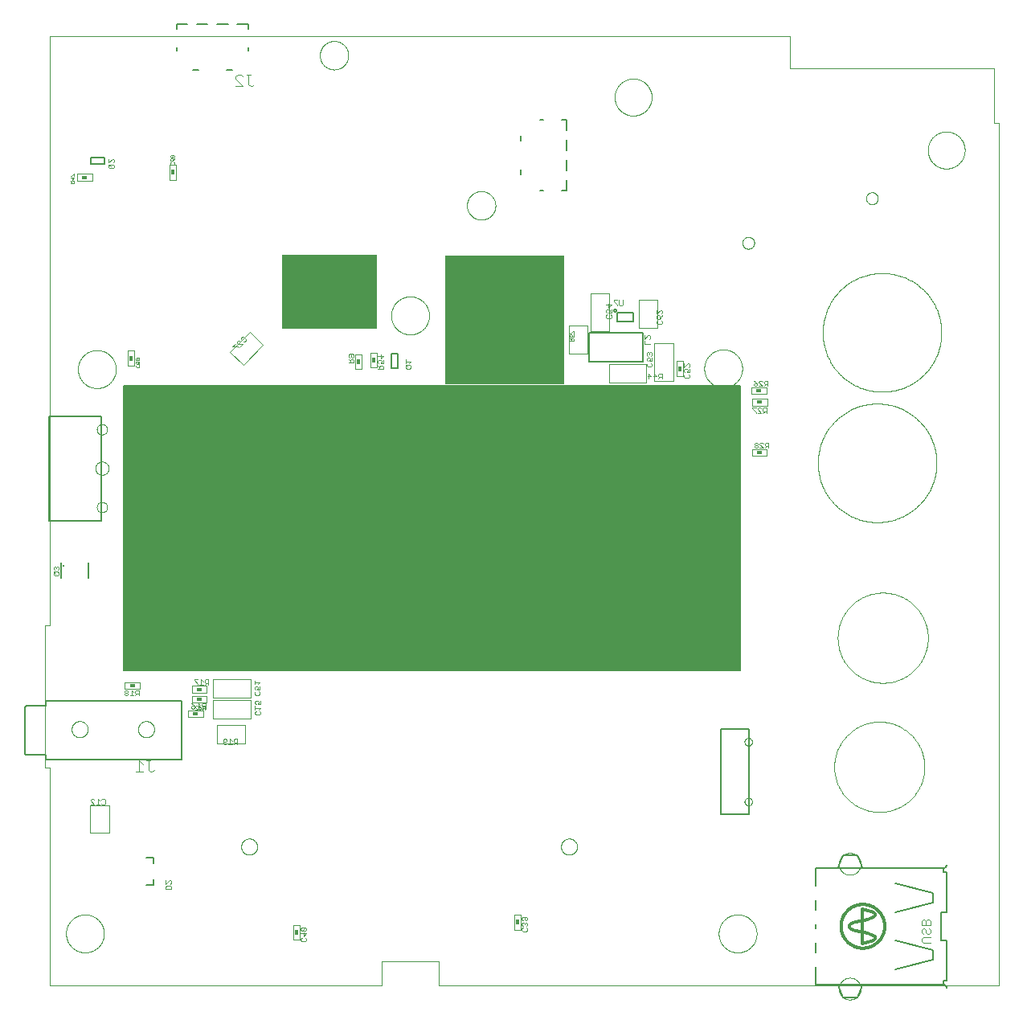
<source format=gbo>
G75*
%MOIN*%
%OFA0B0*%
%FSLAX25Y25*%
%IPPOS*%
%LPD*%
%AMOC8*
5,1,8,0,0,1.08239X$1,22.5*
%
%ADD10C,0.00000*%
%ADD11R,0.39331X0.30591*%
%ADD12R,0.49213X0.53583*%
%ADD13C,0.00591*%
%ADD14C,0.00600*%
%ADD15C,0.00500*%
%ADD16R,2.55906X1.18110*%
%ADD17C,0.00400*%
%ADD18C,0.00200*%
%ADD19C,0.00197*%
%ADD20R,0.02323X0.01220*%
%ADD21R,0.01220X0.02323*%
%ADD22C,0.00800*%
%ADD23C,0.01200*%
%ADD24R,0.00787X0.00394*%
%ADD25C,0.00100*%
%ADD26C,0.00787*%
D10*
X0011407Y0006748D02*
X0011407Y0097299D01*
X0009439Y0097299D01*
X0009439Y0156354D01*
X0011407Y0156354D01*
X0011407Y0400449D01*
X0318494Y0400449D01*
X0318494Y0387063D01*
X0403140Y0387063D01*
X0403140Y0364425D01*
X0405108Y0364425D01*
X0405108Y0006748D01*
X0172825Y0006748D01*
X0172825Y0016787D01*
X0149203Y0016787D01*
X0149203Y0006748D01*
X0011407Y0006748D01*
X0018297Y0028402D02*
X0018299Y0028595D01*
X0018306Y0028788D01*
X0018318Y0028981D01*
X0018335Y0029174D01*
X0018356Y0029366D01*
X0018382Y0029557D01*
X0018413Y0029748D01*
X0018448Y0029938D01*
X0018488Y0030127D01*
X0018533Y0030315D01*
X0018582Y0030502D01*
X0018636Y0030688D01*
X0018694Y0030872D01*
X0018757Y0031055D01*
X0018825Y0031236D01*
X0018896Y0031415D01*
X0018973Y0031593D01*
X0019053Y0031769D01*
X0019138Y0031942D01*
X0019227Y0032114D01*
X0019320Y0032283D01*
X0019417Y0032450D01*
X0019519Y0032615D01*
X0019624Y0032777D01*
X0019733Y0032936D01*
X0019847Y0033093D01*
X0019964Y0033246D01*
X0020084Y0033397D01*
X0020209Y0033545D01*
X0020337Y0033690D01*
X0020468Y0033831D01*
X0020603Y0033970D01*
X0020742Y0034105D01*
X0020883Y0034236D01*
X0021028Y0034364D01*
X0021176Y0034489D01*
X0021327Y0034609D01*
X0021480Y0034726D01*
X0021637Y0034840D01*
X0021796Y0034949D01*
X0021958Y0035054D01*
X0022123Y0035156D01*
X0022290Y0035253D01*
X0022459Y0035346D01*
X0022631Y0035435D01*
X0022804Y0035520D01*
X0022980Y0035600D01*
X0023158Y0035677D01*
X0023337Y0035748D01*
X0023518Y0035816D01*
X0023701Y0035879D01*
X0023885Y0035937D01*
X0024071Y0035991D01*
X0024258Y0036040D01*
X0024446Y0036085D01*
X0024635Y0036125D01*
X0024825Y0036160D01*
X0025016Y0036191D01*
X0025207Y0036217D01*
X0025399Y0036238D01*
X0025592Y0036255D01*
X0025785Y0036267D01*
X0025978Y0036274D01*
X0026171Y0036276D01*
X0026364Y0036274D01*
X0026557Y0036267D01*
X0026750Y0036255D01*
X0026943Y0036238D01*
X0027135Y0036217D01*
X0027326Y0036191D01*
X0027517Y0036160D01*
X0027707Y0036125D01*
X0027896Y0036085D01*
X0028084Y0036040D01*
X0028271Y0035991D01*
X0028457Y0035937D01*
X0028641Y0035879D01*
X0028824Y0035816D01*
X0029005Y0035748D01*
X0029184Y0035677D01*
X0029362Y0035600D01*
X0029538Y0035520D01*
X0029711Y0035435D01*
X0029883Y0035346D01*
X0030052Y0035253D01*
X0030219Y0035156D01*
X0030384Y0035054D01*
X0030546Y0034949D01*
X0030705Y0034840D01*
X0030862Y0034726D01*
X0031015Y0034609D01*
X0031166Y0034489D01*
X0031314Y0034364D01*
X0031459Y0034236D01*
X0031600Y0034105D01*
X0031739Y0033970D01*
X0031874Y0033831D01*
X0032005Y0033690D01*
X0032133Y0033545D01*
X0032258Y0033397D01*
X0032378Y0033246D01*
X0032495Y0033093D01*
X0032609Y0032936D01*
X0032718Y0032777D01*
X0032823Y0032615D01*
X0032925Y0032450D01*
X0033022Y0032283D01*
X0033115Y0032114D01*
X0033204Y0031942D01*
X0033289Y0031769D01*
X0033369Y0031593D01*
X0033446Y0031415D01*
X0033517Y0031236D01*
X0033585Y0031055D01*
X0033648Y0030872D01*
X0033706Y0030688D01*
X0033760Y0030502D01*
X0033809Y0030315D01*
X0033854Y0030127D01*
X0033894Y0029938D01*
X0033929Y0029748D01*
X0033960Y0029557D01*
X0033986Y0029366D01*
X0034007Y0029174D01*
X0034024Y0028981D01*
X0034036Y0028788D01*
X0034043Y0028595D01*
X0034045Y0028402D01*
X0034043Y0028209D01*
X0034036Y0028016D01*
X0034024Y0027823D01*
X0034007Y0027630D01*
X0033986Y0027438D01*
X0033960Y0027247D01*
X0033929Y0027056D01*
X0033894Y0026866D01*
X0033854Y0026677D01*
X0033809Y0026489D01*
X0033760Y0026302D01*
X0033706Y0026116D01*
X0033648Y0025932D01*
X0033585Y0025749D01*
X0033517Y0025568D01*
X0033446Y0025389D01*
X0033369Y0025211D01*
X0033289Y0025035D01*
X0033204Y0024862D01*
X0033115Y0024690D01*
X0033022Y0024521D01*
X0032925Y0024354D01*
X0032823Y0024189D01*
X0032718Y0024027D01*
X0032609Y0023868D01*
X0032495Y0023711D01*
X0032378Y0023558D01*
X0032258Y0023407D01*
X0032133Y0023259D01*
X0032005Y0023114D01*
X0031874Y0022973D01*
X0031739Y0022834D01*
X0031600Y0022699D01*
X0031459Y0022568D01*
X0031314Y0022440D01*
X0031166Y0022315D01*
X0031015Y0022195D01*
X0030862Y0022078D01*
X0030705Y0021964D01*
X0030546Y0021855D01*
X0030384Y0021750D01*
X0030219Y0021648D01*
X0030052Y0021551D01*
X0029883Y0021458D01*
X0029711Y0021369D01*
X0029538Y0021284D01*
X0029362Y0021204D01*
X0029184Y0021127D01*
X0029005Y0021056D01*
X0028824Y0020988D01*
X0028641Y0020925D01*
X0028457Y0020867D01*
X0028271Y0020813D01*
X0028084Y0020764D01*
X0027896Y0020719D01*
X0027707Y0020679D01*
X0027517Y0020644D01*
X0027326Y0020613D01*
X0027135Y0020587D01*
X0026943Y0020566D01*
X0026750Y0020549D01*
X0026557Y0020537D01*
X0026364Y0020530D01*
X0026171Y0020528D01*
X0025978Y0020530D01*
X0025785Y0020537D01*
X0025592Y0020549D01*
X0025399Y0020566D01*
X0025207Y0020587D01*
X0025016Y0020613D01*
X0024825Y0020644D01*
X0024635Y0020679D01*
X0024446Y0020719D01*
X0024258Y0020764D01*
X0024071Y0020813D01*
X0023885Y0020867D01*
X0023701Y0020925D01*
X0023518Y0020988D01*
X0023337Y0021056D01*
X0023158Y0021127D01*
X0022980Y0021204D01*
X0022804Y0021284D01*
X0022631Y0021369D01*
X0022459Y0021458D01*
X0022290Y0021551D01*
X0022123Y0021648D01*
X0021958Y0021750D01*
X0021796Y0021855D01*
X0021637Y0021964D01*
X0021480Y0022078D01*
X0021327Y0022195D01*
X0021176Y0022315D01*
X0021028Y0022440D01*
X0020883Y0022568D01*
X0020742Y0022699D01*
X0020603Y0022834D01*
X0020468Y0022973D01*
X0020337Y0023114D01*
X0020209Y0023259D01*
X0020084Y0023407D01*
X0019964Y0023558D01*
X0019847Y0023711D01*
X0019733Y0023868D01*
X0019624Y0024027D01*
X0019519Y0024189D01*
X0019417Y0024354D01*
X0019320Y0024521D01*
X0019227Y0024690D01*
X0019138Y0024862D01*
X0019053Y0025035D01*
X0018973Y0025211D01*
X0018896Y0025389D01*
X0018825Y0025568D01*
X0018757Y0025749D01*
X0018694Y0025932D01*
X0018636Y0026116D01*
X0018582Y0026302D01*
X0018533Y0026489D01*
X0018488Y0026677D01*
X0018448Y0026866D01*
X0018413Y0027056D01*
X0018382Y0027247D01*
X0018356Y0027438D01*
X0018335Y0027630D01*
X0018318Y0027823D01*
X0018306Y0028016D01*
X0018299Y0028209D01*
X0018297Y0028402D01*
X0090935Y0064425D02*
X0090937Y0064540D01*
X0090943Y0064656D01*
X0090953Y0064771D01*
X0090967Y0064886D01*
X0090985Y0065000D01*
X0091007Y0065113D01*
X0091032Y0065226D01*
X0091062Y0065337D01*
X0091095Y0065448D01*
X0091132Y0065557D01*
X0091173Y0065665D01*
X0091218Y0065772D01*
X0091266Y0065877D01*
X0091318Y0065980D01*
X0091374Y0066081D01*
X0091433Y0066181D01*
X0091495Y0066278D01*
X0091561Y0066373D01*
X0091629Y0066466D01*
X0091701Y0066556D01*
X0091776Y0066644D01*
X0091855Y0066729D01*
X0091936Y0066811D01*
X0092019Y0066891D01*
X0092106Y0066967D01*
X0092195Y0067041D01*
X0092286Y0067111D01*
X0092380Y0067179D01*
X0092476Y0067243D01*
X0092575Y0067303D01*
X0092675Y0067360D01*
X0092777Y0067414D01*
X0092881Y0067464D01*
X0092987Y0067511D01*
X0093094Y0067554D01*
X0093203Y0067593D01*
X0093313Y0067628D01*
X0093424Y0067659D01*
X0093536Y0067687D01*
X0093649Y0067711D01*
X0093763Y0067731D01*
X0093878Y0067747D01*
X0093993Y0067759D01*
X0094108Y0067767D01*
X0094223Y0067771D01*
X0094339Y0067771D01*
X0094454Y0067767D01*
X0094569Y0067759D01*
X0094684Y0067747D01*
X0094799Y0067731D01*
X0094913Y0067711D01*
X0095026Y0067687D01*
X0095138Y0067659D01*
X0095249Y0067628D01*
X0095359Y0067593D01*
X0095468Y0067554D01*
X0095575Y0067511D01*
X0095681Y0067464D01*
X0095785Y0067414D01*
X0095887Y0067360D01*
X0095987Y0067303D01*
X0096086Y0067243D01*
X0096182Y0067179D01*
X0096276Y0067111D01*
X0096367Y0067041D01*
X0096456Y0066967D01*
X0096543Y0066891D01*
X0096626Y0066811D01*
X0096707Y0066729D01*
X0096786Y0066644D01*
X0096861Y0066556D01*
X0096933Y0066466D01*
X0097001Y0066373D01*
X0097067Y0066278D01*
X0097129Y0066181D01*
X0097188Y0066081D01*
X0097244Y0065980D01*
X0097296Y0065877D01*
X0097344Y0065772D01*
X0097389Y0065665D01*
X0097430Y0065557D01*
X0097467Y0065448D01*
X0097500Y0065337D01*
X0097530Y0065226D01*
X0097555Y0065113D01*
X0097577Y0065000D01*
X0097595Y0064886D01*
X0097609Y0064771D01*
X0097619Y0064656D01*
X0097625Y0064540D01*
X0097627Y0064425D01*
X0097625Y0064310D01*
X0097619Y0064194D01*
X0097609Y0064079D01*
X0097595Y0063964D01*
X0097577Y0063850D01*
X0097555Y0063737D01*
X0097530Y0063624D01*
X0097500Y0063513D01*
X0097467Y0063402D01*
X0097430Y0063293D01*
X0097389Y0063185D01*
X0097344Y0063078D01*
X0097296Y0062973D01*
X0097244Y0062870D01*
X0097188Y0062769D01*
X0097129Y0062669D01*
X0097067Y0062572D01*
X0097001Y0062477D01*
X0096933Y0062384D01*
X0096861Y0062294D01*
X0096786Y0062206D01*
X0096707Y0062121D01*
X0096626Y0062039D01*
X0096543Y0061959D01*
X0096456Y0061883D01*
X0096367Y0061809D01*
X0096276Y0061739D01*
X0096182Y0061671D01*
X0096086Y0061607D01*
X0095987Y0061547D01*
X0095887Y0061490D01*
X0095785Y0061436D01*
X0095681Y0061386D01*
X0095575Y0061339D01*
X0095468Y0061296D01*
X0095359Y0061257D01*
X0095249Y0061222D01*
X0095138Y0061191D01*
X0095026Y0061163D01*
X0094913Y0061139D01*
X0094799Y0061119D01*
X0094684Y0061103D01*
X0094569Y0061091D01*
X0094454Y0061083D01*
X0094339Y0061079D01*
X0094223Y0061079D01*
X0094108Y0061083D01*
X0093993Y0061091D01*
X0093878Y0061103D01*
X0093763Y0061119D01*
X0093649Y0061139D01*
X0093536Y0061163D01*
X0093424Y0061191D01*
X0093313Y0061222D01*
X0093203Y0061257D01*
X0093094Y0061296D01*
X0092987Y0061339D01*
X0092881Y0061386D01*
X0092777Y0061436D01*
X0092675Y0061490D01*
X0092575Y0061547D01*
X0092476Y0061607D01*
X0092380Y0061671D01*
X0092286Y0061739D01*
X0092195Y0061809D01*
X0092106Y0061883D01*
X0092019Y0061959D01*
X0091936Y0062039D01*
X0091855Y0062121D01*
X0091776Y0062206D01*
X0091701Y0062294D01*
X0091629Y0062384D01*
X0091561Y0062477D01*
X0091495Y0062572D01*
X0091433Y0062669D01*
X0091374Y0062769D01*
X0091318Y0062870D01*
X0091266Y0062973D01*
X0091218Y0063078D01*
X0091173Y0063185D01*
X0091132Y0063293D01*
X0091095Y0063402D01*
X0091062Y0063513D01*
X0091032Y0063624D01*
X0091007Y0063737D01*
X0090985Y0063850D01*
X0090967Y0063964D01*
X0090953Y0064079D01*
X0090943Y0064194D01*
X0090937Y0064310D01*
X0090935Y0064425D01*
X0048180Y0113126D02*
X0048182Y0113241D01*
X0048188Y0113357D01*
X0048198Y0113472D01*
X0048212Y0113587D01*
X0048230Y0113701D01*
X0048252Y0113814D01*
X0048277Y0113927D01*
X0048307Y0114038D01*
X0048340Y0114149D01*
X0048377Y0114258D01*
X0048418Y0114366D01*
X0048463Y0114473D01*
X0048511Y0114578D01*
X0048563Y0114681D01*
X0048619Y0114782D01*
X0048678Y0114882D01*
X0048740Y0114979D01*
X0048806Y0115074D01*
X0048874Y0115167D01*
X0048946Y0115257D01*
X0049021Y0115345D01*
X0049100Y0115430D01*
X0049181Y0115512D01*
X0049264Y0115592D01*
X0049351Y0115668D01*
X0049440Y0115742D01*
X0049531Y0115812D01*
X0049625Y0115880D01*
X0049721Y0115944D01*
X0049820Y0116004D01*
X0049920Y0116061D01*
X0050022Y0116115D01*
X0050126Y0116165D01*
X0050232Y0116212D01*
X0050339Y0116255D01*
X0050448Y0116294D01*
X0050558Y0116329D01*
X0050669Y0116360D01*
X0050781Y0116388D01*
X0050894Y0116412D01*
X0051008Y0116432D01*
X0051123Y0116448D01*
X0051238Y0116460D01*
X0051353Y0116468D01*
X0051468Y0116472D01*
X0051584Y0116472D01*
X0051699Y0116468D01*
X0051814Y0116460D01*
X0051929Y0116448D01*
X0052044Y0116432D01*
X0052158Y0116412D01*
X0052271Y0116388D01*
X0052383Y0116360D01*
X0052494Y0116329D01*
X0052604Y0116294D01*
X0052713Y0116255D01*
X0052820Y0116212D01*
X0052926Y0116165D01*
X0053030Y0116115D01*
X0053132Y0116061D01*
X0053232Y0116004D01*
X0053331Y0115944D01*
X0053427Y0115880D01*
X0053521Y0115812D01*
X0053612Y0115742D01*
X0053701Y0115668D01*
X0053788Y0115592D01*
X0053871Y0115512D01*
X0053952Y0115430D01*
X0054031Y0115345D01*
X0054106Y0115257D01*
X0054178Y0115167D01*
X0054246Y0115074D01*
X0054312Y0114979D01*
X0054374Y0114882D01*
X0054433Y0114782D01*
X0054489Y0114681D01*
X0054541Y0114578D01*
X0054589Y0114473D01*
X0054634Y0114366D01*
X0054675Y0114258D01*
X0054712Y0114149D01*
X0054745Y0114038D01*
X0054775Y0113927D01*
X0054800Y0113814D01*
X0054822Y0113701D01*
X0054840Y0113587D01*
X0054854Y0113472D01*
X0054864Y0113357D01*
X0054870Y0113241D01*
X0054872Y0113126D01*
X0054870Y0113011D01*
X0054864Y0112895D01*
X0054854Y0112780D01*
X0054840Y0112665D01*
X0054822Y0112551D01*
X0054800Y0112438D01*
X0054775Y0112325D01*
X0054745Y0112214D01*
X0054712Y0112103D01*
X0054675Y0111994D01*
X0054634Y0111886D01*
X0054589Y0111779D01*
X0054541Y0111674D01*
X0054489Y0111571D01*
X0054433Y0111470D01*
X0054374Y0111370D01*
X0054312Y0111273D01*
X0054246Y0111178D01*
X0054178Y0111085D01*
X0054106Y0110995D01*
X0054031Y0110907D01*
X0053952Y0110822D01*
X0053871Y0110740D01*
X0053788Y0110660D01*
X0053701Y0110584D01*
X0053612Y0110510D01*
X0053521Y0110440D01*
X0053427Y0110372D01*
X0053331Y0110308D01*
X0053232Y0110248D01*
X0053132Y0110191D01*
X0053030Y0110137D01*
X0052926Y0110087D01*
X0052820Y0110040D01*
X0052713Y0109997D01*
X0052604Y0109958D01*
X0052494Y0109923D01*
X0052383Y0109892D01*
X0052271Y0109864D01*
X0052158Y0109840D01*
X0052044Y0109820D01*
X0051929Y0109804D01*
X0051814Y0109792D01*
X0051699Y0109784D01*
X0051584Y0109780D01*
X0051468Y0109780D01*
X0051353Y0109784D01*
X0051238Y0109792D01*
X0051123Y0109804D01*
X0051008Y0109820D01*
X0050894Y0109840D01*
X0050781Y0109864D01*
X0050669Y0109892D01*
X0050558Y0109923D01*
X0050448Y0109958D01*
X0050339Y0109997D01*
X0050232Y0110040D01*
X0050126Y0110087D01*
X0050022Y0110137D01*
X0049920Y0110191D01*
X0049820Y0110248D01*
X0049721Y0110308D01*
X0049625Y0110372D01*
X0049531Y0110440D01*
X0049440Y0110510D01*
X0049351Y0110584D01*
X0049264Y0110660D01*
X0049181Y0110740D01*
X0049100Y0110822D01*
X0049021Y0110907D01*
X0048946Y0110995D01*
X0048874Y0111085D01*
X0048806Y0111178D01*
X0048740Y0111273D01*
X0048678Y0111370D01*
X0048619Y0111470D01*
X0048563Y0111571D01*
X0048511Y0111674D01*
X0048463Y0111779D01*
X0048418Y0111886D01*
X0048377Y0111994D01*
X0048340Y0112103D01*
X0048307Y0112214D01*
X0048277Y0112325D01*
X0048252Y0112438D01*
X0048230Y0112551D01*
X0048212Y0112665D01*
X0048198Y0112780D01*
X0048188Y0112895D01*
X0048182Y0113011D01*
X0048180Y0113126D01*
X0020621Y0113126D02*
X0020623Y0113241D01*
X0020629Y0113357D01*
X0020639Y0113472D01*
X0020653Y0113587D01*
X0020671Y0113701D01*
X0020693Y0113814D01*
X0020718Y0113927D01*
X0020748Y0114038D01*
X0020781Y0114149D01*
X0020818Y0114258D01*
X0020859Y0114366D01*
X0020904Y0114473D01*
X0020952Y0114578D01*
X0021004Y0114681D01*
X0021060Y0114782D01*
X0021119Y0114882D01*
X0021181Y0114979D01*
X0021247Y0115074D01*
X0021315Y0115167D01*
X0021387Y0115257D01*
X0021462Y0115345D01*
X0021541Y0115430D01*
X0021622Y0115512D01*
X0021705Y0115592D01*
X0021792Y0115668D01*
X0021881Y0115742D01*
X0021972Y0115812D01*
X0022066Y0115880D01*
X0022162Y0115944D01*
X0022261Y0116004D01*
X0022361Y0116061D01*
X0022463Y0116115D01*
X0022567Y0116165D01*
X0022673Y0116212D01*
X0022780Y0116255D01*
X0022889Y0116294D01*
X0022999Y0116329D01*
X0023110Y0116360D01*
X0023222Y0116388D01*
X0023335Y0116412D01*
X0023449Y0116432D01*
X0023564Y0116448D01*
X0023679Y0116460D01*
X0023794Y0116468D01*
X0023909Y0116472D01*
X0024025Y0116472D01*
X0024140Y0116468D01*
X0024255Y0116460D01*
X0024370Y0116448D01*
X0024485Y0116432D01*
X0024599Y0116412D01*
X0024712Y0116388D01*
X0024824Y0116360D01*
X0024935Y0116329D01*
X0025045Y0116294D01*
X0025154Y0116255D01*
X0025261Y0116212D01*
X0025367Y0116165D01*
X0025471Y0116115D01*
X0025573Y0116061D01*
X0025673Y0116004D01*
X0025772Y0115944D01*
X0025868Y0115880D01*
X0025962Y0115812D01*
X0026053Y0115742D01*
X0026142Y0115668D01*
X0026229Y0115592D01*
X0026312Y0115512D01*
X0026393Y0115430D01*
X0026472Y0115345D01*
X0026547Y0115257D01*
X0026619Y0115167D01*
X0026687Y0115074D01*
X0026753Y0114979D01*
X0026815Y0114882D01*
X0026874Y0114782D01*
X0026930Y0114681D01*
X0026982Y0114578D01*
X0027030Y0114473D01*
X0027075Y0114366D01*
X0027116Y0114258D01*
X0027153Y0114149D01*
X0027186Y0114038D01*
X0027216Y0113927D01*
X0027241Y0113814D01*
X0027263Y0113701D01*
X0027281Y0113587D01*
X0027295Y0113472D01*
X0027305Y0113357D01*
X0027311Y0113241D01*
X0027313Y0113126D01*
X0027311Y0113011D01*
X0027305Y0112895D01*
X0027295Y0112780D01*
X0027281Y0112665D01*
X0027263Y0112551D01*
X0027241Y0112438D01*
X0027216Y0112325D01*
X0027186Y0112214D01*
X0027153Y0112103D01*
X0027116Y0111994D01*
X0027075Y0111886D01*
X0027030Y0111779D01*
X0026982Y0111674D01*
X0026930Y0111571D01*
X0026874Y0111470D01*
X0026815Y0111370D01*
X0026753Y0111273D01*
X0026687Y0111178D01*
X0026619Y0111085D01*
X0026547Y0110995D01*
X0026472Y0110907D01*
X0026393Y0110822D01*
X0026312Y0110740D01*
X0026229Y0110660D01*
X0026142Y0110584D01*
X0026053Y0110510D01*
X0025962Y0110440D01*
X0025868Y0110372D01*
X0025772Y0110308D01*
X0025673Y0110248D01*
X0025573Y0110191D01*
X0025471Y0110137D01*
X0025367Y0110087D01*
X0025261Y0110040D01*
X0025154Y0109997D01*
X0025045Y0109958D01*
X0024935Y0109923D01*
X0024824Y0109892D01*
X0024712Y0109864D01*
X0024599Y0109840D01*
X0024485Y0109820D01*
X0024370Y0109804D01*
X0024255Y0109792D01*
X0024140Y0109784D01*
X0024025Y0109780D01*
X0023909Y0109780D01*
X0023794Y0109784D01*
X0023679Y0109792D01*
X0023564Y0109804D01*
X0023449Y0109820D01*
X0023335Y0109840D01*
X0023222Y0109864D01*
X0023110Y0109892D01*
X0022999Y0109923D01*
X0022889Y0109958D01*
X0022780Y0109997D01*
X0022673Y0110040D01*
X0022567Y0110087D01*
X0022463Y0110137D01*
X0022361Y0110191D01*
X0022261Y0110248D01*
X0022162Y0110308D01*
X0022066Y0110372D01*
X0021972Y0110440D01*
X0021881Y0110510D01*
X0021792Y0110584D01*
X0021705Y0110660D01*
X0021622Y0110740D01*
X0021541Y0110822D01*
X0021462Y0110907D01*
X0021387Y0110995D01*
X0021315Y0111085D01*
X0021247Y0111178D01*
X0021181Y0111273D01*
X0021119Y0111370D01*
X0021060Y0111470D01*
X0021004Y0111571D01*
X0020952Y0111674D01*
X0020904Y0111779D01*
X0020859Y0111886D01*
X0020818Y0111994D01*
X0020781Y0112103D01*
X0020748Y0112214D01*
X0020718Y0112325D01*
X0020693Y0112438D01*
X0020671Y0112551D01*
X0020653Y0112665D01*
X0020639Y0112780D01*
X0020629Y0112895D01*
X0020623Y0113011D01*
X0020621Y0113126D01*
X0031054Y0205213D02*
X0031056Y0205306D01*
X0031062Y0205398D01*
X0031072Y0205490D01*
X0031086Y0205581D01*
X0031103Y0205672D01*
X0031125Y0205762D01*
X0031150Y0205851D01*
X0031179Y0205939D01*
X0031212Y0206025D01*
X0031249Y0206110D01*
X0031289Y0206194D01*
X0031333Y0206275D01*
X0031380Y0206355D01*
X0031430Y0206433D01*
X0031484Y0206508D01*
X0031541Y0206581D01*
X0031601Y0206651D01*
X0031664Y0206719D01*
X0031730Y0206784D01*
X0031798Y0206846D01*
X0031869Y0206906D01*
X0031943Y0206962D01*
X0032019Y0207015D01*
X0032097Y0207064D01*
X0032177Y0207111D01*
X0032259Y0207153D01*
X0032343Y0207193D01*
X0032428Y0207228D01*
X0032515Y0207260D01*
X0032603Y0207289D01*
X0032692Y0207313D01*
X0032782Y0207334D01*
X0032873Y0207350D01*
X0032965Y0207363D01*
X0033057Y0207372D01*
X0033150Y0207377D01*
X0033242Y0207378D01*
X0033335Y0207375D01*
X0033427Y0207368D01*
X0033519Y0207357D01*
X0033610Y0207342D01*
X0033701Y0207324D01*
X0033791Y0207301D01*
X0033879Y0207275D01*
X0033967Y0207245D01*
X0034053Y0207211D01*
X0034137Y0207174D01*
X0034220Y0207132D01*
X0034301Y0207088D01*
X0034381Y0207040D01*
X0034458Y0206989D01*
X0034532Y0206934D01*
X0034605Y0206876D01*
X0034675Y0206816D01*
X0034742Y0206752D01*
X0034806Y0206686D01*
X0034868Y0206616D01*
X0034926Y0206545D01*
X0034981Y0206471D01*
X0035033Y0206394D01*
X0035082Y0206315D01*
X0035128Y0206235D01*
X0035170Y0206152D01*
X0035208Y0206068D01*
X0035243Y0205982D01*
X0035274Y0205895D01*
X0035301Y0205807D01*
X0035324Y0205717D01*
X0035344Y0205627D01*
X0035360Y0205536D01*
X0035372Y0205444D01*
X0035380Y0205352D01*
X0035384Y0205259D01*
X0035384Y0205167D01*
X0035380Y0205074D01*
X0035372Y0204982D01*
X0035360Y0204890D01*
X0035344Y0204799D01*
X0035324Y0204709D01*
X0035301Y0204619D01*
X0035274Y0204531D01*
X0035243Y0204444D01*
X0035208Y0204358D01*
X0035170Y0204274D01*
X0035128Y0204191D01*
X0035082Y0204111D01*
X0035033Y0204032D01*
X0034981Y0203955D01*
X0034926Y0203881D01*
X0034868Y0203810D01*
X0034806Y0203740D01*
X0034742Y0203674D01*
X0034675Y0203610D01*
X0034605Y0203550D01*
X0034532Y0203492D01*
X0034458Y0203437D01*
X0034381Y0203386D01*
X0034302Y0203338D01*
X0034220Y0203294D01*
X0034137Y0203252D01*
X0034053Y0203215D01*
X0033967Y0203181D01*
X0033879Y0203151D01*
X0033791Y0203125D01*
X0033701Y0203102D01*
X0033610Y0203084D01*
X0033519Y0203069D01*
X0033427Y0203058D01*
X0033335Y0203051D01*
X0033242Y0203048D01*
X0033150Y0203049D01*
X0033057Y0203054D01*
X0032965Y0203063D01*
X0032873Y0203076D01*
X0032782Y0203092D01*
X0032692Y0203113D01*
X0032603Y0203137D01*
X0032515Y0203166D01*
X0032428Y0203198D01*
X0032343Y0203233D01*
X0032259Y0203273D01*
X0032177Y0203315D01*
X0032097Y0203362D01*
X0032019Y0203411D01*
X0031943Y0203464D01*
X0031869Y0203520D01*
X0031798Y0203580D01*
X0031730Y0203642D01*
X0031664Y0203707D01*
X0031601Y0203775D01*
X0031541Y0203845D01*
X0031484Y0203918D01*
X0031430Y0203993D01*
X0031380Y0204071D01*
X0031333Y0204151D01*
X0031289Y0204232D01*
X0031249Y0204316D01*
X0031212Y0204401D01*
X0031179Y0204487D01*
X0031150Y0204575D01*
X0031125Y0204664D01*
X0031103Y0204754D01*
X0031086Y0204845D01*
X0031072Y0204936D01*
X0031062Y0205028D01*
X0031056Y0205120D01*
X0031054Y0205213D01*
X0030463Y0221354D02*
X0030465Y0221459D01*
X0030471Y0221564D01*
X0030481Y0221668D01*
X0030495Y0221772D01*
X0030513Y0221876D01*
X0030535Y0221978D01*
X0030560Y0222080D01*
X0030590Y0222181D01*
X0030623Y0222280D01*
X0030660Y0222378D01*
X0030701Y0222475D01*
X0030746Y0222570D01*
X0030794Y0222663D01*
X0030845Y0222755D01*
X0030901Y0222844D01*
X0030959Y0222931D01*
X0031021Y0223016D01*
X0031085Y0223099D01*
X0031153Y0223179D01*
X0031224Y0223256D01*
X0031298Y0223330D01*
X0031375Y0223402D01*
X0031454Y0223471D01*
X0031536Y0223536D01*
X0031620Y0223599D01*
X0031707Y0223658D01*
X0031796Y0223714D01*
X0031887Y0223767D01*
X0031980Y0223816D01*
X0032074Y0223861D01*
X0032170Y0223903D01*
X0032268Y0223941D01*
X0032367Y0223975D01*
X0032468Y0224006D01*
X0032569Y0224032D01*
X0032672Y0224055D01*
X0032775Y0224074D01*
X0032879Y0224089D01*
X0032983Y0224100D01*
X0033088Y0224107D01*
X0033193Y0224110D01*
X0033298Y0224109D01*
X0033403Y0224104D01*
X0033507Y0224095D01*
X0033611Y0224082D01*
X0033715Y0224065D01*
X0033818Y0224044D01*
X0033920Y0224019D01*
X0034021Y0223991D01*
X0034120Y0223958D01*
X0034219Y0223922D01*
X0034316Y0223882D01*
X0034411Y0223839D01*
X0034505Y0223791D01*
X0034597Y0223741D01*
X0034687Y0223687D01*
X0034775Y0223629D01*
X0034860Y0223568D01*
X0034943Y0223504D01*
X0035024Y0223437D01*
X0035102Y0223367D01*
X0035177Y0223293D01*
X0035249Y0223218D01*
X0035319Y0223139D01*
X0035385Y0223058D01*
X0035449Y0222974D01*
X0035509Y0222888D01*
X0035565Y0222800D01*
X0035619Y0222709D01*
X0035669Y0222617D01*
X0035715Y0222523D01*
X0035758Y0222427D01*
X0035797Y0222329D01*
X0035832Y0222231D01*
X0035863Y0222130D01*
X0035891Y0222029D01*
X0035915Y0221927D01*
X0035935Y0221824D01*
X0035951Y0221720D01*
X0035963Y0221616D01*
X0035971Y0221511D01*
X0035975Y0221406D01*
X0035975Y0221302D01*
X0035971Y0221197D01*
X0035963Y0221092D01*
X0035951Y0220988D01*
X0035935Y0220884D01*
X0035915Y0220781D01*
X0035891Y0220679D01*
X0035863Y0220578D01*
X0035832Y0220477D01*
X0035797Y0220379D01*
X0035758Y0220281D01*
X0035715Y0220185D01*
X0035669Y0220091D01*
X0035619Y0219999D01*
X0035565Y0219908D01*
X0035509Y0219820D01*
X0035449Y0219734D01*
X0035385Y0219650D01*
X0035319Y0219569D01*
X0035249Y0219490D01*
X0035177Y0219415D01*
X0035102Y0219341D01*
X0035024Y0219271D01*
X0034943Y0219204D01*
X0034860Y0219140D01*
X0034775Y0219079D01*
X0034687Y0219021D01*
X0034597Y0218967D01*
X0034505Y0218917D01*
X0034411Y0218869D01*
X0034316Y0218826D01*
X0034219Y0218786D01*
X0034120Y0218750D01*
X0034021Y0218717D01*
X0033920Y0218689D01*
X0033818Y0218664D01*
X0033715Y0218643D01*
X0033611Y0218626D01*
X0033507Y0218613D01*
X0033403Y0218604D01*
X0033298Y0218599D01*
X0033193Y0218598D01*
X0033088Y0218601D01*
X0032983Y0218608D01*
X0032879Y0218619D01*
X0032775Y0218634D01*
X0032672Y0218653D01*
X0032569Y0218676D01*
X0032468Y0218702D01*
X0032367Y0218733D01*
X0032268Y0218767D01*
X0032170Y0218805D01*
X0032074Y0218847D01*
X0031980Y0218892D01*
X0031887Y0218941D01*
X0031796Y0218994D01*
X0031707Y0219050D01*
X0031620Y0219109D01*
X0031536Y0219172D01*
X0031454Y0219237D01*
X0031375Y0219306D01*
X0031298Y0219378D01*
X0031224Y0219452D01*
X0031153Y0219529D01*
X0031085Y0219609D01*
X0031021Y0219692D01*
X0030959Y0219777D01*
X0030901Y0219864D01*
X0030845Y0219953D01*
X0030794Y0220045D01*
X0030746Y0220138D01*
X0030701Y0220233D01*
X0030660Y0220330D01*
X0030623Y0220428D01*
X0030590Y0220527D01*
X0030560Y0220628D01*
X0030535Y0220730D01*
X0030513Y0220832D01*
X0030495Y0220936D01*
X0030481Y0221040D01*
X0030471Y0221144D01*
X0030465Y0221249D01*
X0030463Y0221354D01*
X0031054Y0237496D02*
X0031056Y0237589D01*
X0031062Y0237681D01*
X0031072Y0237773D01*
X0031086Y0237864D01*
X0031103Y0237955D01*
X0031125Y0238045D01*
X0031150Y0238134D01*
X0031179Y0238222D01*
X0031212Y0238308D01*
X0031249Y0238393D01*
X0031289Y0238477D01*
X0031333Y0238558D01*
X0031380Y0238638D01*
X0031430Y0238716D01*
X0031484Y0238791D01*
X0031541Y0238864D01*
X0031601Y0238934D01*
X0031664Y0239002D01*
X0031730Y0239067D01*
X0031798Y0239129D01*
X0031869Y0239189D01*
X0031943Y0239245D01*
X0032019Y0239298D01*
X0032097Y0239347D01*
X0032177Y0239394D01*
X0032259Y0239436D01*
X0032343Y0239476D01*
X0032428Y0239511D01*
X0032515Y0239543D01*
X0032603Y0239572D01*
X0032692Y0239596D01*
X0032782Y0239617D01*
X0032873Y0239633D01*
X0032965Y0239646D01*
X0033057Y0239655D01*
X0033150Y0239660D01*
X0033242Y0239661D01*
X0033335Y0239658D01*
X0033427Y0239651D01*
X0033519Y0239640D01*
X0033610Y0239625D01*
X0033701Y0239607D01*
X0033791Y0239584D01*
X0033879Y0239558D01*
X0033967Y0239528D01*
X0034053Y0239494D01*
X0034137Y0239457D01*
X0034220Y0239415D01*
X0034301Y0239371D01*
X0034381Y0239323D01*
X0034458Y0239272D01*
X0034532Y0239217D01*
X0034605Y0239159D01*
X0034675Y0239099D01*
X0034742Y0239035D01*
X0034806Y0238969D01*
X0034868Y0238899D01*
X0034926Y0238828D01*
X0034981Y0238754D01*
X0035033Y0238677D01*
X0035082Y0238598D01*
X0035128Y0238518D01*
X0035170Y0238435D01*
X0035208Y0238351D01*
X0035243Y0238265D01*
X0035274Y0238178D01*
X0035301Y0238090D01*
X0035324Y0238000D01*
X0035344Y0237910D01*
X0035360Y0237819D01*
X0035372Y0237727D01*
X0035380Y0237635D01*
X0035384Y0237542D01*
X0035384Y0237450D01*
X0035380Y0237357D01*
X0035372Y0237265D01*
X0035360Y0237173D01*
X0035344Y0237082D01*
X0035324Y0236992D01*
X0035301Y0236902D01*
X0035274Y0236814D01*
X0035243Y0236727D01*
X0035208Y0236641D01*
X0035170Y0236557D01*
X0035128Y0236474D01*
X0035082Y0236394D01*
X0035033Y0236315D01*
X0034981Y0236238D01*
X0034926Y0236164D01*
X0034868Y0236093D01*
X0034806Y0236023D01*
X0034742Y0235957D01*
X0034675Y0235893D01*
X0034605Y0235833D01*
X0034532Y0235775D01*
X0034458Y0235720D01*
X0034381Y0235669D01*
X0034302Y0235621D01*
X0034220Y0235577D01*
X0034137Y0235535D01*
X0034053Y0235498D01*
X0033967Y0235464D01*
X0033879Y0235434D01*
X0033791Y0235408D01*
X0033701Y0235385D01*
X0033610Y0235367D01*
X0033519Y0235352D01*
X0033427Y0235341D01*
X0033335Y0235334D01*
X0033242Y0235331D01*
X0033150Y0235332D01*
X0033057Y0235337D01*
X0032965Y0235346D01*
X0032873Y0235359D01*
X0032782Y0235375D01*
X0032692Y0235396D01*
X0032603Y0235420D01*
X0032515Y0235449D01*
X0032428Y0235481D01*
X0032343Y0235516D01*
X0032259Y0235556D01*
X0032177Y0235598D01*
X0032097Y0235645D01*
X0032019Y0235694D01*
X0031943Y0235747D01*
X0031869Y0235803D01*
X0031798Y0235863D01*
X0031730Y0235925D01*
X0031664Y0235990D01*
X0031601Y0236058D01*
X0031541Y0236128D01*
X0031484Y0236201D01*
X0031430Y0236276D01*
X0031380Y0236354D01*
X0031333Y0236434D01*
X0031289Y0236515D01*
X0031249Y0236599D01*
X0031212Y0236684D01*
X0031179Y0236770D01*
X0031150Y0236858D01*
X0031125Y0236947D01*
X0031103Y0237037D01*
X0031086Y0237128D01*
X0031072Y0237219D01*
X0031062Y0237311D01*
X0031056Y0237403D01*
X0031054Y0237496D01*
X0023219Y0262457D02*
X0023221Y0262650D01*
X0023228Y0262843D01*
X0023240Y0263036D01*
X0023257Y0263229D01*
X0023278Y0263421D01*
X0023304Y0263612D01*
X0023335Y0263803D01*
X0023370Y0263993D01*
X0023410Y0264182D01*
X0023455Y0264370D01*
X0023504Y0264557D01*
X0023558Y0264743D01*
X0023616Y0264927D01*
X0023679Y0265110D01*
X0023747Y0265291D01*
X0023818Y0265470D01*
X0023895Y0265648D01*
X0023975Y0265824D01*
X0024060Y0265997D01*
X0024149Y0266169D01*
X0024242Y0266338D01*
X0024339Y0266505D01*
X0024441Y0266670D01*
X0024546Y0266832D01*
X0024655Y0266991D01*
X0024769Y0267148D01*
X0024886Y0267301D01*
X0025006Y0267452D01*
X0025131Y0267600D01*
X0025259Y0267745D01*
X0025390Y0267886D01*
X0025525Y0268025D01*
X0025664Y0268160D01*
X0025805Y0268291D01*
X0025950Y0268419D01*
X0026098Y0268544D01*
X0026249Y0268664D01*
X0026402Y0268781D01*
X0026559Y0268895D01*
X0026718Y0269004D01*
X0026880Y0269109D01*
X0027045Y0269211D01*
X0027212Y0269308D01*
X0027381Y0269401D01*
X0027553Y0269490D01*
X0027726Y0269575D01*
X0027902Y0269655D01*
X0028080Y0269732D01*
X0028259Y0269803D01*
X0028440Y0269871D01*
X0028623Y0269934D01*
X0028807Y0269992D01*
X0028993Y0270046D01*
X0029180Y0270095D01*
X0029368Y0270140D01*
X0029557Y0270180D01*
X0029747Y0270215D01*
X0029938Y0270246D01*
X0030129Y0270272D01*
X0030321Y0270293D01*
X0030514Y0270310D01*
X0030707Y0270322D01*
X0030900Y0270329D01*
X0031093Y0270331D01*
X0031286Y0270329D01*
X0031479Y0270322D01*
X0031672Y0270310D01*
X0031865Y0270293D01*
X0032057Y0270272D01*
X0032248Y0270246D01*
X0032439Y0270215D01*
X0032629Y0270180D01*
X0032818Y0270140D01*
X0033006Y0270095D01*
X0033193Y0270046D01*
X0033379Y0269992D01*
X0033563Y0269934D01*
X0033746Y0269871D01*
X0033927Y0269803D01*
X0034106Y0269732D01*
X0034284Y0269655D01*
X0034460Y0269575D01*
X0034633Y0269490D01*
X0034805Y0269401D01*
X0034974Y0269308D01*
X0035141Y0269211D01*
X0035306Y0269109D01*
X0035468Y0269004D01*
X0035627Y0268895D01*
X0035784Y0268781D01*
X0035937Y0268664D01*
X0036088Y0268544D01*
X0036236Y0268419D01*
X0036381Y0268291D01*
X0036522Y0268160D01*
X0036661Y0268025D01*
X0036796Y0267886D01*
X0036927Y0267745D01*
X0037055Y0267600D01*
X0037180Y0267452D01*
X0037300Y0267301D01*
X0037417Y0267148D01*
X0037531Y0266991D01*
X0037640Y0266832D01*
X0037745Y0266670D01*
X0037847Y0266505D01*
X0037944Y0266338D01*
X0038037Y0266169D01*
X0038126Y0265997D01*
X0038211Y0265824D01*
X0038291Y0265648D01*
X0038368Y0265470D01*
X0038439Y0265291D01*
X0038507Y0265110D01*
X0038570Y0264927D01*
X0038628Y0264743D01*
X0038682Y0264557D01*
X0038731Y0264370D01*
X0038776Y0264182D01*
X0038816Y0263993D01*
X0038851Y0263803D01*
X0038882Y0263612D01*
X0038908Y0263421D01*
X0038929Y0263229D01*
X0038946Y0263036D01*
X0038958Y0262843D01*
X0038965Y0262650D01*
X0038967Y0262457D01*
X0038965Y0262264D01*
X0038958Y0262071D01*
X0038946Y0261878D01*
X0038929Y0261685D01*
X0038908Y0261493D01*
X0038882Y0261302D01*
X0038851Y0261111D01*
X0038816Y0260921D01*
X0038776Y0260732D01*
X0038731Y0260544D01*
X0038682Y0260357D01*
X0038628Y0260171D01*
X0038570Y0259987D01*
X0038507Y0259804D01*
X0038439Y0259623D01*
X0038368Y0259444D01*
X0038291Y0259266D01*
X0038211Y0259090D01*
X0038126Y0258917D01*
X0038037Y0258745D01*
X0037944Y0258576D01*
X0037847Y0258409D01*
X0037745Y0258244D01*
X0037640Y0258082D01*
X0037531Y0257923D01*
X0037417Y0257766D01*
X0037300Y0257613D01*
X0037180Y0257462D01*
X0037055Y0257314D01*
X0036927Y0257169D01*
X0036796Y0257028D01*
X0036661Y0256889D01*
X0036522Y0256754D01*
X0036381Y0256623D01*
X0036236Y0256495D01*
X0036088Y0256370D01*
X0035937Y0256250D01*
X0035784Y0256133D01*
X0035627Y0256019D01*
X0035468Y0255910D01*
X0035306Y0255805D01*
X0035141Y0255703D01*
X0034974Y0255606D01*
X0034805Y0255513D01*
X0034633Y0255424D01*
X0034460Y0255339D01*
X0034284Y0255259D01*
X0034106Y0255182D01*
X0033927Y0255111D01*
X0033746Y0255043D01*
X0033563Y0254980D01*
X0033379Y0254922D01*
X0033193Y0254868D01*
X0033006Y0254819D01*
X0032818Y0254774D01*
X0032629Y0254734D01*
X0032439Y0254699D01*
X0032248Y0254668D01*
X0032057Y0254642D01*
X0031865Y0254621D01*
X0031672Y0254604D01*
X0031479Y0254592D01*
X0031286Y0254585D01*
X0031093Y0254583D01*
X0030900Y0254585D01*
X0030707Y0254592D01*
X0030514Y0254604D01*
X0030321Y0254621D01*
X0030129Y0254642D01*
X0029938Y0254668D01*
X0029747Y0254699D01*
X0029557Y0254734D01*
X0029368Y0254774D01*
X0029180Y0254819D01*
X0028993Y0254868D01*
X0028807Y0254922D01*
X0028623Y0254980D01*
X0028440Y0255043D01*
X0028259Y0255111D01*
X0028080Y0255182D01*
X0027902Y0255259D01*
X0027726Y0255339D01*
X0027553Y0255424D01*
X0027381Y0255513D01*
X0027212Y0255606D01*
X0027045Y0255703D01*
X0026880Y0255805D01*
X0026718Y0255910D01*
X0026559Y0256019D01*
X0026402Y0256133D01*
X0026249Y0256250D01*
X0026098Y0256370D01*
X0025950Y0256495D01*
X0025805Y0256623D01*
X0025664Y0256754D01*
X0025525Y0256889D01*
X0025390Y0257028D01*
X0025259Y0257169D01*
X0025131Y0257314D01*
X0025006Y0257462D01*
X0024886Y0257613D01*
X0024769Y0257766D01*
X0024655Y0257923D01*
X0024546Y0258082D01*
X0024441Y0258244D01*
X0024339Y0258409D01*
X0024242Y0258576D01*
X0024149Y0258745D01*
X0024060Y0258917D01*
X0023975Y0259090D01*
X0023895Y0259266D01*
X0023818Y0259444D01*
X0023747Y0259623D01*
X0023679Y0259804D01*
X0023616Y0259987D01*
X0023558Y0260171D01*
X0023504Y0260357D01*
X0023455Y0260544D01*
X0023410Y0260732D01*
X0023370Y0260921D01*
X0023335Y0261111D01*
X0023304Y0261302D01*
X0023278Y0261493D01*
X0023257Y0261685D01*
X0023240Y0261878D01*
X0023228Y0262071D01*
X0023221Y0262264D01*
X0023219Y0262457D01*
X0123572Y0392614D02*
X0123574Y0392767D01*
X0123580Y0392921D01*
X0123590Y0393074D01*
X0123604Y0393226D01*
X0123622Y0393379D01*
X0123644Y0393530D01*
X0123669Y0393681D01*
X0123699Y0393832D01*
X0123733Y0393982D01*
X0123770Y0394130D01*
X0123811Y0394278D01*
X0123856Y0394424D01*
X0123905Y0394570D01*
X0123958Y0394714D01*
X0124014Y0394856D01*
X0124074Y0394997D01*
X0124138Y0395137D01*
X0124205Y0395275D01*
X0124276Y0395411D01*
X0124351Y0395545D01*
X0124428Y0395677D01*
X0124510Y0395807D01*
X0124594Y0395935D01*
X0124682Y0396061D01*
X0124773Y0396184D01*
X0124867Y0396305D01*
X0124965Y0396423D01*
X0125065Y0396539D01*
X0125169Y0396652D01*
X0125275Y0396763D01*
X0125384Y0396871D01*
X0125496Y0396976D01*
X0125610Y0397077D01*
X0125728Y0397176D01*
X0125847Y0397272D01*
X0125969Y0397365D01*
X0126094Y0397454D01*
X0126221Y0397541D01*
X0126350Y0397623D01*
X0126481Y0397703D01*
X0126614Y0397779D01*
X0126749Y0397852D01*
X0126886Y0397921D01*
X0127025Y0397986D01*
X0127165Y0398048D01*
X0127307Y0398106D01*
X0127450Y0398161D01*
X0127595Y0398212D01*
X0127741Y0398259D01*
X0127888Y0398302D01*
X0128036Y0398341D01*
X0128185Y0398377D01*
X0128335Y0398408D01*
X0128486Y0398436D01*
X0128637Y0398460D01*
X0128790Y0398480D01*
X0128942Y0398496D01*
X0129095Y0398508D01*
X0129248Y0398516D01*
X0129401Y0398520D01*
X0129555Y0398520D01*
X0129708Y0398516D01*
X0129861Y0398508D01*
X0130014Y0398496D01*
X0130166Y0398480D01*
X0130319Y0398460D01*
X0130470Y0398436D01*
X0130621Y0398408D01*
X0130771Y0398377D01*
X0130920Y0398341D01*
X0131068Y0398302D01*
X0131215Y0398259D01*
X0131361Y0398212D01*
X0131506Y0398161D01*
X0131649Y0398106D01*
X0131791Y0398048D01*
X0131931Y0397986D01*
X0132070Y0397921D01*
X0132207Y0397852D01*
X0132342Y0397779D01*
X0132475Y0397703D01*
X0132606Y0397623D01*
X0132735Y0397541D01*
X0132862Y0397454D01*
X0132987Y0397365D01*
X0133109Y0397272D01*
X0133228Y0397176D01*
X0133346Y0397077D01*
X0133460Y0396976D01*
X0133572Y0396871D01*
X0133681Y0396763D01*
X0133787Y0396652D01*
X0133891Y0396539D01*
X0133991Y0396423D01*
X0134089Y0396305D01*
X0134183Y0396184D01*
X0134274Y0396061D01*
X0134362Y0395935D01*
X0134446Y0395807D01*
X0134528Y0395677D01*
X0134605Y0395545D01*
X0134680Y0395411D01*
X0134751Y0395275D01*
X0134818Y0395137D01*
X0134882Y0394997D01*
X0134942Y0394856D01*
X0134998Y0394714D01*
X0135051Y0394570D01*
X0135100Y0394424D01*
X0135145Y0394278D01*
X0135186Y0394130D01*
X0135223Y0393982D01*
X0135257Y0393832D01*
X0135287Y0393681D01*
X0135312Y0393530D01*
X0135334Y0393379D01*
X0135352Y0393226D01*
X0135366Y0393074D01*
X0135376Y0392921D01*
X0135382Y0392767D01*
X0135384Y0392614D01*
X0135382Y0392461D01*
X0135376Y0392307D01*
X0135366Y0392154D01*
X0135352Y0392002D01*
X0135334Y0391849D01*
X0135312Y0391698D01*
X0135287Y0391547D01*
X0135257Y0391396D01*
X0135223Y0391246D01*
X0135186Y0391098D01*
X0135145Y0390950D01*
X0135100Y0390804D01*
X0135051Y0390658D01*
X0134998Y0390514D01*
X0134942Y0390372D01*
X0134882Y0390231D01*
X0134818Y0390091D01*
X0134751Y0389953D01*
X0134680Y0389817D01*
X0134605Y0389683D01*
X0134528Y0389551D01*
X0134446Y0389421D01*
X0134362Y0389293D01*
X0134274Y0389167D01*
X0134183Y0389044D01*
X0134089Y0388923D01*
X0133991Y0388805D01*
X0133891Y0388689D01*
X0133787Y0388576D01*
X0133681Y0388465D01*
X0133572Y0388357D01*
X0133460Y0388252D01*
X0133346Y0388151D01*
X0133228Y0388052D01*
X0133109Y0387956D01*
X0132987Y0387863D01*
X0132862Y0387774D01*
X0132735Y0387687D01*
X0132606Y0387605D01*
X0132475Y0387525D01*
X0132342Y0387449D01*
X0132207Y0387376D01*
X0132070Y0387307D01*
X0131931Y0387242D01*
X0131791Y0387180D01*
X0131649Y0387122D01*
X0131506Y0387067D01*
X0131361Y0387016D01*
X0131215Y0386969D01*
X0131068Y0386926D01*
X0130920Y0386887D01*
X0130771Y0386851D01*
X0130621Y0386820D01*
X0130470Y0386792D01*
X0130319Y0386768D01*
X0130166Y0386748D01*
X0130014Y0386732D01*
X0129861Y0386720D01*
X0129708Y0386712D01*
X0129555Y0386708D01*
X0129401Y0386708D01*
X0129248Y0386712D01*
X0129095Y0386720D01*
X0128942Y0386732D01*
X0128790Y0386748D01*
X0128637Y0386768D01*
X0128486Y0386792D01*
X0128335Y0386820D01*
X0128185Y0386851D01*
X0128036Y0386887D01*
X0127888Y0386926D01*
X0127741Y0386969D01*
X0127595Y0387016D01*
X0127450Y0387067D01*
X0127307Y0387122D01*
X0127165Y0387180D01*
X0127025Y0387242D01*
X0126886Y0387307D01*
X0126749Y0387376D01*
X0126614Y0387449D01*
X0126481Y0387525D01*
X0126350Y0387605D01*
X0126221Y0387687D01*
X0126094Y0387774D01*
X0125969Y0387863D01*
X0125847Y0387956D01*
X0125728Y0388052D01*
X0125610Y0388151D01*
X0125496Y0388252D01*
X0125384Y0388357D01*
X0125275Y0388465D01*
X0125169Y0388576D01*
X0125065Y0388689D01*
X0124965Y0388805D01*
X0124867Y0388923D01*
X0124773Y0389044D01*
X0124682Y0389167D01*
X0124594Y0389293D01*
X0124510Y0389421D01*
X0124428Y0389551D01*
X0124351Y0389683D01*
X0124276Y0389817D01*
X0124205Y0389953D01*
X0124138Y0390091D01*
X0124074Y0390231D01*
X0124014Y0390372D01*
X0123958Y0390514D01*
X0123905Y0390658D01*
X0123856Y0390804D01*
X0123811Y0390950D01*
X0123770Y0391098D01*
X0123733Y0391246D01*
X0123699Y0391396D01*
X0123669Y0391547D01*
X0123644Y0391698D01*
X0123622Y0391849D01*
X0123604Y0392002D01*
X0123590Y0392154D01*
X0123580Y0392307D01*
X0123574Y0392461D01*
X0123572Y0392614D01*
X0184596Y0330331D02*
X0184598Y0330484D01*
X0184604Y0330638D01*
X0184614Y0330791D01*
X0184628Y0330943D01*
X0184646Y0331096D01*
X0184668Y0331247D01*
X0184693Y0331398D01*
X0184723Y0331549D01*
X0184757Y0331699D01*
X0184794Y0331847D01*
X0184835Y0331995D01*
X0184880Y0332141D01*
X0184929Y0332287D01*
X0184982Y0332431D01*
X0185038Y0332573D01*
X0185098Y0332714D01*
X0185162Y0332854D01*
X0185229Y0332992D01*
X0185300Y0333128D01*
X0185375Y0333262D01*
X0185452Y0333394D01*
X0185534Y0333524D01*
X0185618Y0333652D01*
X0185706Y0333778D01*
X0185797Y0333901D01*
X0185891Y0334022D01*
X0185989Y0334140D01*
X0186089Y0334256D01*
X0186193Y0334369D01*
X0186299Y0334480D01*
X0186408Y0334588D01*
X0186520Y0334693D01*
X0186634Y0334794D01*
X0186752Y0334893D01*
X0186871Y0334989D01*
X0186993Y0335082D01*
X0187118Y0335171D01*
X0187245Y0335258D01*
X0187374Y0335340D01*
X0187505Y0335420D01*
X0187638Y0335496D01*
X0187773Y0335569D01*
X0187910Y0335638D01*
X0188049Y0335703D01*
X0188189Y0335765D01*
X0188331Y0335823D01*
X0188474Y0335878D01*
X0188619Y0335929D01*
X0188765Y0335976D01*
X0188912Y0336019D01*
X0189060Y0336058D01*
X0189209Y0336094D01*
X0189359Y0336125D01*
X0189510Y0336153D01*
X0189661Y0336177D01*
X0189814Y0336197D01*
X0189966Y0336213D01*
X0190119Y0336225D01*
X0190272Y0336233D01*
X0190425Y0336237D01*
X0190579Y0336237D01*
X0190732Y0336233D01*
X0190885Y0336225D01*
X0191038Y0336213D01*
X0191190Y0336197D01*
X0191343Y0336177D01*
X0191494Y0336153D01*
X0191645Y0336125D01*
X0191795Y0336094D01*
X0191944Y0336058D01*
X0192092Y0336019D01*
X0192239Y0335976D01*
X0192385Y0335929D01*
X0192530Y0335878D01*
X0192673Y0335823D01*
X0192815Y0335765D01*
X0192955Y0335703D01*
X0193094Y0335638D01*
X0193231Y0335569D01*
X0193366Y0335496D01*
X0193499Y0335420D01*
X0193630Y0335340D01*
X0193759Y0335258D01*
X0193886Y0335171D01*
X0194011Y0335082D01*
X0194133Y0334989D01*
X0194252Y0334893D01*
X0194370Y0334794D01*
X0194484Y0334693D01*
X0194596Y0334588D01*
X0194705Y0334480D01*
X0194811Y0334369D01*
X0194915Y0334256D01*
X0195015Y0334140D01*
X0195113Y0334022D01*
X0195207Y0333901D01*
X0195298Y0333778D01*
X0195386Y0333652D01*
X0195470Y0333524D01*
X0195552Y0333394D01*
X0195629Y0333262D01*
X0195704Y0333128D01*
X0195775Y0332992D01*
X0195842Y0332854D01*
X0195906Y0332714D01*
X0195966Y0332573D01*
X0196022Y0332431D01*
X0196075Y0332287D01*
X0196124Y0332141D01*
X0196169Y0331995D01*
X0196210Y0331847D01*
X0196247Y0331699D01*
X0196281Y0331549D01*
X0196311Y0331398D01*
X0196336Y0331247D01*
X0196358Y0331096D01*
X0196376Y0330943D01*
X0196390Y0330791D01*
X0196400Y0330638D01*
X0196406Y0330484D01*
X0196408Y0330331D01*
X0196406Y0330178D01*
X0196400Y0330024D01*
X0196390Y0329871D01*
X0196376Y0329719D01*
X0196358Y0329566D01*
X0196336Y0329415D01*
X0196311Y0329264D01*
X0196281Y0329113D01*
X0196247Y0328963D01*
X0196210Y0328815D01*
X0196169Y0328667D01*
X0196124Y0328521D01*
X0196075Y0328375D01*
X0196022Y0328231D01*
X0195966Y0328089D01*
X0195906Y0327948D01*
X0195842Y0327808D01*
X0195775Y0327670D01*
X0195704Y0327534D01*
X0195629Y0327400D01*
X0195552Y0327268D01*
X0195470Y0327138D01*
X0195386Y0327010D01*
X0195298Y0326884D01*
X0195207Y0326761D01*
X0195113Y0326640D01*
X0195015Y0326522D01*
X0194915Y0326406D01*
X0194811Y0326293D01*
X0194705Y0326182D01*
X0194596Y0326074D01*
X0194484Y0325969D01*
X0194370Y0325868D01*
X0194252Y0325769D01*
X0194133Y0325673D01*
X0194011Y0325580D01*
X0193886Y0325491D01*
X0193759Y0325404D01*
X0193630Y0325322D01*
X0193499Y0325242D01*
X0193366Y0325166D01*
X0193231Y0325093D01*
X0193094Y0325024D01*
X0192955Y0324959D01*
X0192815Y0324897D01*
X0192673Y0324839D01*
X0192530Y0324784D01*
X0192385Y0324733D01*
X0192239Y0324686D01*
X0192092Y0324643D01*
X0191944Y0324604D01*
X0191795Y0324568D01*
X0191645Y0324537D01*
X0191494Y0324509D01*
X0191343Y0324485D01*
X0191190Y0324465D01*
X0191038Y0324449D01*
X0190885Y0324437D01*
X0190732Y0324429D01*
X0190579Y0324425D01*
X0190425Y0324425D01*
X0190272Y0324429D01*
X0190119Y0324437D01*
X0189966Y0324449D01*
X0189814Y0324465D01*
X0189661Y0324485D01*
X0189510Y0324509D01*
X0189359Y0324537D01*
X0189209Y0324568D01*
X0189060Y0324604D01*
X0188912Y0324643D01*
X0188765Y0324686D01*
X0188619Y0324733D01*
X0188474Y0324784D01*
X0188331Y0324839D01*
X0188189Y0324897D01*
X0188049Y0324959D01*
X0187910Y0325024D01*
X0187773Y0325093D01*
X0187638Y0325166D01*
X0187505Y0325242D01*
X0187374Y0325322D01*
X0187245Y0325404D01*
X0187118Y0325491D01*
X0186993Y0325580D01*
X0186871Y0325673D01*
X0186752Y0325769D01*
X0186634Y0325868D01*
X0186520Y0325969D01*
X0186408Y0326074D01*
X0186299Y0326182D01*
X0186193Y0326293D01*
X0186089Y0326406D01*
X0185989Y0326522D01*
X0185891Y0326640D01*
X0185797Y0326761D01*
X0185706Y0326884D01*
X0185618Y0327010D01*
X0185534Y0327138D01*
X0185452Y0327268D01*
X0185375Y0327400D01*
X0185300Y0327534D01*
X0185229Y0327670D01*
X0185162Y0327808D01*
X0185098Y0327948D01*
X0185038Y0328089D01*
X0184982Y0328231D01*
X0184929Y0328375D01*
X0184880Y0328521D01*
X0184835Y0328667D01*
X0184794Y0328815D01*
X0184757Y0328963D01*
X0184723Y0329113D01*
X0184693Y0329264D01*
X0184668Y0329415D01*
X0184646Y0329566D01*
X0184628Y0329719D01*
X0184614Y0329871D01*
X0184604Y0330024D01*
X0184598Y0330178D01*
X0184596Y0330331D01*
X0153140Y0284701D02*
X0153142Y0284894D01*
X0153149Y0285087D01*
X0153161Y0285280D01*
X0153178Y0285473D01*
X0153199Y0285665D01*
X0153225Y0285856D01*
X0153256Y0286047D01*
X0153291Y0286237D01*
X0153331Y0286426D01*
X0153376Y0286614D01*
X0153425Y0286801D01*
X0153479Y0286987D01*
X0153537Y0287171D01*
X0153600Y0287354D01*
X0153668Y0287535D01*
X0153739Y0287714D01*
X0153816Y0287892D01*
X0153896Y0288068D01*
X0153981Y0288241D01*
X0154070Y0288413D01*
X0154163Y0288582D01*
X0154260Y0288749D01*
X0154362Y0288914D01*
X0154467Y0289076D01*
X0154576Y0289235D01*
X0154690Y0289392D01*
X0154807Y0289545D01*
X0154927Y0289696D01*
X0155052Y0289844D01*
X0155180Y0289989D01*
X0155311Y0290130D01*
X0155446Y0290269D01*
X0155585Y0290404D01*
X0155726Y0290535D01*
X0155871Y0290663D01*
X0156019Y0290788D01*
X0156170Y0290908D01*
X0156323Y0291025D01*
X0156480Y0291139D01*
X0156639Y0291248D01*
X0156801Y0291353D01*
X0156966Y0291455D01*
X0157133Y0291552D01*
X0157302Y0291645D01*
X0157474Y0291734D01*
X0157647Y0291819D01*
X0157823Y0291899D01*
X0158001Y0291976D01*
X0158180Y0292047D01*
X0158361Y0292115D01*
X0158544Y0292178D01*
X0158728Y0292236D01*
X0158914Y0292290D01*
X0159101Y0292339D01*
X0159289Y0292384D01*
X0159478Y0292424D01*
X0159668Y0292459D01*
X0159859Y0292490D01*
X0160050Y0292516D01*
X0160242Y0292537D01*
X0160435Y0292554D01*
X0160628Y0292566D01*
X0160821Y0292573D01*
X0161014Y0292575D01*
X0161207Y0292573D01*
X0161400Y0292566D01*
X0161593Y0292554D01*
X0161786Y0292537D01*
X0161978Y0292516D01*
X0162169Y0292490D01*
X0162360Y0292459D01*
X0162550Y0292424D01*
X0162739Y0292384D01*
X0162927Y0292339D01*
X0163114Y0292290D01*
X0163300Y0292236D01*
X0163484Y0292178D01*
X0163667Y0292115D01*
X0163848Y0292047D01*
X0164027Y0291976D01*
X0164205Y0291899D01*
X0164381Y0291819D01*
X0164554Y0291734D01*
X0164726Y0291645D01*
X0164895Y0291552D01*
X0165062Y0291455D01*
X0165227Y0291353D01*
X0165389Y0291248D01*
X0165548Y0291139D01*
X0165705Y0291025D01*
X0165858Y0290908D01*
X0166009Y0290788D01*
X0166157Y0290663D01*
X0166302Y0290535D01*
X0166443Y0290404D01*
X0166582Y0290269D01*
X0166717Y0290130D01*
X0166848Y0289989D01*
X0166976Y0289844D01*
X0167101Y0289696D01*
X0167221Y0289545D01*
X0167338Y0289392D01*
X0167452Y0289235D01*
X0167561Y0289076D01*
X0167666Y0288914D01*
X0167768Y0288749D01*
X0167865Y0288582D01*
X0167958Y0288413D01*
X0168047Y0288241D01*
X0168132Y0288068D01*
X0168212Y0287892D01*
X0168289Y0287714D01*
X0168360Y0287535D01*
X0168428Y0287354D01*
X0168491Y0287171D01*
X0168549Y0286987D01*
X0168603Y0286801D01*
X0168652Y0286614D01*
X0168697Y0286426D01*
X0168737Y0286237D01*
X0168772Y0286047D01*
X0168803Y0285856D01*
X0168829Y0285665D01*
X0168850Y0285473D01*
X0168867Y0285280D01*
X0168879Y0285087D01*
X0168886Y0284894D01*
X0168888Y0284701D01*
X0168886Y0284508D01*
X0168879Y0284315D01*
X0168867Y0284122D01*
X0168850Y0283929D01*
X0168829Y0283737D01*
X0168803Y0283546D01*
X0168772Y0283355D01*
X0168737Y0283165D01*
X0168697Y0282976D01*
X0168652Y0282788D01*
X0168603Y0282601D01*
X0168549Y0282415D01*
X0168491Y0282231D01*
X0168428Y0282048D01*
X0168360Y0281867D01*
X0168289Y0281688D01*
X0168212Y0281510D01*
X0168132Y0281334D01*
X0168047Y0281161D01*
X0167958Y0280989D01*
X0167865Y0280820D01*
X0167768Y0280653D01*
X0167666Y0280488D01*
X0167561Y0280326D01*
X0167452Y0280167D01*
X0167338Y0280010D01*
X0167221Y0279857D01*
X0167101Y0279706D01*
X0166976Y0279558D01*
X0166848Y0279413D01*
X0166717Y0279272D01*
X0166582Y0279133D01*
X0166443Y0278998D01*
X0166302Y0278867D01*
X0166157Y0278739D01*
X0166009Y0278614D01*
X0165858Y0278494D01*
X0165705Y0278377D01*
X0165548Y0278263D01*
X0165389Y0278154D01*
X0165227Y0278049D01*
X0165062Y0277947D01*
X0164895Y0277850D01*
X0164726Y0277757D01*
X0164554Y0277668D01*
X0164381Y0277583D01*
X0164205Y0277503D01*
X0164027Y0277426D01*
X0163848Y0277355D01*
X0163667Y0277287D01*
X0163484Y0277224D01*
X0163300Y0277166D01*
X0163114Y0277112D01*
X0162927Y0277063D01*
X0162739Y0277018D01*
X0162550Y0276978D01*
X0162360Y0276943D01*
X0162169Y0276912D01*
X0161978Y0276886D01*
X0161786Y0276865D01*
X0161593Y0276848D01*
X0161400Y0276836D01*
X0161207Y0276829D01*
X0161014Y0276827D01*
X0160821Y0276829D01*
X0160628Y0276836D01*
X0160435Y0276848D01*
X0160242Y0276865D01*
X0160050Y0276886D01*
X0159859Y0276912D01*
X0159668Y0276943D01*
X0159478Y0276978D01*
X0159289Y0277018D01*
X0159101Y0277063D01*
X0158914Y0277112D01*
X0158728Y0277166D01*
X0158544Y0277224D01*
X0158361Y0277287D01*
X0158180Y0277355D01*
X0158001Y0277426D01*
X0157823Y0277503D01*
X0157647Y0277583D01*
X0157474Y0277668D01*
X0157302Y0277757D01*
X0157133Y0277850D01*
X0156966Y0277947D01*
X0156801Y0278049D01*
X0156639Y0278154D01*
X0156480Y0278263D01*
X0156323Y0278377D01*
X0156170Y0278494D01*
X0156019Y0278614D01*
X0155871Y0278739D01*
X0155726Y0278867D01*
X0155585Y0278998D01*
X0155446Y0279133D01*
X0155311Y0279272D01*
X0155180Y0279413D01*
X0155052Y0279558D01*
X0154927Y0279706D01*
X0154807Y0279857D01*
X0154690Y0280010D01*
X0154576Y0280167D01*
X0154467Y0280326D01*
X0154362Y0280488D01*
X0154260Y0280653D01*
X0154163Y0280820D01*
X0154070Y0280989D01*
X0153981Y0281161D01*
X0153896Y0281334D01*
X0153816Y0281510D01*
X0153739Y0281688D01*
X0153668Y0281867D01*
X0153600Y0282048D01*
X0153537Y0282231D01*
X0153479Y0282415D01*
X0153425Y0282601D01*
X0153376Y0282788D01*
X0153331Y0282976D01*
X0153291Y0283165D01*
X0153256Y0283355D01*
X0153225Y0283546D01*
X0153199Y0283737D01*
X0153178Y0283929D01*
X0153161Y0284122D01*
X0153149Y0284315D01*
X0153142Y0284508D01*
X0153140Y0284701D01*
X0206998Y0224268D02*
X0207000Y0224352D01*
X0207006Y0224435D01*
X0207016Y0224518D01*
X0207030Y0224601D01*
X0207047Y0224683D01*
X0207069Y0224764D01*
X0207094Y0224843D01*
X0207123Y0224922D01*
X0207156Y0224999D01*
X0207192Y0225074D01*
X0207232Y0225148D01*
X0207275Y0225220D01*
X0207322Y0225289D01*
X0207372Y0225356D01*
X0207425Y0225421D01*
X0207481Y0225483D01*
X0207539Y0225543D01*
X0207601Y0225600D01*
X0207665Y0225653D01*
X0207732Y0225704D01*
X0207801Y0225751D01*
X0207872Y0225796D01*
X0207945Y0225836D01*
X0208020Y0225873D01*
X0208097Y0225907D01*
X0208175Y0225937D01*
X0208254Y0225963D01*
X0208335Y0225986D01*
X0208417Y0226004D01*
X0208499Y0226019D01*
X0208582Y0226030D01*
X0208665Y0226037D01*
X0208749Y0226040D01*
X0208833Y0226039D01*
X0208916Y0226034D01*
X0209000Y0226025D01*
X0209082Y0226012D01*
X0209164Y0225996D01*
X0209245Y0225975D01*
X0209326Y0225951D01*
X0209404Y0225923D01*
X0209482Y0225891D01*
X0209558Y0225855D01*
X0209632Y0225816D01*
X0209704Y0225774D01*
X0209774Y0225728D01*
X0209842Y0225679D01*
X0209907Y0225627D01*
X0209970Y0225572D01*
X0210030Y0225514D01*
X0210088Y0225453D01*
X0210142Y0225389D01*
X0210194Y0225323D01*
X0210242Y0225255D01*
X0210287Y0225184D01*
X0210328Y0225111D01*
X0210367Y0225037D01*
X0210401Y0224961D01*
X0210432Y0224883D01*
X0210459Y0224804D01*
X0210483Y0224723D01*
X0210502Y0224642D01*
X0210518Y0224560D01*
X0210530Y0224477D01*
X0210538Y0224393D01*
X0210542Y0224310D01*
X0210542Y0224226D01*
X0210538Y0224143D01*
X0210530Y0224059D01*
X0210518Y0223976D01*
X0210502Y0223894D01*
X0210483Y0223813D01*
X0210459Y0223732D01*
X0210432Y0223653D01*
X0210401Y0223575D01*
X0210367Y0223499D01*
X0210328Y0223425D01*
X0210287Y0223352D01*
X0210242Y0223281D01*
X0210194Y0223213D01*
X0210142Y0223147D01*
X0210088Y0223083D01*
X0210030Y0223022D01*
X0209970Y0222964D01*
X0209907Y0222909D01*
X0209842Y0222857D01*
X0209774Y0222808D01*
X0209704Y0222762D01*
X0209632Y0222720D01*
X0209558Y0222681D01*
X0209482Y0222645D01*
X0209404Y0222613D01*
X0209326Y0222585D01*
X0209245Y0222561D01*
X0209164Y0222540D01*
X0209082Y0222524D01*
X0209000Y0222511D01*
X0208916Y0222502D01*
X0208833Y0222497D01*
X0208749Y0222496D01*
X0208665Y0222499D01*
X0208582Y0222506D01*
X0208499Y0222517D01*
X0208417Y0222532D01*
X0208335Y0222550D01*
X0208254Y0222573D01*
X0208175Y0222599D01*
X0208097Y0222629D01*
X0208020Y0222663D01*
X0207945Y0222700D01*
X0207872Y0222740D01*
X0207801Y0222785D01*
X0207732Y0222832D01*
X0207665Y0222883D01*
X0207601Y0222936D01*
X0207539Y0222993D01*
X0207481Y0223053D01*
X0207425Y0223115D01*
X0207372Y0223180D01*
X0207322Y0223247D01*
X0207275Y0223316D01*
X0207232Y0223388D01*
X0207192Y0223462D01*
X0207156Y0223537D01*
X0207123Y0223614D01*
X0207094Y0223693D01*
X0207069Y0223772D01*
X0207047Y0223853D01*
X0207030Y0223935D01*
X0207016Y0224018D01*
X0207006Y0224101D01*
X0207000Y0224184D01*
X0206998Y0224268D01*
X0258297Y0242772D02*
X0258299Y0242856D01*
X0258305Y0242939D01*
X0258315Y0243022D01*
X0258329Y0243105D01*
X0258346Y0243187D01*
X0258368Y0243268D01*
X0258393Y0243347D01*
X0258422Y0243426D01*
X0258455Y0243503D01*
X0258491Y0243578D01*
X0258531Y0243652D01*
X0258574Y0243724D01*
X0258621Y0243793D01*
X0258671Y0243860D01*
X0258724Y0243925D01*
X0258780Y0243987D01*
X0258838Y0244047D01*
X0258900Y0244104D01*
X0258964Y0244157D01*
X0259031Y0244208D01*
X0259100Y0244255D01*
X0259171Y0244300D01*
X0259244Y0244340D01*
X0259319Y0244377D01*
X0259396Y0244411D01*
X0259474Y0244441D01*
X0259553Y0244467D01*
X0259634Y0244490D01*
X0259716Y0244508D01*
X0259798Y0244523D01*
X0259881Y0244534D01*
X0259964Y0244541D01*
X0260048Y0244544D01*
X0260132Y0244543D01*
X0260215Y0244538D01*
X0260299Y0244529D01*
X0260381Y0244516D01*
X0260463Y0244500D01*
X0260544Y0244479D01*
X0260625Y0244455D01*
X0260703Y0244427D01*
X0260781Y0244395D01*
X0260857Y0244359D01*
X0260931Y0244320D01*
X0261003Y0244278D01*
X0261073Y0244232D01*
X0261141Y0244183D01*
X0261206Y0244131D01*
X0261269Y0244076D01*
X0261329Y0244018D01*
X0261387Y0243957D01*
X0261441Y0243893D01*
X0261493Y0243827D01*
X0261541Y0243759D01*
X0261586Y0243688D01*
X0261627Y0243615D01*
X0261666Y0243541D01*
X0261700Y0243465D01*
X0261731Y0243387D01*
X0261758Y0243308D01*
X0261782Y0243227D01*
X0261801Y0243146D01*
X0261817Y0243064D01*
X0261829Y0242981D01*
X0261837Y0242897D01*
X0261841Y0242814D01*
X0261841Y0242730D01*
X0261837Y0242647D01*
X0261829Y0242563D01*
X0261817Y0242480D01*
X0261801Y0242398D01*
X0261782Y0242317D01*
X0261758Y0242236D01*
X0261731Y0242157D01*
X0261700Y0242079D01*
X0261666Y0242003D01*
X0261627Y0241929D01*
X0261586Y0241856D01*
X0261541Y0241785D01*
X0261493Y0241717D01*
X0261441Y0241651D01*
X0261387Y0241587D01*
X0261329Y0241526D01*
X0261269Y0241468D01*
X0261206Y0241413D01*
X0261141Y0241361D01*
X0261073Y0241312D01*
X0261003Y0241266D01*
X0260931Y0241224D01*
X0260857Y0241185D01*
X0260781Y0241149D01*
X0260703Y0241117D01*
X0260625Y0241089D01*
X0260544Y0241065D01*
X0260463Y0241044D01*
X0260381Y0241028D01*
X0260299Y0241015D01*
X0260215Y0241006D01*
X0260132Y0241001D01*
X0260048Y0241000D01*
X0259964Y0241003D01*
X0259881Y0241010D01*
X0259798Y0241021D01*
X0259716Y0241036D01*
X0259634Y0241054D01*
X0259553Y0241077D01*
X0259474Y0241103D01*
X0259396Y0241133D01*
X0259319Y0241167D01*
X0259244Y0241204D01*
X0259171Y0241244D01*
X0259100Y0241289D01*
X0259031Y0241336D01*
X0258964Y0241387D01*
X0258900Y0241440D01*
X0258838Y0241497D01*
X0258780Y0241557D01*
X0258724Y0241619D01*
X0258671Y0241684D01*
X0258621Y0241751D01*
X0258574Y0241820D01*
X0258531Y0241892D01*
X0258491Y0241966D01*
X0258455Y0242041D01*
X0258422Y0242118D01*
X0258393Y0242197D01*
X0258368Y0242276D01*
X0258346Y0242357D01*
X0258329Y0242439D01*
X0258315Y0242522D01*
X0258305Y0242605D01*
X0258299Y0242688D01*
X0258297Y0242772D01*
X0283022Y0262732D02*
X0283024Y0262925D01*
X0283031Y0263118D01*
X0283043Y0263311D01*
X0283060Y0263504D01*
X0283081Y0263696D01*
X0283107Y0263887D01*
X0283138Y0264078D01*
X0283173Y0264268D01*
X0283213Y0264457D01*
X0283258Y0264645D01*
X0283307Y0264832D01*
X0283361Y0265018D01*
X0283419Y0265202D01*
X0283482Y0265385D01*
X0283550Y0265566D01*
X0283621Y0265745D01*
X0283698Y0265923D01*
X0283778Y0266099D01*
X0283863Y0266272D01*
X0283952Y0266444D01*
X0284045Y0266613D01*
X0284142Y0266780D01*
X0284244Y0266945D01*
X0284349Y0267107D01*
X0284458Y0267266D01*
X0284572Y0267423D01*
X0284689Y0267576D01*
X0284809Y0267727D01*
X0284934Y0267875D01*
X0285062Y0268020D01*
X0285193Y0268161D01*
X0285328Y0268300D01*
X0285467Y0268435D01*
X0285608Y0268566D01*
X0285753Y0268694D01*
X0285901Y0268819D01*
X0286052Y0268939D01*
X0286205Y0269056D01*
X0286362Y0269170D01*
X0286521Y0269279D01*
X0286683Y0269384D01*
X0286848Y0269486D01*
X0287015Y0269583D01*
X0287184Y0269676D01*
X0287356Y0269765D01*
X0287529Y0269850D01*
X0287705Y0269930D01*
X0287883Y0270007D01*
X0288062Y0270078D01*
X0288243Y0270146D01*
X0288426Y0270209D01*
X0288610Y0270267D01*
X0288796Y0270321D01*
X0288983Y0270370D01*
X0289171Y0270415D01*
X0289360Y0270455D01*
X0289550Y0270490D01*
X0289741Y0270521D01*
X0289932Y0270547D01*
X0290124Y0270568D01*
X0290317Y0270585D01*
X0290510Y0270597D01*
X0290703Y0270604D01*
X0290896Y0270606D01*
X0291089Y0270604D01*
X0291282Y0270597D01*
X0291475Y0270585D01*
X0291668Y0270568D01*
X0291860Y0270547D01*
X0292051Y0270521D01*
X0292242Y0270490D01*
X0292432Y0270455D01*
X0292621Y0270415D01*
X0292809Y0270370D01*
X0292996Y0270321D01*
X0293182Y0270267D01*
X0293366Y0270209D01*
X0293549Y0270146D01*
X0293730Y0270078D01*
X0293909Y0270007D01*
X0294087Y0269930D01*
X0294263Y0269850D01*
X0294436Y0269765D01*
X0294608Y0269676D01*
X0294777Y0269583D01*
X0294944Y0269486D01*
X0295109Y0269384D01*
X0295271Y0269279D01*
X0295430Y0269170D01*
X0295587Y0269056D01*
X0295740Y0268939D01*
X0295891Y0268819D01*
X0296039Y0268694D01*
X0296184Y0268566D01*
X0296325Y0268435D01*
X0296464Y0268300D01*
X0296599Y0268161D01*
X0296730Y0268020D01*
X0296858Y0267875D01*
X0296983Y0267727D01*
X0297103Y0267576D01*
X0297220Y0267423D01*
X0297334Y0267266D01*
X0297443Y0267107D01*
X0297548Y0266945D01*
X0297650Y0266780D01*
X0297747Y0266613D01*
X0297840Y0266444D01*
X0297929Y0266272D01*
X0298014Y0266099D01*
X0298094Y0265923D01*
X0298171Y0265745D01*
X0298242Y0265566D01*
X0298310Y0265385D01*
X0298373Y0265202D01*
X0298431Y0265018D01*
X0298485Y0264832D01*
X0298534Y0264645D01*
X0298579Y0264457D01*
X0298619Y0264268D01*
X0298654Y0264078D01*
X0298685Y0263887D01*
X0298711Y0263696D01*
X0298732Y0263504D01*
X0298749Y0263311D01*
X0298761Y0263118D01*
X0298768Y0262925D01*
X0298770Y0262732D01*
X0298768Y0262539D01*
X0298761Y0262346D01*
X0298749Y0262153D01*
X0298732Y0261960D01*
X0298711Y0261768D01*
X0298685Y0261577D01*
X0298654Y0261386D01*
X0298619Y0261196D01*
X0298579Y0261007D01*
X0298534Y0260819D01*
X0298485Y0260632D01*
X0298431Y0260446D01*
X0298373Y0260262D01*
X0298310Y0260079D01*
X0298242Y0259898D01*
X0298171Y0259719D01*
X0298094Y0259541D01*
X0298014Y0259365D01*
X0297929Y0259192D01*
X0297840Y0259020D01*
X0297747Y0258851D01*
X0297650Y0258684D01*
X0297548Y0258519D01*
X0297443Y0258357D01*
X0297334Y0258198D01*
X0297220Y0258041D01*
X0297103Y0257888D01*
X0296983Y0257737D01*
X0296858Y0257589D01*
X0296730Y0257444D01*
X0296599Y0257303D01*
X0296464Y0257164D01*
X0296325Y0257029D01*
X0296184Y0256898D01*
X0296039Y0256770D01*
X0295891Y0256645D01*
X0295740Y0256525D01*
X0295587Y0256408D01*
X0295430Y0256294D01*
X0295271Y0256185D01*
X0295109Y0256080D01*
X0294944Y0255978D01*
X0294777Y0255881D01*
X0294608Y0255788D01*
X0294436Y0255699D01*
X0294263Y0255614D01*
X0294087Y0255534D01*
X0293909Y0255457D01*
X0293730Y0255386D01*
X0293549Y0255318D01*
X0293366Y0255255D01*
X0293182Y0255197D01*
X0292996Y0255143D01*
X0292809Y0255094D01*
X0292621Y0255049D01*
X0292432Y0255009D01*
X0292242Y0254974D01*
X0292051Y0254943D01*
X0291860Y0254917D01*
X0291668Y0254896D01*
X0291475Y0254879D01*
X0291282Y0254867D01*
X0291089Y0254860D01*
X0290896Y0254858D01*
X0290703Y0254860D01*
X0290510Y0254867D01*
X0290317Y0254879D01*
X0290124Y0254896D01*
X0289932Y0254917D01*
X0289741Y0254943D01*
X0289550Y0254974D01*
X0289360Y0255009D01*
X0289171Y0255049D01*
X0288983Y0255094D01*
X0288796Y0255143D01*
X0288610Y0255197D01*
X0288426Y0255255D01*
X0288243Y0255318D01*
X0288062Y0255386D01*
X0287883Y0255457D01*
X0287705Y0255534D01*
X0287529Y0255614D01*
X0287356Y0255699D01*
X0287184Y0255788D01*
X0287015Y0255881D01*
X0286848Y0255978D01*
X0286683Y0256080D01*
X0286521Y0256185D01*
X0286362Y0256294D01*
X0286205Y0256408D01*
X0286052Y0256525D01*
X0285901Y0256645D01*
X0285753Y0256770D01*
X0285608Y0256898D01*
X0285467Y0257029D01*
X0285328Y0257164D01*
X0285193Y0257303D01*
X0285062Y0257444D01*
X0284934Y0257589D01*
X0284809Y0257737D01*
X0284689Y0257888D01*
X0284572Y0258041D01*
X0284458Y0258198D01*
X0284349Y0258357D01*
X0284244Y0258519D01*
X0284142Y0258684D01*
X0284045Y0258851D01*
X0283952Y0259020D01*
X0283863Y0259192D01*
X0283778Y0259365D01*
X0283698Y0259541D01*
X0283621Y0259719D01*
X0283550Y0259898D01*
X0283482Y0260079D01*
X0283419Y0260262D01*
X0283361Y0260446D01*
X0283307Y0260632D01*
X0283258Y0260819D01*
X0283213Y0261007D01*
X0283173Y0261196D01*
X0283138Y0261386D01*
X0283107Y0261577D01*
X0283081Y0261768D01*
X0283060Y0261960D01*
X0283043Y0262153D01*
X0283031Y0262346D01*
X0283024Y0262539D01*
X0283022Y0262732D01*
X0298828Y0314819D02*
X0298830Y0314918D01*
X0298836Y0315017D01*
X0298846Y0315116D01*
X0298860Y0315214D01*
X0298878Y0315311D01*
X0298900Y0315408D01*
X0298925Y0315504D01*
X0298955Y0315598D01*
X0298988Y0315692D01*
X0299025Y0315784D01*
X0299066Y0315874D01*
X0299110Y0315963D01*
X0299158Y0316049D01*
X0299209Y0316134D01*
X0299264Y0316217D01*
X0299322Y0316297D01*
X0299383Y0316375D01*
X0299447Y0316451D01*
X0299514Y0316524D01*
X0299584Y0316594D01*
X0299657Y0316661D01*
X0299733Y0316725D01*
X0299811Y0316786D01*
X0299891Y0316844D01*
X0299974Y0316899D01*
X0300058Y0316950D01*
X0300145Y0316998D01*
X0300234Y0317042D01*
X0300324Y0317083D01*
X0300416Y0317120D01*
X0300510Y0317153D01*
X0300604Y0317183D01*
X0300700Y0317208D01*
X0300797Y0317230D01*
X0300894Y0317248D01*
X0300992Y0317262D01*
X0301091Y0317272D01*
X0301190Y0317278D01*
X0301289Y0317280D01*
X0301388Y0317278D01*
X0301487Y0317272D01*
X0301586Y0317262D01*
X0301684Y0317248D01*
X0301781Y0317230D01*
X0301878Y0317208D01*
X0301974Y0317183D01*
X0302068Y0317153D01*
X0302162Y0317120D01*
X0302254Y0317083D01*
X0302344Y0317042D01*
X0302433Y0316998D01*
X0302519Y0316950D01*
X0302604Y0316899D01*
X0302687Y0316844D01*
X0302767Y0316786D01*
X0302845Y0316725D01*
X0302921Y0316661D01*
X0302994Y0316594D01*
X0303064Y0316524D01*
X0303131Y0316451D01*
X0303195Y0316375D01*
X0303256Y0316297D01*
X0303314Y0316217D01*
X0303369Y0316134D01*
X0303420Y0316050D01*
X0303468Y0315963D01*
X0303512Y0315874D01*
X0303553Y0315784D01*
X0303590Y0315692D01*
X0303623Y0315598D01*
X0303653Y0315504D01*
X0303678Y0315408D01*
X0303700Y0315311D01*
X0303718Y0315214D01*
X0303732Y0315116D01*
X0303742Y0315017D01*
X0303748Y0314918D01*
X0303750Y0314819D01*
X0303748Y0314720D01*
X0303742Y0314621D01*
X0303732Y0314522D01*
X0303718Y0314424D01*
X0303700Y0314327D01*
X0303678Y0314230D01*
X0303653Y0314134D01*
X0303623Y0314040D01*
X0303590Y0313946D01*
X0303553Y0313854D01*
X0303512Y0313764D01*
X0303468Y0313675D01*
X0303420Y0313589D01*
X0303369Y0313504D01*
X0303314Y0313421D01*
X0303256Y0313341D01*
X0303195Y0313263D01*
X0303131Y0313187D01*
X0303064Y0313114D01*
X0302994Y0313044D01*
X0302921Y0312977D01*
X0302845Y0312913D01*
X0302767Y0312852D01*
X0302687Y0312794D01*
X0302604Y0312739D01*
X0302520Y0312688D01*
X0302433Y0312640D01*
X0302344Y0312596D01*
X0302254Y0312555D01*
X0302162Y0312518D01*
X0302068Y0312485D01*
X0301974Y0312455D01*
X0301878Y0312430D01*
X0301781Y0312408D01*
X0301684Y0312390D01*
X0301586Y0312376D01*
X0301487Y0312366D01*
X0301388Y0312360D01*
X0301289Y0312358D01*
X0301190Y0312360D01*
X0301091Y0312366D01*
X0300992Y0312376D01*
X0300894Y0312390D01*
X0300797Y0312408D01*
X0300700Y0312430D01*
X0300604Y0312455D01*
X0300510Y0312485D01*
X0300416Y0312518D01*
X0300324Y0312555D01*
X0300234Y0312596D01*
X0300145Y0312640D01*
X0300059Y0312688D01*
X0299974Y0312739D01*
X0299891Y0312794D01*
X0299811Y0312852D01*
X0299733Y0312913D01*
X0299657Y0312977D01*
X0299584Y0313044D01*
X0299514Y0313114D01*
X0299447Y0313187D01*
X0299383Y0313263D01*
X0299322Y0313341D01*
X0299264Y0313421D01*
X0299209Y0313504D01*
X0299158Y0313588D01*
X0299110Y0313675D01*
X0299066Y0313764D01*
X0299025Y0313854D01*
X0298988Y0313946D01*
X0298955Y0314040D01*
X0298925Y0314134D01*
X0298900Y0314230D01*
X0298878Y0314327D01*
X0298860Y0314424D01*
X0298846Y0314522D01*
X0298836Y0314621D01*
X0298830Y0314720D01*
X0298828Y0314819D01*
X0350128Y0333323D02*
X0350130Y0333422D01*
X0350136Y0333521D01*
X0350146Y0333620D01*
X0350160Y0333718D01*
X0350178Y0333815D01*
X0350200Y0333912D01*
X0350225Y0334008D01*
X0350255Y0334102D01*
X0350288Y0334196D01*
X0350325Y0334288D01*
X0350366Y0334378D01*
X0350410Y0334467D01*
X0350458Y0334553D01*
X0350509Y0334638D01*
X0350564Y0334721D01*
X0350622Y0334801D01*
X0350683Y0334879D01*
X0350747Y0334955D01*
X0350814Y0335028D01*
X0350884Y0335098D01*
X0350957Y0335165D01*
X0351033Y0335229D01*
X0351111Y0335290D01*
X0351191Y0335348D01*
X0351274Y0335403D01*
X0351358Y0335454D01*
X0351445Y0335502D01*
X0351534Y0335546D01*
X0351624Y0335587D01*
X0351716Y0335624D01*
X0351810Y0335657D01*
X0351904Y0335687D01*
X0352000Y0335712D01*
X0352097Y0335734D01*
X0352194Y0335752D01*
X0352292Y0335766D01*
X0352391Y0335776D01*
X0352490Y0335782D01*
X0352589Y0335784D01*
X0352688Y0335782D01*
X0352787Y0335776D01*
X0352886Y0335766D01*
X0352984Y0335752D01*
X0353081Y0335734D01*
X0353178Y0335712D01*
X0353274Y0335687D01*
X0353368Y0335657D01*
X0353462Y0335624D01*
X0353554Y0335587D01*
X0353644Y0335546D01*
X0353733Y0335502D01*
X0353819Y0335454D01*
X0353904Y0335403D01*
X0353987Y0335348D01*
X0354067Y0335290D01*
X0354145Y0335229D01*
X0354221Y0335165D01*
X0354294Y0335098D01*
X0354364Y0335028D01*
X0354431Y0334955D01*
X0354495Y0334879D01*
X0354556Y0334801D01*
X0354614Y0334721D01*
X0354669Y0334638D01*
X0354720Y0334554D01*
X0354768Y0334467D01*
X0354812Y0334378D01*
X0354853Y0334288D01*
X0354890Y0334196D01*
X0354923Y0334102D01*
X0354953Y0334008D01*
X0354978Y0333912D01*
X0355000Y0333815D01*
X0355018Y0333718D01*
X0355032Y0333620D01*
X0355042Y0333521D01*
X0355048Y0333422D01*
X0355050Y0333323D01*
X0355048Y0333224D01*
X0355042Y0333125D01*
X0355032Y0333026D01*
X0355018Y0332928D01*
X0355000Y0332831D01*
X0354978Y0332734D01*
X0354953Y0332638D01*
X0354923Y0332544D01*
X0354890Y0332450D01*
X0354853Y0332358D01*
X0354812Y0332268D01*
X0354768Y0332179D01*
X0354720Y0332093D01*
X0354669Y0332008D01*
X0354614Y0331925D01*
X0354556Y0331845D01*
X0354495Y0331767D01*
X0354431Y0331691D01*
X0354364Y0331618D01*
X0354294Y0331548D01*
X0354221Y0331481D01*
X0354145Y0331417D01*
X0354067Y0331356D01*
X0353987Y0331298D01*
X0353904Y0331243D01*
X0353820Y0331192D01*
X0353733Y0331144D01*
X0353644Y0331100D01*
X0353554Y0331059D01*
X0353462Y0331022D01*
X0353368Y0330989D01*
X0353274Y0330959D01*
X0353178Y0330934D01*
X0353081Y0330912D01*
X0352984Y0330894D01*
X0352886Y0330880D01*
X0352787Y0330870D01*
X0352688Y0330864D01*
X0352589Y0330862D01*
X0352490Y0330864D01*
X0352391Y0330870D01*
X0352292Y0330880D01*
X0352194Y0330894D01*
X0352097Y0330912D01*
X0352000Y0330934D01*
X0351904Y0330959D01*
X0351810Y0330989D01*
X0351716Y0331022D01*
X0351624Y0331059D01*
X0351534Y0331100D01*
X0351445Y0331144D01*
X0351359Y0331192D01*
X0351274Y0331243D01*
X0351191Y0331298D01*
X0351111Y0331356D01*
X0351033Y0331417D01*
X0350957Y0331481D01*
X0350884Y0331548D01*
X0350814Y0331618D01*
X0350747Y0331691D01*
X0350683Y0331767D01*
X0350622Y0331845D01*
X0350564Y0331925D01*
X0350509Y0332008D01*
X0350458Y0332092D01*
X0350410Y0332179D01*
X0350366Y0332268D01*
X0350325Y0332358D01*
X0350288Y0332450D01*
X0350255Y0332544D01*
X0350225Y0332638D01*
X0350200Y0332734D01*
X0350178Y0332831D01*
X0350160Y0332928D01*
X0350146Y0333026D01*
X0350136Y0333125D01*
X0350130Y0333224D01*
X0350128Y0333323D01*
X0375738Y0353283D02*
X0375740Y0353471D01*
X0375747Y0353660D01*
X0375759Y0353848D01*
X0375775Y0354035D01*
X0375796Y0354223D01*
X0375821Y0354409D01*
X0375851Y0354595D01*
X0375886Y0354781D01*
X0375925Y0354965D01*
X0375968Y0355148D01*
X0376016Y0355331D01*
X0376069Y0355512D01*
X0376125Y0355691D01*
X0376187Y0355869D01*
X0376252Y0356046D01*
X0376322Y0356221D01*
X0376397Y0356394D01*
X0376475Y0356565D01*
X0376558Y0356735D01*
X0376644Y0356902D01*
X0376735Y0357067D01*
X0376830Y0357230D01*
X0376929Y0357390D01*
X0377032Y0357548D01*
X0377138Y0357703D01*
X0377249Y0357856D01*
X0377363Y0358006D01*
X0377481Y0358153D01*
X0377602Y0358297D01*
X0377727Y0358439D01*
X0377855Y0358577D01*
X0377987Y0358711D01*
X0378121Y0358843D01*
X0378259Y0358971D01*
X0378401Y0359096D01*
X0378545Y0359217D01*
X0378692Y0359335D01*
X0378842Y0359449D01*
X0378995Y0359560D01*
X0379150Y0359666D01*
X0379308Y0359769D01*
X0379468Y0359868D01*
X0379631Y0359963D01*
X0379796Y0360054D01*
X0379963Y0360140D01*
X0380133Y0360223D01*
X0380304Y0360301D01*
X0380477Y0360376D01*
X0380652Y0360446D01*
X0380829Y0360511D01*
X0381007Y0360573D01*
X0381186Y0360629D01*
X0381367Y0360682D01*
X0381550Y0360730D01*
X0381733Y0360773D01*
X0381917Y0360812D01*
X0382103Y0360847D01*
X0382289Y0360877D01*
X0382475Y0360902D01*
X0382663Y0360923D01*
X0382850Y0360939D01*
X0383038Y0360951D01*
X0383227Y0360958D01*
X0383415Y0360960D01*
X0383603Y0360958D01*
X0383792Y0360951D01*
X0383980Y0360939D01*
X0384167Y0360923D01*
X0384355Y0360902D01*
X0384541Y0360877D01*
X0384727Y0360847D01*
X0384913Y0360812D01*
X0385097Y0360773D01*
X0385280Y0360730D01*
X0385463Y0360682D01*
X0385644Y0360629D01*
X0385823Y0360573D01*
X0386001Y0360511D01*
X0386178Y0360446D01*
X0386353Y0360376D01*
X0386526Y0360301D01*
X0386697Y0360223D01*
X0386867Y0360140D01*
X0387034Y0360054D01*
X0387199Y0359963D01*
X0387362Y0359868D01*
X0387522Y0359769D01*
X0387680Y0359666D01*
X0387835Y0359560D01*
X0387988Y0359449D01*
X0388138Y0359335D01*
X0388285Y0359217D01*
X0388429Y0359096D01*
X0388571Y0358971D01*
X0388709Y0358843D01*
X0388843Y0358711D01*
X0388975Y0358577D01*
X0389103Y0358439D01*
X0389228Y0358297D01*
X0389349Y0358153D01*
X0389467Y0358006D01*
X0389581Y0357856D01*
X0389692Y0357703D01*
X0389798Y0357548D01*
X0389901Y0357390D01*
X0390000Y0357230D01*
X0390095Y0357067D01*
X0390186Y0356902D01*
X0390272Y0356735D01*
X0390355Y0356565D01*
X0390433Y0356394D01*
X0390508Y0356221D01*
X0390578Y0356046D01*
X0390643Y0355869D01*
X0390705Y0355691D01*
X0390761Y0355512D01*
X0390814Y0355331D01*
X0390862Y0355148D01*
X0390905Y0354965D01*
X0390944Y0354781D01*
X0390979Y0354595D01*
X0391009Y0354409D01*
X0391034Y0354223D01*
X0391055Y0354035D01*
X0391071Y0353848D01*
X0391083Y0353660D01*
X0391090Y0353471D01*
X0391092Y0353283D01*
X0391090Y0353095D01*
X0391083Y0352906D01*
X0391071Y0352718D01*
X0391055Y0352531D01*
X0391034Y0352343D01*
X0391009Y0352157D01*
X0390979Y0351971D01*
X0390944Y0351785D01*
X0390905Y0351601D01*
X0390862Y0351418D01*
X0390814Y0351235D01*
X0390761Y0351054D01*
X0390705Y0350875D01*
X0390643Y0350697D01*
X0390578Y0350520D01*
X0390508Y0350345D01*
X0390433Y0350172D01*
X0390355Y0350001D01*
X0390272Y0349831D01*
X0390186Y0349664D01*
X0390095Y0349499D01*
X0390000Y0349336D01*
X0389901Y0349176D01*
X0389798Y0349018D01*
X0389692Y0348863D01*
X0389581Y0348710D01*
X0389467Y0348560D01*
X0389349Y0348413D01*
X0389228Y0348269D01*
X0389103Y0348127D01*
X0388975Y0347989D01*
X0388843Y0347855D01*
X0388709Y0347723D01*
X0388571Y0347595D01*
X0388429Y0347470D01*
X0388285Y0347349D01*
X0388138Y0347231D01*
X0387988Y0347117D01*
X0387835Y0347006D01*
X0387680Y0346900D01*
X0387522Y0346797D01*
X0387362Y0346698D01*
X0387199Y0346603D01*
X0387034Y0346512D01*
X0386867Y0346426D01*
X0386697Y0346343D01*
X0386526Y0346265D01*
X0386353Y0346190D01*
X0386178Y0346120D01*
X0386001Y0346055D01*
X0385823Y0345993D01*
X0385644Y0345937D01*
X0385463Y0345884D01*
X0385280Y0345836D01*
X0385097Y0345793D01*
X0384913Y0345754D01*
X0384727Y0345719D01*
X0384541Y0345689D01*
X0384355Y0345664D01*
X0384167Y0345643D01*
X0383980Y0345627D01*
X0383792Y0345615D01*
X0383603Y0345608D01*
X0383415Y0345606D01*
X0383227Y0345608D01*
X0383038Y0345615D01*
X0382850Y0345627D01*
X0382663Y0345643D01*
X0382475Y0345664D01*
X0382289Y0345689D01*
X0382103Y0345719D01*
X0381917Y0345754D01*
X0381733Y0345793D01*
X0381550Y0345836D01*
X0381367Y0345884D01*
X0381186Y0345937D01*
X0381007Y0345993D01*
X0380829Y0346055D01*
X0380652Y0346120D01*
X0380477Y0346190D01*
X0380304Y0346265D01*
X0380133Y0346343D01*
X0379963Y0346426D01*
X0379796Y0346512D01*
X0379631Y0346603D01*
X0379468Y0346698D01*
X0379308Y0346797D01*
X0379150Y0346900D01*
X0378995Y0347006D01*
X0378842Y0347117D01*
X0378692Y0347231D01*
X0378545Y0347349D01*
X0378401Y0347470D01*
X0378259Y0347595D01*
X0378121Y0347723D01*
X0377987Y0347855D01*
X0377855Y0347989D01*
X0377727Y0348127D01*
X0377602Y0348269D01*
X0377481Y0348413D01*
X0377363Y0348560D01*
X0377249Y0348710D01*
X0377138Y0348863D01*
X0377032Y0349018D01*
X0376929Y0349176D01*
X0376830Y0349336D01*
X0376735Y0349499D01*
X0376644Y0349664D01*
X0376558Y0349831D01*
X0376475Y0350001D01*
X0376397Y0350172D01*
X0376322Y0350345D01*
X0376252Y0350520D01*
X0376187Y0350697D01*
X0376125Y0350875D01*
X0376069Y0351054D01*
X0376016Y0351235D01*
X0375968Y0351418D01*
X0375925Y0351601D01*
X0375886Y0351785D01*
X0375851Y0351971D01*
X0375821Y0352157D01*
X0375796Y0352343D01*
X0375775Y0352531D01*
X0375759Y0352718D01*
X0375747Y0352906D01*
X0375740Y0353095D01*
X0375738Y0353283D01*
X0332176Y0277657D02*
X0332183Y0278261D01*
X0332206Y0278864D01*
X0332243Y0279467D01*
X0332294Y0280069D01*
X0332361Y0280669D01*
X0332442Y0281267D01*
X0332538Y0281864D01*
X0332649Y0282457D01*
X0332774Y0283048D01*
X0332913Y0283636D01*
X0333067Y0284220D01*
X0333236Y0284800D01*
X0333418Y0285375D01*
X0333614Y0285947D01*
X0333825Y0286513D01*
X0334049Y0287073D01*
X0334287Y0287628D01*
X0334538Y0288177D01*
X0334803Y0288720D01*
X0335081Y0289256D01*
X0335373Y0289785D01*
X0335677Y0290307D01*
X0335994Y0290821D01*
X0336323Y0291327D01*
X0336665Y0291825D01*
X0337018Y0292315D01*
X0337384Y0292795D01*
X0337761Y0293267D01*
X0338150Y0293729D01*
X0338550Y0294181D01*
X0338961Y0294624D01*
X0339383Y0295056D01*
X0339815Y0295478D01*
X0340258Y0295889D01*
X0340710Y0296289D01*
X0341172Y0296678D01*
X0341644Y0297055D01*
X0342124Y0297421D01*
X0342614Y0297774D01*
X0343112Y0298116D01*
X0343618Y0298445D01*
X0344132Y0298762D01*
X0344654Y0299066D01*
X0345183Y0299358D01*
X0345719Y0299636D01*
X0346262Y0299901D01*
X0346811Y0300152D01*
X0347366Y0300390D01*
X0347926Y0300614D01*
X0348492Y0300825D01*
X0349064Y0301021D01*
X0349639Y0301203D01*
X0350219Y0301372D01*
X0350803Y0301526D01*
X0351391Y0301665D01*
X0351982Y0301790D01*
X0352575Y0301901D01*
X0353172Y0301997D01*
X0353770Y0302078D01*
X0354370Y0302145D01*
X0354972Y0302196D01*
X0355575Y0302233D01*
X0356178Y0302256D01*
X0356782Y0302263D01*
X0357386Y0302256D01*
X0357989Y0302233D01*
X0358592Y0302196D01*
X0359194Y0302145D01*
X0359794Y0302078D01*
X0360392Y0301997D01*
X0360989Y0301901D01*
X0361582Y0301790D01*
X0362173Y0301665D01*
X0362761Y0301526D01*
X0363345Y0301372D01*
X0363925Y0301203D01*
X0364500Y0301021D01*
X0365072Y0300825D01*
X0365638Y0300614D01*
X0366198Y0300390D01*
X0366753Y0300152D01*
X0367302Y0299901D01*
X0367845Y0299636D01*
X0368381Y0299358D01*
X0368910Y0299066D01*
X0369432Y0298762D01*
X0369946Y0298445D01*
X0370452Y0298116D01*
X0370950Y0297774D01*
X0371440Y0297421D01*
X0371920Y0297055D01*
X0372392Y0296678D01*
X0372854Y0296289D01*
X0373306Y0295889D01*
X0373749Y0295478D01*
X0374181Y0295056D01*
X0374603Y0294624D01*
X0375014Y0294181D01*
X0375414Y0293729D01*
X0375803Y0293267D01*
X0376180Y0292795D01*
X0376546Y0292315D01*
X0376899Y0291825D01*
X0377241Y0291327D01*
X0377570Y0290821D01*
X0377887Y0290307D01*
X0378191Y0289785D01*
X0378483Y0289256D01*
X0378761Y0288720D01*
X0379026Y0288177D01*
X0379277Y0287628D01*
X0379515Y0287073D01*
X0379739Y0286513D01*
X0379950Y0285947D01*
X0380146Y0285375D01*
X0380328Y0284800D01*
X0380497Y0284220D01*
X0380651Y0283636D01*
X0380790Y0283048D01*
X0380915Y0282457D01*
X0381026Y0281864D01*
X0381122Y0281267D01*
X0381203Y0280669D01*
X0381270Y0280069D01*
X0381321Y0279467D01*
X0381358Y0278864D01*
X0381381Y0278261D01*
X0381388Y0277657D01*
X0381381Y0277053D01*
X0381358Y0276450D01*
X0381321Y0275847D01*
X0381270Y0275245D01*
X0381203Y0274645D01*
X0381122Y0274047D01*
X0381026Y0273450D01*
X0380915Y0272857D01*
X0380790Y0272266D01*
X0380651Y0271678D01*
X0380497Y0271094D01*
X0380328Y0270514D01*
X0380146Y0269939D01*
X0379950Y0269367D01*
X0379739Y0268801D01*
X0379515Y0268241D01*
X0379277Y0267686D01*
X0379026Y0267137D01*
X0378761Y0266594D01*
X0378483Y0266058D01*
X0378191Y0265529D01*
X0377887Y0265007D01*
X0377570Y0264493D01*
X0377241Y0263987D01*
X0376899Y0263489D01*
X0376546Y0262999D01*
X0376180Y0262519D01*
X0375803Y0262047D01*
X0375414Y0261585D01*
X0375014Y0261133D01*
X0374603Y0260690D01*
X0374181Y0260258D01*
X0373749Y0259836D01*
X0373306Y0259425D01*
X0372854Y0259025D01*
X0372392Y0258636D01*
X0371920Y0258259D01*
X0371440Y0257893D01*
X0370950Y0257540D01*
X0370452Y0257198D01*
X0369946Y0256869D01*
X0369432Y0256552D01*
X0368910Y0256248D01*
X0368381Y0255956D01*
X0367845Y0255678D01*
X0367302Y0255413D01*
X0366753Y0255162D01*
X0366198Y0254924D01*
X0365638Y0254700D01*
X0365072Y0254489D01*
X0364500Y0254293D01*
X0363925Y0254111D01*
X0363345Y0253942D01*
X0362761Y0253788D01*
X0362173Y0253649D01*
X0361582Y0253524D01*
X0360989Y0253413D01*
X0360392Y0253317D01*
X0359794Y0253236D01*
X0359194Y0253169D01*
X0358592Y0253118D01*
X0357989Y0253081D01*
X0357386Y0253058D01*
X0356782Y0253051D01*
X0356178Y0253058D01*
X0355575Y0253081D01*
X0354972Y0253118D01*
X0354370Y0253169D01*
X0353770Y0253236D01*
X0353172Y0253317D01*
X0352575Y0253413D01*
X0351982Y0253524D01*
X0351391Y0253649D01*
X0350803Y0253788D01*
X0350219Y0253942D01*
X0349639Y0254111D01*
X0349064Y0254293D01*
X0348492Y0254489D01*
X0347926Y0254700D01*
X0347366Y0254924D01*
X0346811Y0255162D01*
X0346262Y0255413D01*
X0345719Y0255678D01*
X0345183Y0255956D01*
X0344654Y0256248D01*
X0344132Y0256552D01*
X0343618Y0256869D01*
X0343112Y0257198D01*
X0342614Y0257540D01*
X0342124Y0257893D01*
X0341644Y0258259D01*
X0341172Y0258636D01*
X0340710Y0259025D01*
X0340258Y0259425D01*
X0339815Y0259836D01*
X0339383Y0260258D01*
X0338961Y0260690D01*
X0338550Y0261133D01*
X0338150Y0261585D01*
X0337761Y0262047D01*
X0337384Y0262519D01*
X0337018Y0262999D01*
X0336665Y0263489D01*
X0336323Y0263987D01*
X0335994Y0264493D01*
X0335677Y0265007D01*
X0335373Y0265529D01*
X0335081Y0266058D01*
X0334803Y0266594D01*
X0334538Y0267137D01*
X0334287Y0267686D01*
X0334049Y0268241D01*
X0333825Y0268801D01*
X0333614Y0269367D01*
X0333418Y0269939D01*
X0333236Y0270514D01*
X0333067Y0271094D01*
X0332913Y0271678D01*
X0332774Y0272266D01*
X0332649Y0272857D01*
X0332538Y0273450D01*
X0332442Y0274047D01*
X0332361Y0274645D01*
X0332294Y0275245D01*
X0332243Y0275847D01*
X0332206Y0276450D01*
X0332183Y0277053D01*
X0332176Y0277657D01*
X0330148Y0223559D02*
X0330155Y0224163D01*
X0330178Y0224766D01*
X0330215Y0225369D01*
X0330266Y0225971D01*
X0330333Y0226571D01*
X0330414Y0227169D01*
X0330510Y0227766D01*
X0330621Y0228359D01*
X0330746Y0228950D01*
X0330885Y0229538D01*
X0331039Y0230122D01*
X0331208Y0230702D01*
X0331390Y0231277D01*
X0331586Y0231849D01*
X0331797Y0232415D01*
X0332021Y0232975D01*
X0332259Y0233530D01*
X0332510Y0234079D01*
X0332775Y0234622D01*
X0333053Y0235158D01*
X0333345Y0235687D01*
X0333649Y0236209D01*
X0333966Y0236723D01*
X0334295Y0237229D01*
X0334637Y0237727D01*
X0334990Y0238217D01*
X0335356Y0238697D01*
X0335733Y0239169D01*
X0336122Y0239631D01*
X0336522Y0240083D01*
X0336933Y0240526D01*
X0337355Y0240958D01*
X0337787Y0241380D01*
X0338230Y0241791D01*
X0338682Y0242191D01*
X0339144Y0242580D01*
X0339616Y0242957D01*
X0340096Y0243323D01*
X0340586Y0243676D01*
X0341084Y0244018D01*
X0341590Y0244347D01*
X0342104Y0244664D01*
X0342626Y0244968D01*
X0343155Y0245260D01*
X0343691Y0245538D01*
X0344234Y0245803D01*
X0344783Y0246054D01*
X0345338Y0246292D01*
X0345898Y0246516D01*
X0346464Y0246727D01*
X0347036Y0246923D01*
X0347611Y0247105D01*
X0348191Y0247274D01*
X0348775Y0247428D01*
X0349363Y0247567D01*
X0349954Y0247692D01*
X0350547Y0247803D01*
X0351144Y0247899D01*
X0351742Y0247980D01*
X0352342Y0248047D01*
X0352944Y0248098D01*
X0353547Y0248135D01*
X0354150Y0248158D01*
X0354754Y0248165D01*
X0355358Y0248158D01*
X0355961Y0248135D01*
X0356564Y0248098D01*
X0357166Y0248047D01*
X0357766Y0247980D01*
X0358364Y0247899D01*
X0358961Y0247803D01*
X0359554Y0247692D01*
X0360145Y0247567D01*
X0360733Y0247428D01*
X0361317Y0247274D01*
X0361897Y0247105D01*
X0362472Y0246923D01*
X0363044Y0246727D01*
X0363610Y0246516D01*
X0364170Y0246292D01*
X0364725Y0246054D01*
X0365274Y0245803D01*
X0365817Y0245538D01*
X0366353Y0245260D01*
X0366882Y0244968D01*
X0367404Y0244664D01*
X0367918Y0244347D01*
X0368424Y0244018D01*
X0368922Y0243676D01*
X0369412Y0243323D01*
X0369892Y0242957D01*
X0370364Y0242580D01*
X0370826Y0242191D01*
X0371278Y0241791D01*
X0371721Y0241380D01*
X0372153Y0240958D01*
X0372575Y0240526D01*
X0372986Y0240083D01*
X0373386Y0239631D01*
X0373775Y0239169D01*
X0374152Y0238697D01*
X0374518Y0238217D01*
X0374871Y0237727D01*
X0375213Y0237229D01*
X0375542Y0236723D01*
X0375859Y0236209D01*
X0376163Y0235687D01*
X0376455Y0235158D01*
X0376733Y0234622D01*
X0376998Y0234079D01*
X0377249Y0233530D01*
X0377487Y0232975D01*
X0377711Y0232415D01*
X0377922Y0231849D01*
X0378118Y0231277D01*
X0378300Y0230702D01*
X0378469Y0230122D01*
X0378623Y0229538D01*
X0378762Y0228950D01*
X0378887Y0228359D01*
X0378998Y0227766D01*
X0379094Y0227169D01*
X0379175Y0226571D01*
X0379242Y0225971D01*
X0379293Y0225369D01*
X0379330Y0224766D01*
X0379353Y0224163D01*
X0379360Y0223559D01*
X0379353Y0222955D01*
X0379330Y0222352D01*
X0379293Y0221749D01*
X0379242Y0221147D01*
X0379175Y0220547D01*
X0379094Y0219949D01*
X0378998Y0219352D01*
X0378887Y0218759D01*
X0378762Y0218168D01*
X0378623Y0217580D01*
X0378469Y0216996D01*
X0378300Y0216416D01*
X0378118Y0215841D01*
X0377922Y0215269D01*
X0377711Y0214703D01*
X0377487Y0214143D01*
X0377249Y0213588D01*
X0376998Y0213039D01*
X0376733Y0212496D01*
X0376455Y0211960D01*
X0376163Y0211431D01*
X0375859Y0210909D01*
X0375542Y0210395D01*
X0375213Y0209889D01*
X0374871Y0209391D01*
X0374518Y0208901D01*
X0374152Y0208421D01*
X0373775Y0207949D01*
X0373386Y0207487D01*
X0372986Y0207035D01*
X0372575Y0206592D01*
X0372153Y0206160D01*
X0371721Y0205738D01*
X0371278Y0205327D01*
X0370826Y0204927D01*
X0370364Y0204538D01*
X0369892Y0204161D01*
X0369412Y0203795D01*
X0368922Y0203442D01*
X0368424Y0203100D01*
X0367918Y0202771D01*
X0367404Y0202454D01*
X0366882Y0202150D01*
X0366353Y0201858D01*
X0365817Y0201580D01*
X0365274Y0201315D01*
X0364725Y0201064D01*
X0364170Y0200826D01*
X0363610Y0200602D01*
X0363044Y0200391D01*
X0362472Y0200195D01*
X0361897Y0200013D01*
X0361317Y0199844D01*
X0360733Y0199690D01*
X0360145Y0199551D01*
X0359554Y0199426D01*
X0358961Y0199315D01*
X0358364Y0199219D01*
X0357766Y0199138D01*
X0357166Y0199071D01*
X0356564Y0199020D01*
X0355961Y0198983D01*
X0355358Y0198960D01*
X0354754Y0198953D01*
X0354150Y0198960D01*
X0353547Y0198983D01*
X0352944Y0199020D01*
X0352342Y0199071D01*
X0351742Y0199138D01*
X0351144Y0199219D01*
X0350547Y0199315D01*
X0349954Y0199426D01*
X0349363Y0199551D01*
X0348775Y0199690D01*
X0348191Y0199844D01*
X0347611Y0200013D01*
X0347036Y0200195D01*
X0346464Y0200391D01*
X0345898Y0200602D01*
X0345338Y0200826D01*
X0344783Y0201064D01*
X0344234Y0201315D01*
X0343691Y0201580D01*
X0343155Y0201858D01*
X0342626Y0202150D01*
X0342104Y0202454D01*
X0341590Y0202771D01*
X0341084Y0203100D01*
X0340586Y0203442D01*
X0340096Y0203795D01*
X0339616Y0204161D01*
X0339144Y0204538D01*
X0338682Y0204927D01*
X0338230Y0205327D01*
X0337787Y0205738D01*
X0337355Y0206160D01*
X0336933Y0206592D01*
X0336522Y0207035D01*
X0336122Y0207487D01*
X0335733Y0207949D01*
X0335356Y0208421D01*
X0334990Y0208901D01*
X0334637Y0209391D01*
X0334295Y0209889D01*
X0333966Y0210395D01*
X0333649Y0210909D01*
X0333345Y0211431D01*
X0333053Y0211960D01*
X0332775Y0212496D01*
X0332510Y0213039D01*
X0332259Y0213588D01*
X0332021Y0214143D01*
X0331797Y0214703D01*
X0331586Y0215269D01*
X0331390Y0215841D01*
X0331208Y0216416D01*
X0331039Y0216996D01*
X0330885Y0217580D01*
X0330746Y0218168D01*
X0330621Y0218759D01*
X0330510Y0219352D01*
X0330414Y0219949D01*
X0330333Y0220547D01*
X0330266Y0221147D01*
X0330215Y0221749D01*
X0330178Y0222352D01*
X0330155Y0222955D01*
X0330148Y0223559D01*
X0338383Y0151039D02*
X0338389Y0151498D01*
X0338406Y0151957D01*
X0338434Y0152415D01*
X0338473Y0152872D01*
X0338524Y0153328D01*
X0338585Y0153783D01*
X0338658Y0154236D01*
X0338742Y0154687D01*
X0338837Y0155136D01*
X0338943Y0155583D01*
X0339060Y0156027D01*
X0339188Y0156468D01*
X0339327Y0156905D01*
X0339476Y0157339D01*
X0339636Y0157769D01*
X0339807Y0158196D01*
X0339987Y0158617D01*
X0340178Y0159035D01*
X0340380Y0159447D01*
X0340591Y0159855D01*
X0340813Y0160257D01*
X0341044Y0160653D01*
X0341284Y0161044D01*
X0341535Y0161429D01*
X0341794Y0161807D01*
X0342063Y0162179D01*
X0342341Y0162544D01*
X0342628Y0162903D01*
X0342923Y0163254D01*
X0343227Y0163598D01*
X0343540Y0163934D01*
X0343860Y0164263D01*
X0344189Y0164583D01*
X0344525Y0164896D01*
X0344869Y0165200D01*
X0345220Y0165495D01*
X0345579Y0165782D01*
X0345944Y0166060D01*
X0346316Y0166329D01*
X0346694Y0166588D01*
X0347079Y0166839D01*
X0347470Y0167079D01*
X0347866Y0167310D01*
X0348268Y0167532D01*
X0348676Y0167743D01*
X0349088Y0167945D01*
X0349506Y0168136D01*
X0349927Y0168316D01*
X0350354Y0168487D01*
X0350784Y0168647D01*
X0351218Y0168796D01*
X0351655Y0168935D01*
X0352096Y0169063D01*
X0352540Y0169180D01*
X0352987Y0169286D01*
X0353436Y0169381D01*
X0353887Y0169465D01*
X0354340Y0169538D01*
X0354795Y0169599D01*
X0355251Y0169650D01*
X0355708Y0169689D01*
X0356166Y0169717D01*
X0356625Y0169734D01*
X0357084Y0169740D01*
X0357543Y0169734D01*
X0358002Y0169717D01*
X0358460Y0169689D01*
X0358917Y0169650D01*
X0359373Y0169599D01*
X0359828Y0169538D01*
X0360281Y0169465D01*
X0360732Y0169381D01*
X0361181Y0169286D01*
X0361628Y0169180D01*
X0362072Y0169063D01*
X0362513Y0168935D01*
X0362950Y0168796D01*
X0363384Y0168647D01*
X0363814Y0168487D01*
X0364241Y0168316D01*
X0364662Y0168136D01*
X0365080Y0167945D01*
X0365492Y0167743D01*
X0365900Y0167532D01*
X0366302Y0167310D01*
X0366698Y0167079D01*
X0367089Y0166839D01*
X0367474Y0166588D01*
X0367852Y0166329D01*
X0368224Y0166060D01*
X0368589Y0165782D01*
X0368948Y0165495D01*
X0369299Y0165200D01*
X0369643Y0164896D01*
X0369979Y0164583D01*
X0370308Y0164263D01*
X0370628Y0163934D01*
X0370941Y0163598D01*
X0371245Y0163254D01*
X0371540Y0162903D01*
X0371827Y0162544D01*
X0372105Y0162179D01*
X0372374Y0161807D01*
X0372633Y0161429D01*
X0372884Y0161044D01*
X0373124Y0160653D01*
X0373355Y0160257D01*
X0373577Y0159855D01*
X0373788Y0159447D01*
X0373990Y0159035D01*
X0374181Y0158617D01*
X0374361Y0158196D01*
X0374532Y0157769D01*
X0374692Y0157339D01*
X0374841Y0156905D01*
X0374980Y0156468D01*
X0375108Y0156027D01*
X0375225Y0155583D01*
X0375331Y0155136D01*
X0375426Y0154687D01*
X0375510Y0154236D01*
X0375583Y0153783D01*
X0375644Y0153328D01*
X0375695Y0152872D01*
X0375734Y0152415D01*
X0375762Y0151957D01*
X0375779Y0151498D01*
X0375785Y0151039D01*
X0375779Y0150580D01*
X0375762Y0150121D01*
X0375734Y0149663D01*
X0375695Y0149206D01*
X0375644Y0148750D01*
X0375583Y0148295D01*
X0375510Y0147842D01*
X0375426Y0147391D01*
X0375331Y0146942D01*
X0375225Y0146495D01*
X0375108Y0146051D01*
X0374980Y0145610D01*
X0374841Y0145173D01*
X0374692Y0144739D01*
X0374532Y0144309D01*
X0374361Y0143882D01*
X0374181Y0143461D01*
X0373990Y0143043D01*
X0373788Y0142631D01*
X0373577Y0142223D01*
X0373355Y0141821D01*
X0373124Y0141425D01*
X0372884Y0141034D01*
X0372633Y0140649D01*
X0372374Y0140271D01*
X0372105Y0139899D01*
X0371827Y0139534D01*
X0371540Y0139175D01*
X0371245Y0138824D01*
X0370941Y0138480D01*
X0370628Y0138144D01*
X0370308Y0137815D01*
X0369979Y0137495D01*
X0369643Y0137182D01*
X0369299Y0136878D01*
X0368948Y0136583D01*
X0368589Y0136296D01*
X0368224Y0136018D01*
X0367852Y0135749D01*
X0367474Y0135490D01*
X0367089Y0135239D01*
X0366698Y0134999D01*
X0366302Y0134768D01*
X0365900Y0134546D01*
X0365492Y0134335D01*
X0365080Y0134133D01*
X0364662Y0133942D01*
X0364241Y0133762D01*
X0363814Y0133591D01*
X0363384Y0133431D01*
X0362950Y0133282D01*
X0362513Y0133143D01*
X0362072Y0133015D01*
X0361628Y0132898D01*
X0361181Y0132792D01*
X0360732Y0132697D01*
X0360281Y0132613D01*
X0359828Y0132540D01*
X0359373Y0132479D01*
X0358917Y0132428D01*
X0358460Y0132389D01*
X0358002Y0132361D01*
X0357543Y0132344D01*
X0357084Y0132338D01*
X0356625Y0132344D01*
X0356166Y0132361D01*
X0355708Y0132389D01*
X0355251Y0132428D01*
X0354795Y0132479D01*
X0354340Y0132540D01*
X0353887Y0132613D01*
X0353436Y0132697D01*
X0352987Y0132792D01*
X0352540Y0132898D01*
X0352096Y0133015D01*
X0351655Y0133143D01*
X0351218Y0133282D01*
X0350784Y0133431D01*
X0350354Y0133591D01*
X0349927Y0133762D01*
X0349506Y0133942D01*
X0349088Y0134133D01*
X0348676Y0134335D01*
X0348268Y0134546D01*
X0347866Y0134768D01*
X0347470Y0134999D01*
X0347079Y0135239D01*
X0346694Y0135490D01*
X0346316Y0135749D01*
X0345944Y0136018D01*
X0345579Y0136296D01*
X0345220Y0136583D01*
X0344869Y0136878D01*
X0344525Y0137182D01*
X0344189Y0137495D01*
X0343860Y0137815D01*
X0343540Y0138144D01*
X0343227Y0138480D01*
X0342923Y0138824D01*
X0342628Y0139175D01*
X0342341Y0139534D01*
X0342063Y0139899D01*
X0341794Y0140271D01*
X0341535Y0140649D01*
X0341284Y0141034D01*
X0341044Y0141425D01*
X0340813Y0141821D01*
X0340591Y0142223D01*
X0340380Y0142631D01*
X0340178Y0143043D01*
X0339987Y0143461D01*
X0339807Y0143882D01*
X0339636Y0144309D01*
X0339476Y0144739D01*
X0339327Y0145173D01*
X0339188Y0145610D01*
X0339060Y0146051D01*
X0338943Y0146495D01*
X0338837Y0146942D01*
X0338742Y0147391D01*
X0338658Y0147842D01*
X0338585Y0148295D01*
X0338524Y0148750D01*
X0338473Y0149206D01*
X0338434Y0149663D01*
X0338406Y0150121D01*
X0338389Y0150580D01*
X0338383Y0151039D01*
X0299714Y0107890D02*
X0299716Y0107969D01*
X0299722Y0108048D01*
X0299732Y0108127D01*
X0299746Y0108205D01*
X0299763Y0108282D01*
X0299785Y0108358D01*
X0299810Y0108433D01*
X0299840Y0108506D01*
X0299872Y0108578D01*
X0299909Y0108649D01*
X0299949Y0108717D01*
X0299992Y0108783D01*
X0300038Y0108847D01*
X0300088Y0108909D01*
X0300141Y0108968D01*
X0300196Y0109024D01*
X0300255Y0109078D01*
X0300316Y0109128D01*
X0300379Y0109176D01*
X0300445Y0109220D01*
X0300513Y0109261D01*
X0300583Y0109298D01*
X0300654Y0109332D01*
X0300728Y0109362D01*
X0300802Y0109388D01*
X0300878Y0109410D01*
X0300955Y0109429D01*
X0301033Y0109444D01*
X0301111Y0109455D01*
X0301190Y0109462D01*
X0301269Y0109465D01*
X0301348Y0109464D01*
X0301427Y0109459D01*
X0301506Y0109450D01*
X0301584Y0109437D01*
X0301661Y0109420D01*
X0301738Y0109400D01*
X0301813Y0109375D01*
X0301887Y0109347D01*
X0301960Y0109315D01*
X0302030Y0109280D01*
X0302099Y0109241D01*
X0302166Y0109198D01*
X0302231Y0109152D01*
X0302293Y0109104D01*
X0302353Y0109052D01*
X0302410Y0108997D01*
X0302464Y0108939D01*
X0302515Y0108879D01*
X0302563Y0108816D01*
X0302608Y0108751D01*
X0302650Y0108683D01*
X0302688Y0108614D01*
X0302722Y0108543D01*
X0302753Y0108470D01*
X0302781Y0108395D01*
X0302804Y0108320D01*
X0302824Y0108243D01*
X0302840Y0108166D01*
X0302852Y0108087D01*
X0302860Y0108009D01*
X0302864Y0107930D01*
X0302864Y0107850D01*
X0302860Y0107771D01*
X0302852Y0107693D01*
X0302840Y0107614D01*
X0302824Y0107537D01*
X0302804Y0107460D01*
X0302781Y0107385D01*
X0302753Y0107310D01*
X0302722Y0107237D01*
X0302688Y0107166D01*
X0302650Y0107097D01*
X0302608Y0107029D01*
X0302563Y0106964D01*
X0302515Y0106901D01*
X0302464Y0106841D01*
X0302410Y0106783D01*
X0302353Y0106728D01*
X0302293Y0106676D01*
X0302231Y0106628D01*
X0302166Y0106582D01*
X0302099Y0106539D01*
X0302030Y0106500D01*
X0301960Y0106465D01*
X0301887Y0106433D01*
X0301813Y0106405D01*
X0301738Y0106380D01*
X0301661Y0106360D01*
X0301584Y0106343D01*
X0301506Y0106330D01*
X0301427Y0106321D01*
X0301348Y0106316D01*
X0301269Y0106315D01*
X0301190Y0106318D01*
X0301111Y0106325D01*
X0301033Y0106336D01*
X0300955Y0106351D01*
X0300878Y0106370D01*
X0300802Y0106392D01*
X0300728Y0106418D01*
X0300654Y0106448D01*
X0300583Y0106482D01*
X0300513Y0106519D01*
X0300445Y0106560D01*
X0300379Y0106604D01*
X0300316Y0106652D01*
X0300255Y0106702D01*
X0300196Y0106756D01*
X0300141Y0106812D01*
X0300088Y0106871D01*
X0300038Y0106933D01*
X0299992Y0106997D01*
X0299949Y0107063D01*
X0299909Y0107131D01*
X0299872Y0107202D01*
X0299840Y0107274D01*
X0299810Y0107347D01*
X0299785Y0107422D01*
X0299763Y0107498D01*
X0299746Y0107575D01*
X0299732Y0107653D01*
X0299722Y0107732D01*
X0299716Y0107811D01*
X0299714Y0107890D01*
X0299714Y0083087D02*
X0299716Y0083166D01*
X0299722Y0083245D01*
X0299732Y0083324D01*
X0299746Y0083402D01*
X0299763Y0083479D01*
X0299785Y0083555D01*
X0299810Y0083630D01*
X0299840Y0083703D01*
X0299872Y0083775D01*
X0299909Y0083846D01*
X0299949Y0083914D01*
X0299992Y0083980D01*
X0300038Y0084044D01*
X0300088Y0084106D01*
X0300141Y0084165D01*
X0300196Y0084221D01*
X0300255Y0084275D01*
X0300316Y0084325D01*
X0300379Y0084373D01*
X0300445Y0084417D01*
X0300513Y0084458D01*
X0300583Y0084495D01*
X0300654Y0084529D01*
X0300728Y0084559D01*
X0300802Y0084585D01*
X0300878Y0084607D01*
X0300955Y0084626D01*
X0301033Y0084641D01*
X0301111Y0084652D01*
X0301190Y0084659D01*
X0301269Y0084662D01*
X0301348Y0084661D01*
X0301427Y0084656D01*
X0301506Y0084647D01*
X0301584Y0084634D01*
X0301661Y0084617D01*
X0301738Y0084597D01*
X0301813Y0084572D01*
X0301887Y0084544D01*
X0301960Y0084512D01*
X0302030Y0084477D01*
X0302099Y0084438D01*
X0302166Y0084395D01*
X0302231Y0084349D01*
X0302293Y0084301D01*
X0302353Y0084249D01*
X0302410Y0084194D01*
X0302464Y0084136D01*
X0302515Y0084076D01*
X0302563Y0084013D01*
X0302608Y0083948D01*
X0302650Y0083880D01*
X0302688Y0083811D01*
X0302722Y0083740D01*
X0302753Y0083667D01*
X0302781Y0083592D01*
X0302804Y0083517D01*
X0302824Y0083440D01*
X0302840Y0083363D01*
X0302852Y0083284D01*
X0302860Y0083206D01*
X0302864Y0083127D01*
X0302864Y0083047D01*
X0302860Y0082968D01*
X0302852Y0082890D01*
X0302840Y0082811D01*
X0302824Y0082734D01*
X0302804Y0082657D01*
X0302781Y0082582D01*
X0302753Y0082507D01*
X0302722Y0082434D01*
X0302688Y0082363D01*
X0302650Y0082294D01*
X0302608Y0082226D01*
X0302563Y0082161D01*
X0302515Y0082098D01*
X0302464Y0082038D01*
X0302410Y0081980D01*
X0302353Y0081925D01*
X0302293Y0081873D01*
X0302231Y0081825D01*
X0302166Y0081779D01*
X0302099Y0081736D01*
X0302030Y0081697D01*
X0301960Y0081662D01*
X0301887Y0081630D01*
X0301813Y0081602D01*
X0301738Y0081577D01*
X0301661Y0081557D01*
X0301584Y0081540D01*
X0301506Y0081527D01*
X0301427Y0081518D01*
X0301348Y0081513D01*
X0301269Y0081512D01*
X0301190Y0081515D01*
X0301111Y0081522D01*
X0301033Y0081533D01*
X0300955Y0081548D01*
X0300878Y0081567D01*
X0300802Y0081589D01*
X0300728Y0081615D01*
X0300654Y0081645D01*
X0300583Y0081679D01*
X0300513Y0081716D01*
X0300445Y0081757D01*
X0300379Y0081801D01*
X0300316Y0081849D01*
X0300255Y0081899D01*
X0300196Y0081953D01*
X0300141Y0082009D01*
X0300088Y0082068D01*
X0300038Y0082130D01*
X0299992Y0082194D01*
X0299949Y0082260D01*
X0299909Y0082328D01*
X0299872Y0082399D01*
X0299840Y0082471D01*
X0299810Y0082544D01*
X0299785Y0082619D01*
X0299763Y0082695D01*
X0299746Y0082772D01*
X0299732Y0082850D01*
X0299722Y0082929D01*
X0299716Y0083008D01*
X0299714Y0083087D01*
X0338848Y0057260D02*
X0338850Y0057394D01*
X0338856Y0057528D01*
X0338866Y0057662D01*
X0338880Y0057796D01*
X0338898Y0057929D01*
X0338919Y0058061D01*
X0338945Y0058193D01*
X0338975Y0058324D01*
X0339008Y0058454D01*
X0339045Y0058582D01*
X0339087Y0058710D01*
X0339131Y0058837D01*
X0339180Y0058962D01*
X0339232Y0059085D01*
X0339288Y0059207D01*
X0339348Y0059328D01*
X0339411Y0059446D01*
X0339477Y0059563D01*
X0339547Y0059677D01*
X0339620Y0059790D01*
X0339697Y0059900D01*
X0339777Y0060008D01*
X0339860Y0060113D01*
X0339946Y0060216D01*
X0340035Y0060316D01*
X0340127Y0060414D01*
X0340222Y0060509D01*
X0340320Y0060601D01*
X0340420Y0060690D01*
X0340523Y0060776D01*
X0340628Y0060859D01*
X0340736Y0060939D01*
X0340846Y0061016D01*
X0340959Y0061089D01*
X0341073Y0061159D01*
X0341190Y0061225D01*
X0341308Y0061288D01*
X0341429Y0061348D01*
X0341551Y0061404D01*
X0341674Y0061456D01*
X0341799Y0061505D01*
X0341926Y0061549D01*
X0342054Y0061591D01*
X0342182Y0061628D01*
X0342312Y0061661D01*
X0342443Y0061691D01*
X0342575Y0061717D01*
X0342707Y0061738D01*
X0342840Y0061756D01*
X0342974Y0061770D01*
X0343108Y0061780D01*
X0343242Y0061786D01*
X0343376Y0061788D01*
X0343510Y0061786D01*
X0343644Y0061780D01*
X0343778Y0061770D01*
X0343912Y0061756D01*
X0344045Y0061738D01*
X0344177Y0061717D01*
X0344309Y0061691D01*
X0344440Y0061661D01*
X0344570Y0061628D01*
X0344698Y0061591D01*
X0344826Y0061549D01*
X0344953Y0061505D01*
X0345078Y0061456D01*
X0345201Y0061404D01*
X0345323Y0061348D01*
X0345444Y0061288D01*
X0345562Y0061225D01*
X0345679Y0061159D01*
X0345793Y0061089D01*
X0345906Y0061016D01*
X0346016Y0060939D01*
X0346124Y0060859D01*
X0346229Y0060776D01*
X0346332Y0060690D01*
X0346432Y0060601D01*
X0346530Y0060509D01*
X0346625Y0060414D01*
X0346717Y0060316D01*
X0346806Y0060216D01*
X0346892Y0060113D01*
X0346975Y0060008D01*
X0347055Y0059900D01*
X0347132Y0059790D01*
X0347205Y0059677D01*
X0347275Y0059563D01*
X0347341Y0059446D01*
X0347404Y0059328D01*
X0347464Y0059207D01*
X0347520Y0059085D01*
X0347572Y0058962D01*
X0347621Y0058837D01*
X0347665Y0058710D01*
X0347707Y0058582D01*
X0347744Y0058454D01*
X0347777Y0058324D01*
X0347807Y0058193D01*
X0347833Y0058061D01*
X0347854Y0057929D01*
X0347872Y0057796D01*
X0347886Y0057662D01*
X0347896Y0057528D01*
X0347902Y0057394D01*
X0347904Y0057260D01*
X0347902Y0057126D01*
X0347896Y0056992D01*
X0347886Y0056858D01*
X0347872Y0056724D01*
X0347854Y0056591D01*
X0347833Y0056459D01*
X0347807Y0056327D01*
X0347777Y0056196D01*
X0347744Y0056066D01*
X0347707Y0055938D01*
X0347665Y0055810D01*
X0347621Y0055683D01*
X0347572Y0055558D01*
X0347520Y0055435D01*
X0347464Y0055313D01*
X0347404Y0055192D01*
X0347341Y0055074D01*
X0347275Y0054957D01*
X0347205Y0054843D01*
X0347132Y0054730D01*
X0347055Y0054620D01*
X0346975Y0054512D01*
X0346892Y0054407D01*
X0346806Y0054304D01*
X0346717Y0054204D01*
X0346625Y0054106D01*
X0346530Y0054011D01*
X0346432Y0053919D01*
X0346332Y0053830D01*
X0346229Y0053744D01*
X0346124Y0053661D01*
X0346016Y0053581D01*
X0345906Y0053504D01*
X0345793Y0053431D01*
X0345679Y0053361D01*
X0345562Y0053295D01*
X0345444Y0053232D01*
X0345323Y0053172D01*
X0345201Y0053116D01*
X0345078Y0053064D01*
X0344953Y0053015D01*
X0344826Y0052971D01*
X0344698Y0052929D01*
X0344570Y0052892D01*
X0344440Y0052859D01*
X0344309Y0052829D01*
X0344177Y0052803D01*
X0344045Y0052782D01*
X0343912Y0052764D01*
X0343778Y0052750D01*
X0343644Y0052740D01*
X0343510Y0052734D01*
X0343376Y0052732D01*
X0343242Y0052734D01*
X0343108Y0052740D01*
X0342974Y0052750D01*
X0342840Y0052764D01*
X0342707Y0052782D01*
X0342575Y0052803D01*
X0342443Y0052829D01*
X0342312Y0052859D01*
X0342182Y0052892D01*
X0342054Y0052929D01*
X0341926Y0052971D01*
X0341799Y0053015D01*
X0341674Y0053064D01*
X0341551Y0053116D01*
X0341429Y0053172D01*
X0341308Y0053232D01*
X0341190Y0053295D01*
X0341073Y0053361D01*
X0340959Y0053431D01*
X0340846Y0053504D01*
X0340736Y0053581D01*
X0340628Y0053661D01*
X0340523Y0053744D01*
X0340420Y0053830D01*
X0340320Y0053919D01*
X0340222Y0054011D01*
X0340127Y0054106D01*
X0340035Y0054204D01*
X0339946Y0054304D01*
X0339860Y0054407D01*
X0339777Y0054512D01*
X0339697Y0054620D01*
X0339620Y0054730D01*
X0339547Y0054843D01*
X0339477Y0054957D01*
X0339411Y0055074D01*
X0339348Y0055192D01*
X0339288Y0055313D01*
X0339232Y0055435D01*
X0339180Y0055558D01*
X0339131Y0055683D01*
X0339087Y0055810D01*
X0339045Y0055938D01*
X0339008Y0056066D01*
X0338975Y0056196D01*
X0338945Y0056327D01*
X0338919Y0056459D01*
X0338898Y0056591D01*
X0338880Y0056724D01*
X0338866Y0056858D01*
X0338856Y0056992D01*
X0338850Y0057126D01*
X0338848Y0057260D01*
X0336967Y0097498D02*
X0336973Y0097957D01*
X0336990Y0098416D01*
X0337018Y0098874D01*
X0337057Y0099331D01*
X0337108Y0099787D01*
X0337169Y0100242D01*
X0337242Y0100695D01*
X0337326Y0101146D01*
X0337421Y0101595D01*
X0337527Y0102042D01*
X0337644Y0102486D01*
X0337772Y0102927D01*
X0337911Y0103364D01*
X0338060Y0103798D01*
X0338220Y0104228D01*
X0338391Y0104655D01*
X0338571Y0105076D01*
X0338762Y0105494D01*
X0338964Y0105906D01*
X0339175Y0106314D01*
X0339397Y0106716D01*
X0339628Y0107112D01*
X0339868Y0107503D01*
X0340119Y0107888D01*
X0340378Y0108266D01*
X0340647Y0108638D01*
X0340925Y0109003D01*
X0341212Y0109362D01*
X0341507Y0109713D01*
X0341811Y0110057D01*
X0342124Y0110393D01*
X0342444Y0110722D01*
X0342773Y0111042D01*
X0343109Y0111355D01*
X0343453Y0111659D01*
X0343804Y0111954D01*
X0344163Y0112241D01*
X0344528Y0112519D01*
X0344900Y0112788D01*
X0345278Y0113047D01*
X0345663Y0113298D01*
X0346054Y0113538D01*
X0346450Y0113769D01*
X0346852Y0113991D01*
X0347260Y0114202D01*
X0347672Y0114404D01*
X0348090Y0114595D01*
X0348511Y0114775D01*
X0348938Y0114946D01*
X0349368Y0115106D01*
X0349802Y0115255D01*
X0350239Y0115394D01*
X0350680Y0115522D01*
X0351124Y0115639D01*
X0351571Y0115745D01*
X0352020Y0115840D01*
X0352471Y0115924D01*
X0352924Y0115997D01*
X0353379Y0116058D01*
X0353835Y0116109D01*
X0354292Y0116148D01*
X0354750Y0116176D01*
X0355209Y0116193D01*
X0355668Y0116199D01*
X0356127Y0116193D01*
X0356586Y0116176D01*
X0357044Y0116148D01*
X0357501Y0116109D01*
X0357957Y0116058D01*
X0358412Y0115997D01*
X0358865Y0115924D01*
X0359316Y0115840D01*
X0359765Y0115745D01*
X0360212Y0115639D01*
X0360656Y0115522D01*
X0361097Y0115394D01*
X0361534Y0115255D01*
X0361968Y0115106D01*
X0362398Y0114946D01*
X0362825Y0114775D01*
X0363246Y0114595D01*
X0363664Y0114404D01*
X0364076Y0114202D01*
X0364484Y0113991D01*
X0364886Y0113769D01*
X0365282Y0113538D01*
X0365673Y0113298D01*
X0366058Y0113047D01*
X0366436Y0112788D01*
X0366808Y0112519D01*
X0367173Y0112241D01*
X0367532Y0111954D01*
X0367883Y0111659D01*
X0368227Y0111355D01*
X0368563Y0111042D01*
X0368892Y0110722D01*
X0369212Y0110393D01*
X0369525Y0110057D01*
X0369829Y0109713D01*
X0370124Y0109362D01*
X0370411Y0109003D01*
X0370689Y0108638D01*
X0370958Y0108266D01*
X0371217Y0107888D01*
X0371468Y0107503D01*
X0371708Y0107112D01*
X0371939Y0106716D01*
X0372161Y0106314D01*
X0372372Y0105906D01*
X0372574Y0105494D01*
X0372765Y0105076D01*
X0372945Y0104655D01*
X0373116Y0104228D01*
X0373276Y0103798D01*
X0373425Y0103364D01*
X0373564Y0102927D01*
X0373692Y0102486D01*
X0373809Y0102042D01*
X0373915Y0101595D01*
X0374010Y0101146D01*
X0374094Y0100695D01*
X0374167Y0100242D01*
X0374228Y0099787D01*
X0374279Y0099331D01*
X0374318Y0098874D01*
X0374346Y0098416D01*
X0374363Y0097957D01*
X0374369Y0097498D01*
X0374363Y0097039D01*
X0374346Y0096580D01*
X0374318Y0096122D01*
X0374279Y0095665D01*
X0374228Y0095209D01*
X0374167Y0094754D01*
X0374094Y0094301D01*
X0374010Y0093850D01*
X0373915Y0093401D01*
X0373809Y0092954D01*
X0373692Y0092510D01*
X0373564Y0092069D01*
X0373425Y0091632D01*
X0373276Y0091198D01*
X0373116Y0090768D01*
X0372945Y0090341D01*
X0372765Y0089920D01*
X0372574Y0089502D01*
X0372372Y0089090D01*
X0372161Y0088682D01*
X0371939Y0088280D01*
X0371708Y0087884D01*
X0371468Y0087493D01*
X0371217Y0087108D01*
X0370958Y0086730D01*
X0370689Y0086358D01*
X0370411Y0085993D01*
X0370124Y0085634D01*
X0369829Y0085283D01*
X0369525Y0084939D01*
X0369212Y0084603D01*
X0368892Y0084274D01*
X0368563Y0083954D01*
X0368227Y0083641D01*
X0367883Y0083337D01*
X0367532Y0083042D01*
X0367173Y0082755D01*
X0366808Y0082477D01*
X0366436Y0082208D01*
X0366058Y0081949D01*
X0365673Y0081698D01*
X0365282Y0081458D01*
X0364886Y0081227D01*
X0364484Y0081005D01*
X0364076Y0080794D01*
X0363664Y0080592D01*
X0363246Y0080401D01*
X0362825Y0080221D01*
X0362398Y0080050D01*
X0361968Y0079890D01*
X0361534Y0079741D01*
X0361097Y0079602D01*
X0360656Y0079474D01*
X0360212Y0079357D01*
X0359765Y0079251D01*
X0359316Y0079156D01*
X0358865Y0079072D01*
X0358412Y0078999D01*
X0357957Y0078938D01*
X0357501Y0078887D01*
X0357044Y0078848D01*
X0356586Y0078820D01*
X0356127Y0078803D01*
X0355668Y0078797D01*
X0355209Y0078803D01*
X0354750Y0078820D01*
X0354292Y0078848D01*
X0353835Y0078887D01*
X0353379Y0078938D01*
X0352924Y0078999D01*
X0352471Y0079072D01*
X0352020Y0079156D01*
X0351571Y0079251D01*
X0351124Y0079357D01*
X0350680Y0079474D01*
X0350239Y0079602D01*
X0349802Y0079741D01*
X0349368Y0079890D01*
X0348938Y0080050D01*
X0348511Y0080221D01*
X0348090Y0080401D01*
X0347672Y0080592D01*
X0347260Y0080794D01*
X0346852Y0081005D01*
X0346450Y0081227D01*
X0346054Y0081458D01*
X0345663Y0081698D01*
X0345278Y0081949D01*
X0344900Y0082208D01*
X0344528Y0082477D01*
X0344163Y0082755D01*
X0343804Y0083042D01*
X0343453Y0083337D01*
X0343109Y0083641D01*
X0342773Y0083954D01*
X0342444Y0084274D01*
X0342124Y0084603D01*
X0341811Y0084939D01*
X0341507Y0085283D01*
X0341212Y0085634D01*
X0340925Y0085993D01*
X0340647Y0086358D01*
X0340378Y0086730D01*
X0340119Y0087108D01*
X0339868Y0087493D01*
X0339628Y0087884D01*
X0339397Y0088280D01*
X0339175Y0088682D01*
X0338964Y0089090D01*
X0338762Y0089502D01*
X0338571Y0089920D01*
X0338391Y0090341D01*
X0338220Y0090768D01*
X0338060Y0091198D01*
X0337911Y0091632D01*
X0337772Y0092069D01*
X0337644Y0092510D01*
X0337527Y0092954D01*
X0337421Y0093401D01*
X0337326Y0093850D01*
X0337242Y0094301D01*
X0337169Y0094754D01*
X0337108Y0095209D01*
X0337057Y0095665D01*
X0337018Y0096122D01*
X0336990Y0096580D01*
X0336973Y0097039D01*
X0336967Y0097498D01*
X0289006Y0028402D02*
X0289008Y0028595D01*
X0289015Y0028788D01*
X0289027Y0028981D01*
X0289044Y0029174D01*
X0289065Y0029366D01*
X0289091Y0029557D01*
X0289122Y0029748D01*
X0289157Y0029938D01*
X0289197Y0030127D01*
X0289242Y0030315D01*
X0289291Y0030502D01*
X0289345Y0030688D01*
X0289403Y0030872D01*
X0289466Y0031055D01*
X0289534Y0031236D01*
X0289605Y0031415D01*
X0289682Y0031593D01*
X0289762Y0031769D01*
X0289847Y0031942D01*
X0289936Y0032114D01*
X0290029Y0032283D01*
X0290126Y0032450D01*
X0290228Y0032615D01*
X0290333Y0032777D01*
X0290442Y0032936D01*
X0290556Y0033093D01*
X0290673Y0033246D01*
X0290793Y0033397D01*
X0290918Y0033545D01*
X0291046Y0033690D01*
X0291177Y0033831D01*
X0291312Y0033970D01*
X0291451Y0034105D01*
X0291592Y0034236D01*
X0291737Y0034364D01*
X0291885Y0034489D01*
X0292036Y0034609D01*
X0292189Y0034726D01*
X0292346Y0034840D01*
X0292505Y0034949D01*
X0292667Y0035054D01*
X0292832Y0035156D01*
X0292999Y0035253D01*
X0293168Y0035346D01*
X0293340Y0035435D01*
X0293513Y0035520D01*
X0293689Y0035600D01*
X0293867Y0035677D01*
X0294046Y0035748D01*
X0294227Y0035816D01*
X0294410Y0035879D01*
X0294594Y0035937D01*
X0294780Y0035991D01*
X0294967Y0036040D01*
X0295155Y0036085D01*
X0295344Y0036125D01*
X0295534Y0036160D01*
X0295725Y0036191D01*
X0295916Y0036217D01*
X0296108Y0036238D01*
X0296301Y0036255D01*
X0296494Y0036267D01*
X0296687Y0036274D01*
X0296880Y0036276D01*
X0297073Y0036274D01*
X0297266Y0036267D01*
X0297459Y0036255D01*
X0297652Y0036238D01*
X0297844Y0036217D01*
X0298035Y0036191D01*
X0298226Y0036160D01*
X0298416Y0036125D01*
X0298605Y0036085D01*
X0298793Y0036040D01*
X0298980Y0035991D01*
X0299166Y0035937D01*
X0299350Y0035879D01*
X0299533Y0035816D01*
X0299714Y0035748D01*
X0299893Y0035677D01*
X0300071Y0035600D01*
X0300247Y0035520D01*
X0300420Y0035435D01*
X0300592Y0035346D01*
X0300761Y0035253D01*
X0300928Y0035156D01*
X0301093Y0035054D01*
X0301255Y0034949D01*
X0301414Y0034840D01*
X0301571Y0034726D01*
X0301724Y0034609D01*
X0301875Y0034489D01*
X0302023Y0034364D01*
X0302168Y0034236D01*
X0302309Y0034105D01*
X0302448Y0033970D01*
X0302583Y0033831D01*
X0302714Y0033690D01*
X0302842Y0033545D01*
X0302967Y0033397D01*
X0303087Y0033246D01*
X0303204Y0033093D01*
X0303318Y0032936D01*
X0303427Y0032777D01*
X0303532Y0032615D01*
X0303634Y0032450D01*
X0303731Y0032283D01*
X0303824Y0032114D01*
X0303913Y0031942D01*
X0303998Y0031769D01*
X0304078Y0031593D01*
X0304155Y0031415D01*
X0304226Y0031236D01*
X0304294Y0031055D01*
X0304357Y0030872D01*
X0304415Y0030688D01*
X0304469Y0030502D01*
X0304518Y0030315D01*
X0304563Y0030127D01*
X0304603Y0029938D01*
X0304638Y0029748D01*
X0304669Y0029557D01*
X0304695Y0029366D01*
X0304716Y0029174D01*
X0304733Y0028981D01*
X0304745Y0028788D01*
X0304752Y0028595D01*
X0304754Y0028402D01*
X0304752Y0028209D01*
X0304745Y0028016D01*
X0304733Y0027823D01*
X0304716Y0027630D01*
X0304695Y0027438D01*
X0304669Y0027247D01*
X0304638Y0027056D01*
X0304603Y0026866D01*
X0304563Y0026677D01*
X0304518Y0026489D01*
X0304469Y0026302D01*
X0304415Y0026116D01*
X0304357Y0025932D01*
X0304294Y0025749D01*
X0304226Y0025568D01*
X0304155Y0025389D01*
X0304078Y0025211D01*
X0303998Y0025035D01*
X0303913Y0024862D01*
X0303824Y0024690D01*
X0303731Y0024521D01*
X0303634Y0024354D01*
X0303532Y0024189D01*
X0303427Y0024027D01*
X0303318Y0023868D01*
X0303204Y0023711D01*
X0303087Y0023558D01*
X0302967Y0023407D01*
X0302842Y0023259D01*
X0302714Y0023114D01*
X0302583Y0022973D01*
X0302448Y0022834D01*
X0302309Y0022699D01*
X0302168Y0022568D01*
X0302023Y0022440D01*
X0301875Y0022315D01*
X0301724Y0022195D01*
X0301571Y0022078D01*
X0301414Y0021964D01*
X0301255Y0021855D01*
X0301093Y0021750D01*
X0300928Y0021648D01*
X0300761Y0021551D01*
X0300592Y0021458D01*
X0300420Y0021369D01*
X0300247Y0021284D01*
X0300071Y0021204D01*
X0299893Y0021127D01*
X0299714Y0021056D01*
X0299533Y0020988D01*
X0299350Y0020925D01*
X0299166Y0020867D01*
X0298980Y0020813D01*
X0298793Y0020764D01*
X0298605Y0020719D01*
X0298416Y0020679D01*
X0298226Y0020644D01*
X0298035Y0020613D01*
X0297844Y0020587D01*
X0297652Y0020566D01*
X0297459Y0020549D01*
X0297266Y0020537D01*
X0297073Y0020530D01*
X0296880Y0020528D01*
X0296687Y0020530D01*
X0296494Y0020537D01*
X0296301Y0020549D01*
X0296108Y0020566D01*
X0295916Y0020587D01*
X0295725Y0020613D01*
X0295534Y0020644D01*
X0295344Y0020679D01*
X0295155Y0020719D01*
X0294967Y0020764D01*
X0294780Y0020813D01*
X0294594Y0020867D01*
X0294410Y0020925D01*
X0294227Y0020988D01*
X0294046Y0021056D01*
X0293867Y0021127D01*
X0293689Y0021204D01*
X0293513Y0021284D01*
X0293340Y0021369D01*
X0293168Y0021458D01*
X0292999Y0021551D01*
X0292832Y0021648D01*
X0292667Y0021750D01*
X0292505Y0021855D01*
X0292346Y0021964D01*
X0292189Y0022078D01*
X0292036Y0022195D01*
X0291885Y0022315D01*
X0291737Y0022440D01*
X0291592Y0022568D01*
X0291451Y0022699D01*
X0291312Y0022834D01*
X0291177Y0022973D01*
X0291046Y0023114D01*
X0290918Y0023259D01*
X0290793Y0023407D01*
X0290673Y0023558D01*
X0290556Y0023711D01*
X0290442Y0023868D01*
X0290333Y0024027D01*
X0290228Y0024189D01*
X0290126Y0024354D01*
X0290029Y0024521D01*
X0289936Y0024690D01*
X0289847Y0024862D01*
X0289762Y0025035D01*
X0289682Y0025211D01*
X0289605Y0025389D01*
X0289534Y0025568D01*
X0289466Y0025749D01*
X0289403Y0025932D01*
X0289345Y0026116D01*
X0289291Y0026302D01*
X0289242Y0026489D01*
X0289197Y0026677D01*
X0289157Y0026866D01*
X0289122Y0027056D01*
X0289091Y0027247D01*
X0289065Y0027438D01*
X0289044Y0027630D01*
X0289027Y0027823D01*
X0289015Y0028016D01*
X0289008Y0028209D01*
X0289006Y0028402D01*
X0320738Y0006748D02*
X0374163Y0006748D01*
X0338848Y0005528D02*
X0338850Y0005662D01*
X0338856Y0005796D01*
X0338866Y0005930D01*
X0338880Y0006064D01*
X0338898Y0006197D01*
X0338919Y0006329D01*
X0338945Y0006461D01*
X0338975Y0006592D01*
X0339008Y0006722D01*
X0339045Y0006850D01*
X0339087Y0006978D01*
X0339131Y0007105D01*
X0339180Y0007230D01*
X0339232Y0007353D01*
X0339288Y0007475D01*
X0339348Y0007596D01*
X0339411Y0007714D01*
X0339477Y0007831D01*
X0339547Y0007945D01*
X0339620Y0008058D01*
X0339697Y0008168D01*
X0339777Y0008276D01*
X0339860Y0008381D01*
X0339946Y0008484D01*
X0340035Y0008584D01*
X0340127Y0008682D01*
X0340222Y0008777D01*
X0340320Y0008869D01*
X0340420Y0008958D01*
X0340523Y0009044D01*
X0340628Y0009127D01*
X0340736Y0009207D01*
X0340846Y0009284D01*
X0340959Y0009357D01*
X0341073Y0009427D01*
X0341190Y0009493D01*
X0341308Y0009556D01*
X0341429Y0009616D01*
X0341551Y0009672D01*
X0341674Y0009724D01*
X0341799Y0009773D01*
X0341926Y0009817D01*
X0342054Y0009859D01*
X0342182Y0009896D01*
X0342312Y0009929D01*
X0342443Y0009959D01*
X0342575Y0009985D01*
X0342707Y0010006D01*
X0342840Y0010024D01*
X0342974Y0010038D01*
X0343108Y0010048D01*
X0343242Y0010054D01*
X0343376Y0010056D01*
X0343510Y0010054D01*
X0343644Y0010048D01*
X0343778Y0010038D01*
X0343912Y0010024D01*
X0344045Y0010006D01*
X0344177Y0009985D01*
X0344309Y0009959D01*
X0344440Y0009929D01*
X0344570Y0009896D01*
X0344698Y0009859D01*
X0344826Y0009817D01*
X0344953Y0009773D01*
X0345078Y0009724D01*
X0345201Y0009672D01*
X0345323Y0009616D01*
X0345444Y0009556D01*
X0345562Y0009493D01*
X0345679Y0009427D01*
X0345793Y0009357D01*
X0345906Y0009284D01*
X0346016Y0009207D01*
X0346124Y0009127D01*
X0346229Y0009044D01*
X0346332Y0008958D01*
X0346432Y0008869D01*
X0346530Y0008777D01*
X0346625Y0008682D01*
X0346717Y0008584D01*
X0346806Y0008484D01*
X0346892Y0008381D01*
X0346975Y0008276D01*
X0347055Y0008168D01*
X0347132Y0008058D01*
X0347205Y0007945D01*
X0347275Y0007831D01*
X0347341Y0007714D01*
X0347404Y0007596D01*
X0347464Y0007475D01*
X0347520Y0007353D01*
X0347572Y0007230D01*
X0347621Y0007105D01*
X0347665Y0006978D01*
X0347707Y0006850D01*
X0347744Y0006722D01*
X0347777Y0006592D01*
X0347807Y0006461D01*
X0347833Y0006329D01*
X0347854Y0006197D01*
X0347872Y0006064D01*
X0347886Y0005930D01*
X0347896Y0005796D01*
X0347902Y0005662D01*
X0347904Y0005528D01*
X0347902Y0005394D01*
X0347896Y0005260D01*
X0347886Y0005126D01*
X0347872Y0004992D01*
X0347854Y0004859D01*
X0347833Y0004727D01*
X0347807Y0004595D01*
X0347777Y0004464D01*
X0347744Y0004334D01*
X0347707Y0004206D01*
X0347665Y0004078D01*
X0347621Y0003951D01*
X0347572Y0003826D01*
X0347520Y0003703D01*
X0347464Y0003581D01*
X0347404Y0003460D01*
X0347341Y0003342D01*
X0347275Y0003225D01*
X0347205Y0003111D01*
X0347132Y0002998D01*
X0347055Y0002888D01*
X0346975Y0002780D01*
X0346892Y0002675D01*
X0346806Y0002572D01*
X0346717Y0002472D01*
X0346625Y0002374D01*
X0346530Y0002279D01*
X0346432Y0002187D01*
X0346332Y0002098D01*
X0346229Y0002012D01*
X0346124Y0001929D01*
X0346016Y0001849D01*
X0345906Y0001772D01*
X0345793Y0001699D01*
X0345679Y0001629D01*
X0345562Y0001563D01*
X0345444Y0001500D01*
X0345323Y0001440D01*
X0345201Y0001384D01*
X0345078Y0001332D01*
X0344953Y0001283D01*
X0344826Y0001239D01*
X0344698Y0001197D01*
X0344570Y0001160D01*
X0344440Y0001127D01*
X0344309Y0001097D01*
X0344177Y0001071D01*
X0344045Y0001050D01*
X0343912Y0001032D01*
X0343778Y0001018D01*
X0343644Y0001008D01*
X0343510Y0001002D01*
X0343376Y0001000D01*
X0343242Y0001002D01*
X0343108Y0001008D01*
X0342974Y0001018D01*
X0342840Y0001032D01*
X0342707Y0001050D01*
X0342575Y0001071D01*
X0342443Y0001097D01*
X0342312Y0001127D01*
X0342182Y0001160D01*
X0342054Y0001197D01*
X0341926Y0001239D01*
X0341799Y0001283D01*
X0341674Y0001332D01*
X0341551Y0001384D01*
X0341429Y0001440D01*
X0341308Y0001500D01*
X0341190Y0001563D01*
X0341073Y0001629D01*
X0340959Y0001699D01*
X0340846Y0001772D01*
X0340736Y0001849D01*
X0340628Y0001929D01*
X0340523Y0002012D01*
X0340420Y0002098D01*
X0340320Y0002187D01*
X0340222Y0002279D01*
X0340127Y0002374D01*
X0340035Y0002472D01*
X0339946Y0002572D01*
X0339860Y0002675D01*
X0339777Y0002780D01*
X0339697Y0002888D01*
X0339620Y0002998D01*
X0339547Y0003111D01*
X0339477Y0003225D01*
X0339411Y0003342D01*
X0339348Y0003460D01*
X0339288Y0003581D01*
X0339232Y0003703D01*
X0339180Y0003826D01*
X0339131Y0003951D01*
X0339087Y0004078D01*
X0339045Y0004206D01*
X0339008Y0004334D01*
X0338975Y0004464D01*
X0338945Y0004595D01*
X0338919Y0004727D01*
X0338898Y0004859D01*
X0338880Y0004992D01*
X0338866Y0005126D01*
X0338856Y0005260D01*
X0338850Y0005394D01*
X0338848Y0005528D01*
X0223613Y0064425D02*
X0223615Y0064540D01*
X0223621Y0064656D01*
X0223631Y0064771D01*
X0223645Y0064886D01*
X0223663Y0065000D01*
X0223685Y0065113D01*
X0223710Y0065226D01*
X0223740Y0065337D01*
X0223773Y0065448D01*
X0223810Y0065557D01*
X0223851Y0065665D01*
X0223896Y0065772D01*
X0223944Y0065877D01*
X0223996Y0065980D01*
X0224052Y0066081D01*
X0224111Y0066181D01*
X0224173Y0066278D01*
X0224239Y0066373D01*
X0224307Y0066466D01*
X0224379Y0066556D01*
X0224454Y0066644D01*
X0224533Y0066729D01*
X0224614Y0066811D01*
X0224697Y0066891D01*
X0224784Y0066967D01*
X0224873Y0067041D01*
X0224964Y0067111D01*
X0225058Y0067179D01*
X0225154Y0067243D01*
X0225253Y0067303D01*
X0225353Y0067360D01*
X0225455Y0067414D01*
X0225559Y0067464D01*
X0225665Y0067511D01*
X0225772Y0067554D01*
X0225881Y0067593D01*
X0225991Y0067628D01*
X0226102Y0067659D01*
X0226214Y0067687D01*
X0226327Y0067711D01*
X0226441Y0067731D01*
X0226556Y0067747D01*
X0226671Y0067759D01*
X0226786Y0067767D01*
X0226901Y0067771D01*
X0227017Y0067771D01*
X0227132Y0067767D01*
X0227247Y0067759D01*
X0227362Y0067747D01*
X0227477Y0067731D01*
X0227591Y0067711D01*
X0227704Y0067687D01*
X0227816Y0067659D01*
X0227927Y0067628D01*
X0228037Y0067593D01*
X0228146Y0067554D01*
X0228253Y0067511D01*
X0228359Y0067464D01*
X0228463Y0067414D01*
X0228565Y0067360D01*
X0228665Y0067303D01*
X0228764Y0067243D01*
X0228860Y0067179D01*
X0228954Y0067111D01*
X0229045Y0067041D01*
X0229134Y0066967D01*
X0229221Y0066891D01*
X0229304Y0066811D01*
X0229385Y0066729D01*
X0229464Y0066644D01*
X0229539Y0066556D01*
X0229611Y0066466D01*
X0229679Y0066373D01*
X0229745Y0066278D01*
X0229807Y0066181D01*
X0229866Y0066081D01*
X0229922Y0065980D01*
X0229974Y0065877D01*
X0230022Y0065772D01*
X0230067Y0065665D01*
X0230108Y0065557D01*
X0230145Y0065448D01*
X0230178Y0065337D01*
X0230208Y0065226D01*
X0230233Y0065113D01*
X0230255Y0065000D01*
X0230273Y0064886D01*
X0230287Y0064771D01*
X0230297Y0064656D01*
X0230303Y0064540D01*
X0230305Y0064425D01*
X0230303Y0064310D01*
X0230297Y0064194D01*
X0230287Y0064079D01*
X0230273Y0063964D01*
X0230255Y0063850D01*
X0230233Y0063737D01*
X0230208Y0063624D01*
X0230178Y0063513D01*
X0230145Y0063402D01*
X0230108Y0063293D01*
X0230067Y0063185D01*
X0230022Y0063078D01*
X0229974Y0062973D01*
X0229922Y0062870D01*
X0229866Y0062769D01*
X0229807Y0062669D01*
X0229745Y0062572D01*
X0229679Y0062477D01*
X0229611Y0062384D01*
X0229539Y0062294D01*
X0229464Y0062206D01*
X0229385Y0062121D01*
X0229304Y0062039D01*
X0229221Y0061959D01*
X0229134Y0061883D01*
X0229045Y0061809D01*
X0228954Y0061739D01*
X0228860Y0061671D01*
X0228764Y0061607D01*
X0228665Y0061547D01*
X0228565Y0061490D01*
X0228463Y0061436D01*
X0228359Y0061386D01*
X0228253Y0061339D01*
X0228146Y0061296D01*
X0228037Y0061257D01*
X0227927Y0061222D01*
X0227816Y0061191D01*
X0227704Y0061163D01*
X0227591Y0061139D01*
X0227477Y0061119D01*
X0227362Y0061103D01*
X0227247Y0061091D01*
X0227132Y0061083D01*
X0227017Y0061079D01*
X0226901Y0061079D01*
X0226786Y0061083D01*
X0226671Y0061091D01*
X0226556Y0061103D01*
X0226441Y0061119D01*
X0226327Y0061139D01*
X0226214Y0061163D01*
X0226102Y0061191D01*
X0225991Y0061222D01*
X0225881Y0061257D01*
X0225772Y0061296D01*
X0225665Y0061339D01*
X0225559Y0061386D01*
X0225455Y0061436D01*
X0225353Y0061490D01*
X0225253Y0061547D01*
X0225154Y0061607D01*
X0225058Y0061671D01*
X0224964Y0061739D01*
X0224873Y0061809D01*
X0224784Y0061883D01*
X0224697Y0061959D01*
X0224614Y0062039D01*
X0224533Y0062121D01*
X0224454Y0062206D01*
X0224379Y0062294D01*
X0224307Y0062384D01*
X0224239Y0062477D01*
X0224173Y0062572D01*
X0224111Y0062669D01*
X0224052Y0062769D01*
X0223996Y0062870D01*
X0223944Y0062973D01*
X0223896Y0063078D01*
X0223851Y0063185D01*
X0223810Y0063293D01*
X0223773Y0063402D01*
X0223740Y0063513D01*
X0223710Y0063624D01*
X0223685Y0063737D01*
X0223663Y0063850D01*
X0223645Y0063964D01*
X0223631Y0064079D01*
X0223621Y0064194D01*
X0223615Y0064310D01*
X0223613Y0064425D01*
X0245856Y0375252D02*
X0245858Y0375440D01*
X0245865Y0375629D01*
X0245877Y0375817D01*
X0245893Y0376004D01*
X0245914Y0376192D01*
X0245939Y0376378D01*
X0245969Y0376564D01*
X0246004Y0376750D01*
X0246043Y0376934D01*
X0246086Y0377117D01*
X0246134Y0377300D01*
X0246187Y0377481D01*
X0246243Y0377660D01*
X0246305Y0377838D01*
X0246370Y0378015D01*
X0246440Y0378190D01*
X0246515Y0378363D01*
X0246593Y0378534D01*
X0246676Y0378704D01*
X0246762Y0378871D01*
X0246853Y0379036D01*
X0246948Y0379199D01*
X0247047Y0379359D01*
X0247150Y0379517D01*
X0247256Y0379672D01*
X0247367Y0379825D01*
X0247481Y0379975D01*
X0247599Y0380122D01*
X0247720Y0380266D01*
X0247845Y0380408D01*
X0247973Y0380546D01*
X0248105Y0380680D01*
X0248239Y0380812D01*
X0248377Y0380940D01*
X0248519Y0381065D01*
X0248663Y0381186D01*
X0248810Y0381304D01*
X0248960Y0381418D01*
X0249113Y0381529D01*
X0249268Y0381635D01*
X0249426Y0381738D01*
X0249586Y0381837D01*
X0249749Y0381932D01*
X0249914Y0382023D01*
X0250081Y0382109D01*
X0250251Y0382192D01*
X0250422Y0382270D01*
X0250595Y0382345D01*
X0250770Y0382415D01*
X0250947Y0382480D01*
X0251125Y0382542D01*
X0251304Y0382598D01*
X0251485Y0382651D01*
X0251668Y0382699D01*
X0251851Y0382742D01*
X0252035Y0382781D01*
X0252221Y0382816D01*
X0252407Y0382846D01*
X0252593Y0382871D01*
X0252781Y0382892D01*
X0252968Y0382908D01*
X0253156Y0382920D01*
X0253345Y0382927D01*
X0253533Y0382929D01*
X0253721Y0382927D01*
X0253910Y0382920D01*
X0254098Y0382908D01*
X0254285Y0382892D01*
X0254473Y0382871D01*
X0254659Y0382846D01*
X0254845Y0382816D01*
X0255031Y0382781D01*
X0255215Y0382742D01*
X0255398Y0382699D01*
X0255581Y0382651D01*
X0255762Y0382598D01*
X0255941Y0382542D01*
X0256119Y0382480D01*
X0256296Y0382415D01*
X0256471Y0382345D01*
X0256644Y0382270D01*
X0256815Y0382192D01*
X0256985Y0382109D01*
X0257152Y0382023D01*
X0257317Y0381932D01*
X0257480Y0381837D01*
X0257640Y0381738D01*
X0257798Y0381635D01*
X0257953Y0381529D01*
X0258106Y0381418D01*
X0258256Y0381304D01*
X0258403Y0381186D01*
X0258547Y0381065D01*
X0258689Y0380940D01*
X0258827Y0380812D01*
X0258961Y0380680D01*
X0259093Y0380546D01*
X0259221Y0380408D01*
X0259346Y0380266D01*
X0259467Y0380122D01*
X0259585Y0379975D01*
X0259699Y0379825D01*
X0259810Y0379672D01*
X0259916Y0379517D01*
X0260019Y0379359D01*
X0260118Y0379199D01*
X0260213Y0379036D01*
X0260304Y0378871D01*
X0260390Y0378704D01*
X0260473Y0378534D01*
X0260551Y0378363D01*
X0260626Y0378190D01*
X0260696Y0378015D01*
X0260761Y0377838D01*
X0260823Y0377660D01*
X0260879Y0377481D01*
X0260932Y0377300D01*
X0260980Y0377117D01*
X0261023Y0376934D01*
X0261062Y0376750D01*
X0261097Y0376564D01*
X0261127Y0376378D01*
X0261152Y0376192D01*
X0261173Y0376004D01*
X0261189Y0375817D01*
X0261201Y0375629D01*
X0261208Y0375440D01*
X0261210Y0375252D01*
X0261208Y0375064D01*
X0261201Y0374875D01*
X0261189Y0374687D01*
X0261173Y0374500D01*
X0261152Y0374312D01*
X0261127Y0374126D01*
X0261097Y0373940D01*
X0261062Y0373754D01*
X0261023Y0373570D01*
X0260980Y0373387D01*
X0260932Y0373204D01*
X0260879Y0373023D01*
X0260823Y0372844D01*
X0260761Y0372666D01*
X0260696Y0372489D01*
X0260626Y0372314D01*
X0260551Y0372141D01*
X0260473Y0371970D01*
X0260390Y0371800D01*
X0260304Y0371633D01*
X0260213Y0371468D01*
X0260118Y0371305D01*
X0260019Y0371145D01*
X0259916Y0370987D01*
X0259810Y0370832D01*
X0259699Y0370679D01*
X0259585Y0370529D01*
X0259467Y0370382D01*
X0259346Y0370238D01*
X0259221Y0370096D01*
X0259093Y0369958D01*
X0258961Y0369824D01*
X0258827Y0369692D01*
X0258689Y0369564D01*
X0258547Y0369439D01*
X0258403Y0369318D01*
X0258256Y0369200D01*
X0258106Y0369086D01*
X0257953Y0368975D01*
X0257798Y0368869D01*
X0257640Y0368766D01*
X0257480Y0368667D01*
X0257317Y0368572D01*
X0257152Y0368481D01*
X0256985Y0368395D01*
X0256815Y0368312D01*
X0256644Y0368234D01*
X0256471Y0368159D01*
X0256296Y0368089D01*
X0256119Y0368024D01*
X0255941Y0367962D01*
X0255762Y0367906D01*
X0255581Y0367853D01*
X0255398Y0367805D01*
X0255215Y0367762D01*
X0255031Y0367723D01*
X0254845Y0367688D01*
X0254659Y0367658D01*
X0254473Y0367633D01*
X0254285Y0367612D01*
X0254098Y0367596D01*
X0253910Y0367584D01*
X0253721Y0367577D01*
X0253533Y0367575D01*
X0253345Y0367577D01*
X0253156Y0367584D01*
X0252968Y0367596D01*
X0252781Y0367612D01*
X0252593Y0367633D01*
X0252407Y0367658D01*
X0252221Y0367688D01*
X0252035Y0367723D01*
X0251851Y0367762D01*
X0251668Y0367805D01*
X0251485Y0367853D01*
X0251304Y0367906D01*
X0251125Y0367962D01*
X0250947Y0368024D01*
X0250770Y0368089D01*
X0250595Y0368159D01*
X0250422Y0368234D01*
X0250251Y0368312D01*
X0250081Y0368395D01*
X0249914Y0368481D01*
X0249749Y0368572D01*
X0249586Y0368667D01*
X0249426Y0368766D01*
X0249268Y0368869D01*
X0249113Y0368975D01*
X0248960Y0369086D01*
X0248810Y0369200D01*
X0248663Y0369318D01*
X0248519Y0369439D01*
X0248377Y0369564D01*
X0248239Y0369692D01*
X0248105Y0369824D01*
X0247973Y0369958D01*
X0247845Y0370096D01*
X0247720Y0370238D01*
X0247599Y0370382D01*
X0247481Y0370529D01*
X0247367Y0370679D01*
X0247256Y0370832D01*
X0247150Y0370987D01*
X0247047Y0371145D01*
X0246948Y0371305D01*
X0246853Y0371468D01*
X0246762Y0371633D01*
X0246676Y0371800D01*
X0246593Y0371970D01*
X0246515Y0372141D01*
X0246440Y0372314D01*
X0246370Y0372489D01*
X0246305Y0372666D01*
X0246243Y0372844D01*
X0246187Y0373023D01*
X0246134Y0373204D01*
X0246086Y0373387D01*
X0246043Y0373570D01*
X0246004Y0373754D01*
X0245969Y0373940D01*
X0245939Y0374126D01*
X0245914Y0374312D01*
X0245893Y0374500D01*
X0245877Y0374687D01*
X0245865Y0374875D01*
X0245858Y0375064D01*
X0245856Y0375252D01*
D11*
X0127530Y0294642D03*
D12*
X0200266Y0282988D03*
D13*
X0267530Y0254693D02*
X0072530Y0254693D01*
X0072432Y0254691D01*
X0072334Y0254685D01*
X0072236Y0254676D01*
X0072139Y0254662D01*
X0072042Y0254645D01*
X0071946Y0254624D01*
X0071851Y0254599D01*
X0071757Y0254571D01*
X0071665Y0254538D01*
X0071573Y0254503D01*
X0071483Y0254463D01*
X0071395Y0254421D01*
X0071308Y0254374D01*
X0071224Y0254325D01*
X0071141Y0254272D01*
X0071061Y0254216D01*
X0070982Y0254156D01*
X0070906Y0254094D01*
X0070833Y0254029D01*
X0070762Y0253961D01*
X0070694Y0253890D01*
X0070629Y0253817D01*
X0070567Y0253741D01*
X0070507Y0253662D01*
X0070451Y0253582D01*
X0070398Y0253499D01*
X0070349Y0253415D01*
X0070302Y0253328D01*
X0070260Y0253240D01*
X0070220Y0253150D01*
X0070185Y0253058D01*
X0070152Y0252966D01*
X0070124Y0252872D01*
X0070099Y0252777D01*
X0070078Y0252681D01*
X0070061Y0252584D01*
X0070047Y0252487D01*
X0070038Y0252389D01*
X0070032Y0252291D01*
X0070030Y0252193D01*
X0070030Y0233193D01*
X0070049Y0233205D02*
X0070049Y0217535D01*
X0070051Y0217414D01*
X0070057Y0217293D01*
X0070066Y0217172D01*
X0070080Y0217052D01*
X0070097Y0216932D01*
X0070119Y0216812D01*
X0070144Y0216694D01*
X0070173Y0216576D01*
X0070205Y0216459D01*
X0070242Y0216344D01*
X0070282Y0216230D01*
X0070325Y0216116D01*
X0070373Y0216005D01*
X0070423Y0215895D01*
X0070478Y0215787D01*
X0070535Y0215680D01*
X0070597Y0215575D01*
X0070661Y0215473D01*
X0070729Y0215372D01*
X0070800Y0215274D01*
X0070874Y0215178D01*
X0070951Y0215085D01*
X0071031Y0214994D01*
X0071114Y0214905D01*
X0071199Y0214820D01*
X0071288Y0214737D01*
X0071379Y0214657D01*
X0071472Y0214580D01*
X0071568Y0214506D01*
X0071666Y0214435D01*
X0071767Y0214367D01*
X0071869Y0214303D01*
X0071974Y0214241D01*
X0072081Y0214184D01*
X0072189Y0214129D01*
X0072299Y0214079D01*
X0072410Y0214031D01*
X0072524Y0213988D01*
X0072638Y0213948D01*
X0072753Y0213911D01*
X0072870Y0213879D01*
X0072988Y0213850D01*
X0073106Y0213825D01*
X0073226Y0213803D01*
X0073346Y0213786D01*
X0073466Y0213772D01*
X0073587Y0213763D01*
X0073708Y0213757D01*
X0073829Y0213755D01*
X0073829Y0213756D02*
X0087746Y0213756D01*
X0087857Y0213758D01*
X0087968Y0213764D01*
X0088079Y0213773D01*
X0088190Y0213787D01*
X0088300Y0213804D01*
X0088409Y0213826D01*
X0088517Y0213851D01*
X0088625Y0213880D01*
X0088731Y0213912D01*
X0088837Y0213948D01*
X0088941Y0213988D01*
X0089043Y0214032D01*
X0089144Y0214079D01*
X0089243Y0214129D01*
X0089340Y0214183D01*
X0089436Y0214241D01*
X0089529Y0214301D01*
X0089620Y0214365D01*
X0089709Y0214432D01*
X0089796Y0214502D01*
X0089880Y0214575D01*
X0089961Y0214651D01*
X0090040Y0214730D01*
X0090116Y0214811D01*
X0090189Y0214895D01*
X0090259Y0214982D01*
X0090326Y0215071D01*
X0090390Y0215162D01*
X0090450Y0215255D01*
X0090508Y0215350D01*
X0090562Y0215448D01*
X0090612Y0215547D01*
X0090659Y0215648D01*
X0090703Y0215750D01*
X0090743Y0215854D01*
X0090779Y0215960D01*
X0090811Y0216066D01*
X0090840Y0216174D01*
X0090865Y0216282D01*
X0090887Y0216391D01*
X0090904Y0216501D01*
X0090918Y0216612D01*
X0090927Y0216723D01*
X0090933Y0216834D01*
X0090935Y0216945D01*
X0090935Y0228598D01*
X0090937Y0228715D01*
X0090943Y0228832D01*
X0090953Y0228949D01*
X0090966Y0229065D01*
X0090984Y0229181D01*
X0091005Y0229296D01*
X0091030Y0229410D01*
X0091060Y0229524D01*
X0091092Y0229636D01*
X0091129Y0229747D01*
X0091169Y0229857D01*
X0091213Y0229966D01*
X0091261Y0230073D01*
X0091312Y0230178D01*
X0091366Y0230282D01*
X0091424Y0230384D01*
X0091486Y0230483D01*
X0091550Y0230581D01*
X0091618Y0230677D01*
X0091689Y0230770D01*
X0091763Y0230860D01*
X0091840Y0230948D01*
X0091920Y0231034D01*
X0092003Y0231117D01*
X0092089Y0231197D01*
X0092177Y0231274D01*
X0092267Y0231348D01*
X0092360Y0231419D01*
X0092456Y0231487D01*
X0092554Y0231551D01*
X0092653Y0231613D01*
X0092755Y0231671D01*
X0092859Y0231725D01*
X0092964Y0231776D01*
X0093071Y0231824D01*
X0093180Y0231868D01*
X0093290Y0231908D01*
X0093401Y0231945D01*
X0093513Y0231977D01*
X0093627Y0232007D01*
X0093741Y0232032D01*
X0093856Y0232053D01*
X0093972Y0232071D01*
X0094088Y0232084D01*
X0094205Y0232094D01*
X0094322Y0232100D01*
X0094439Y0232102D01*
X0267530Y0232102D01*
X0267530Y0232103D02*
X0267630Y0232105D01*
X0267729Y0232111D01*
X0267828Y0232121D01*
X0267927Y0232134D01*
X0268025Y0232152D01*
X0268123Y0232173D01*
X0268219Y0232198D01*
X0268315Y0232227D01*
X0268409Y0232260D01*
X0268502Y0232296D01*
X0268593Y0232336D01*
X0268683Y0232380D01*
X0268771Y0232427D01*
X0268857Y0232477D01*
X0268941Y0232531D01*
X0269022Y0232588D01*
X0269102Y0232648D01*
X0269179Y0232711D01*
X0269253Y0232778D01*
X0269325Y0232847D01*
X0269394Y0232919D01*
X0269461Y0232993D01*
X0269524Y0233070D01*
X0269584Y0233150D01*
X0269641Y0233231D01*
X0269695Y0233315D01*
X0269745Y0233401D01*
X0269792Y0233489D01*
X0269836Y0233579D01*
X0269876Y0233670D01*
X0269912Y0233763D01*
X0269945Y0233857D01*
X0269974Y0233953D01*
X0269999Y0234049D01*
X0270020Y0234147D01*
X0270038Y0234245D01*
X0270051Y0234344D01*
X0270061Y0234443D01*
X0270067Y0234542D01*
X0270069Y0234642D01*
X0270069Y0234681D02*
X0270069Y0252280D01*
X0270030Y0252193D02*
X0270028Y0252291D01*
X0270022Y0252389D01*
X0270013Y0252487D01*
X0269999Y0252584D01*
X0269982Y0252681D01*
X0269961Y0252777D01*
X0269936Y0252872D01*
X0269908Y0252966D01*
X0269875Y0253058D01*
X0269840Y0253150D01*
X0269800Y0253240D01*
X0269758Y0253328D01*
X0269711Y0253415D01*
X0269662Y0253499D01*
X0269609Y0253582D01*
X0269553Y0253662D01*
X0269493Y0253741D01*
X0269431Y0253817D01*
X0269366Y0253890D01*
X0269298Y0253961D01*
X0269227Y0254029D01*
X0269154Y0254094D01*
X0269078Y0254156D01*
X0268999Y0254216D01*
X0268919Y0254272D01*
X0268836Y0254325D01*
X0268752Y0254374D01*
X0268665Y0254421D01*
X0268577Y0254463D01*
X0268487Y0254503D01*
X0268395Y0254538D01*
X0268303Y0254571D01*
X0268209Y0254599D01*
X0268114Y0254624D01*
X0268018Y0254645D01*
X0267921Y0254662D01*
X0267824Y0254676D01*
X0267726Y0254685D01*
X0267628Y0254691D01*
X0267530Y0254693D01*
D14*
X0261530Y0247693D02*
X0261532Y0247811D01*
X0261538Y0247929D01*
X0261548Y0248047D01*
X0261562Y0248164D01*
X0261580Y0248281D01*
X0261602Y0248398D01*
X0261627Y0248513D01*
X0261657Y0248627D01*
X0261691Y0248741D01*
X0261728Y0248853D01*
X0261769Y0248964D01*
X0261814Y0249073D01*
X0261862Y0249181D01*
X0261914Y0249287D01*
X0261970Y0249392D01*
X0262029Y0249494D01*
X0262091Y0249594D01*
X0262157Y0249692D01*
X0262226Y0249788D01*
X0262299Y0249882D01*
X0262374Y0249973D01*
X0262453Y0250061D01*
X0262534Y0250147D01*
X0262619Y0250230D01*
X0262706Y0250310D01*
X0262795Y0250387D01*
X0262888Y0250461D01*
X0262982Y0250531D01*
X0263079Y0250599D01*
X0263179Y0250663D01*
X0263280Y0250724D01*
X0263383Y0250781D01*
X0263489Y0250835D01*
X0263596Y0250886D01*
X0263704Y0250932D01*
X0263814Y0250975D01*
X0263926Y0251014D01*
X0264039Y0251050D01*
X0264153Y0251081D01*
X0264268Y0251109D01*
X0264383Y0251133D01*
X0264500Y0251153D01*
X0264617Y0251169D01*
X0264735Y0251181D01*
X0264853Y0251189D01*
X0264971Y0251193D01*
X0265089Y0251193D01*
X0265207Y0251189D01*
X0265325Y0251181D01*
X0265443Y0251169D01*
X0265560Y0251153D01*
X0265677Y0251133D01*
X0265792Y0251109D01*
X0265907Y0251081D01*
X0266021Y0251050D01*
X0266134Y0251014D01*
X0266246Y0250975D01*
X0266356Y0250932D01*
X0266464Y0250886D01*
X0266571Y0250835D01*
X0266677Y0250781D01*
X0266780Y0250724D01*
X0266881Y0250663D01*
X0266981Y0250599D01*
X0267078Y0250531D01*
X0267172Y0250461D01*
X0267265Y0250387D01*
X0267354Y0250310D01*
X0267441Y0250230D01*
X0267526Y0250147D01*
X0267607Y0250061D01*
X0267686Y0249973D01*
X0267761Y0249882D01*
X0267834Y0249788D01*
X0267903Y0249692D01*
X0267969Y0249594D01*
X0268031Y0249494D01*
X0268090Y0249392D01*
X0268146Y0249287D01*
X0268198Y0249181D01*
X0268246Y0249073D01*
X0268291Y0248964D01*
X0268332Y0248853D01*
X0268369Y0248741D01*
X0268403Y0248627D01*
X0268433Y0248513D01*
X0268458Y0248398D01*
X0268480Y0248281D01*
X0268498Y0248164D01*
X0268512Y0248047D01*
X0268522Y0247929D01*
X0268528Y0247811D01*
X0268530Y0247693D01*
X0268528Y0247575D01*
X0268522Y0247457D01*
X0268512Y0247339D01*
X0268498Y0247222D01*
X0268480Y0247105D01*
X0268458Y0246988D01*
X0268433Y0246873D01*
X0268403Y0246759D01*
X0268369Y0246645D01*
X0268332Y0246533D01*
X0268291Y0246422D01*
X0268246Y0246313D01*
X0268198Y0246205D01*
X0268146Y0246099D01*
X0268090Y0245994D01*
X0268031Y0245892D01*
X0267969Y0245792D01*
X0267903Y0245694D01*
X0267834Y0245598D01*
X0267761Y0245504D01*
X0267686Y0245413D01*
X0267607Y0245325D01*
X0267526Y0245239D01*
X0267441Y0245156D01*
X0267354Y0245076D01*
X0267265Y0244999D01*
X0267172Y0244925D01*
X0267078Y0244855D01*
X0266981Y0244787D01*
X0266881Y0244723D01*
X0266780Y0244662D01*
X0266677Y0244605D01*
X0266571Y0244551D01*
X0266464Y0244500D01*
X0266356Y0244454D01*
X0266246Y0244411D01*
X0266134Y0244372D01*
X0266021Y0244336D01*
X0265907Y0244305D01*
X0265792Y0244277D01*
X0265677Y0244253D01*
X0265560Y0244233D01*
X0265443Y0244217D01*
X0265325Y0244205D01*
X0265207Y0244197D01*
X0265089Y0244193D01*
X0264971Y0244193D01*
X0264853Y0244197D01*
X0264735Y0244205D01*
X0264617Y0244217D01*
X0264500Y0244233D01*
X0264383Y0244253D01*
X0264268Y0244277D01*
X0264153Y0244305D01*
X0264039Y0244336D01*
X0263926Y0244372D01*
X0263814Y0244411D01*
X0263704Y0244454D01*
X0263596Y0244500D01*
X0263489Y0244551D01*
X0263383Y0244605D01*
X0263280Y0244662D01*
X0263179Y0244723D01*
X0263079Y0244787D01*
X0262982Y0244855D01*
X0262888Y0244925D01*
X0262795Y0244999D01*
X0262706Y0245076D01*
X0262619Y0245156D01*
X0262534Y0245239D01*
X0262453Y0245325D01*
X0262374Y0245413D01*
X0262299Y0245504D01*
X0262226Y0245598D01*
X0262157Y0245694D01*
X0262091Y0245792D01*
X0262029Y0245892D01*
X0261970Y0245994D01*
X0261914Y0246099D01*
X0261862Y0246205D01*
X0261814Y0246313D01*
X0261769Y0246422D01*
X0261728Y0246533D01*
X0261691Y0246645D01*
X0261657Y0246759D01*
X0261627Y0246873D01*
X0261602Y0246988D01*
X0261580Y0247105D01*
X0261562Y0247222D01*
X0261548Y0247339D01*
X0261538Y0247457D01*
X0261532Y0247575D01*
X0261530Y0247693D01*
X0251530Y0247693D02*
X0251532Y0247811D01*
X0251538Y0247929D01*
X0251548Y0248047D01*
X0251562Y0248164D01*
X0251580Y0248281D01*
X0251602Y0248398D01*
X0251627Y0248513D01*
X0251657Y0248627D01*
X0251691Y0248741D01*
X0251728Y0248853D01*
X0251769Y0248964D01*
X0251814Y0249073D01*
X0251862Y0249181D01*
X0251914Y0249287D01*
X0251970Y0249392D01*
X0252029Y0249494D01*
X0252091Y0249594D01*
X0252157Y0249692D01*
X0252226Y0249788D01*
X0252299Y0249882D01*
X0252374Y0249973D01*
X0252453Y0250061D01*
X0252534Y0250147D01*
X0252619Y0250230D01*
X0252706Y0250310D01*
X0252795Y0250387D01*
X0252888Y0250461D01*
X0252982Y0250531D01*
X0253079Y0250599D01*
X0253179Y0250663D01*
X0253280Y0250724D01*
X0253383Y0250781D01*
X0253489Y0250835D01*
X0253596Y0250886D01*
X0253704Y0250932D01*
X0253814Y0250975D01*
X0253926Y0251014D01*
X0254039Y0251050D01*
X0254153Y0251081D01*
X0254268Y0251109D01*
X0254383Y0251133D01*
X0254500Y0251153D01*
X0254617Y0251169D01*
X0254735Y0251181D01*
X0254853Y0251189D01*
X0254971Y0251193D01*
X0255089Y0251193D01*
X0255207Y0251189D01*
X0255325Y0251181D01*
X0255443Y0251169D01*
X0255560Y0251153D01*
X0255677Y0251133D01*
X0255792Y0251109D01*
X0255907Y0251081D01*
X0256021Y0251050D01*
X0256134Y0251014D01*
X0256246Y0250975D01*
X0256356Y0250932D01*
X0256464Y0250886D01*
X0256571Y0250835D01*
X0256677Y0250781D01*
X0256780Y0250724D01*
X0256881Y0250663D01*
X0256981Y0250599D01*
X0257078Y0250531D01*
X0257172Y0250461D01*
X0257265Y0250387D01*
X0257354Y0250310D01*
X0257441Y0250230D01*
X0257526Y0250147D01*
X0257607Y0250061D01*
X0257686Y0249973D01*
X0257761Y0249882D01*
X0257834Y0249788D01*
X0257903Y0249692D01*
X0257969Y0249594D01*
X0258031Y0249494D01*
X0258090Y0249392D01*
X0258146Y0249287D01*
X0258198Y0249181D01*
X0258246Y0249073D01*
X0258291Y0248964D01*
X0258332Y0248853D01*
X0258369Y0248741D01*
X0258403Y0248627D01*
X0258433Y0248513D01*
X0258458Y0248398D01*
X0258480Y0248281D01*
X0258498Y0248164D01*
X0258512Y0248047D01*
X0258522Y0247929D01*
X0258528Y0247811D01*
X0258530Y0247693D01*
X0258528Y0247575D01*
X0258522Y0247457D01*
X0258512Y0247339D01*
X0258498Y0247222D01*
X0258480Y0247105D01*
X0258458Y0246988D01*
X0258433Y0246873D01*
X0258403Y0246759D01*
X0258369Y0246645D01*
X0258332Y0246533D01*
X0258291Y0246422D01*
X0258246Y0246313D01*
X0258198Y0246205D01*
X0258146Y0246099D01*
X0258090Y0245994D01*
X0258031Y0245892D01*
X0257969Y0245792D01*
X0257903Y0245694D01*
X0257834Y0245598D01*
X0257761Y0245504D01*
X0257686Y0245413D01*
X0257607Y0245325D01*
X0257526Y0245239D01*
X0257441Y0245156D01*
X0257354Y0245076D01*
X0257265Y0244999D01*
X0257172Y0244925D01*
X0257078Y0244855D01*
X0256981Y0244787D01*
X0256881Y0244723D01*
X0256780Y0244662D01*
X0256677Y0244605D01*
X0256571Y0244551D01*
X0256464Y0244500D01*
X0256356Y0244454D01*
X0256246Y0244411D01*
X0256134Y0244372D01*
X0256021Y0244336D01*
X0255907Y0244305D01*
X0255792Y0244277D01*
X0255677Y0244253D01*
X0255560Y0244233D01*
X0255443Y0244217D01*
X0255325Y0244205D01*
X0255207Y0244197D01*
X0255089Y0244193D01*
X0254971Y0244193D01*
X0254853Y0244197D01*
X0254735Y0244205D01*
X0254617Y0244217D01*
X0254500Y0244233D01*
X0254383Y0244253D01*
X0254268Y0244277D01*
X0254153Y0244305D01*
X0254039Y0244336D01*
X0253926Y0244372D01*
X0253814Y0244411D01*
X0253704Y0244454D01*
X0253596Y0244500D01*
X0253489Y0244551D01*
X0253383Y0244605D01*
X0253280Y0244662D01*
X0253179Y0244723D01*
X0253079Y0244787D01*
X0252982Y0244855D01*
X0252888Y0244925D01*
X0252795Y0244999D01*
X0252706Y0245076D01*
X0252619Y0245156D01*
X0252534Y0245239D01*
X0252453Y0245325D01*
X0252374Y0245413D01*
X0252299Y0245504D01*
X0252226Y0245598D01*
X0252157Y0245694D01*
X0252091Y0245792D01*
X0252029Y0245892D01*
X0251970Y0245994D01*
X0251914Y0246099D01*
X0251862Y0246205D01*
X0251814Y0246313D01*
X0251769Y0246422D01*
X0251728Y0246533D01*
X0251691Y0246645D01*
X0251657Y0246759D01*
X0251627Y0246873D01*
X0251602Y0246988D01*
X0251580Y0247105D01*
X0251562Y0247222D01*
X0251548Y0247339D01*
X0251538Y0247457D01*
X0251532Y0247575D01*
X0251530Y0247693D01*
X0241530Y0247693D02*
X0241532Y0247811D01*
X0241538Y0247929D01*
X0241548Y0248047D01*
X0241562Y0248164D01*
X0241580Y0248281D01*
X0241602Y0248398D01*
X0241627Y0248513D01*
X0241657Y0248627D01*
X0241691Y0248741D01*
X0241728Y0248853D01*
X0241769Y0248964D01*
X0241814Y0249073D01*
X0241862Y0249181D01*
X0241914Y0249287D01*
X0241970Y0249392D01*
X0242029Y0249494D01*
X0242091Y0249594D01*
X0242157Y0249692D01*
X0242226Y0249788D01*
X0242299Y0249882D01*
X0242374Y0249973D01*
X0242453Y0250061D01*
X0242534Y0250147D01*
X0242619Y0250230D01*
X0242706Y0250310D01*
X0242795Y0250387D01*
X0242888Y0250461D01*
X0242982Y0250531D01*
X0243079Y0250599D01*
X0243179Y0250663D01*
X0243280Y0250724D01*
X0243383Y0250781D01*
X0243489Y0250835D01*
X0243596Y0250886D01*
X0243704Y0250932D01*
X0243814Y0250975D01*
X0243926Y0251014D01*
X0244039Y0251050D01*
X0244153Y0251081D01*
X0244268Y0251109D01*
X0244383Y0251133D01*
X0244500Y0251153D01*
X0244617Y0251169D01*
X0244735Y0251181D01*
X0244853Y0251189D01*
X0244971Y0251193D01*
X0245089Y0251193D01*
X0245207Y0251189D01*
X0245325Y0251181D01*
X0245443Y0251169D01*
X0245560Y0251153D01*
X0245677Y0251133D01*
X0245792Y0251109D01*
X0245907Y0251081D01*
X0246021Y0251050D01*
X0246134Y0251014D01*
X0246246Y0250975D01*
X0246356Y0250932D01*
X0246464Y0250886D01*
X0246571Y0250835D01*
X0246677Y0250781D01*
X0246780Y0250724D01*
X0246881Y0250663D01*
X0246981Y0250599D01*
X0247078Y0250531D01*
X0247172Y0250461D01*
X0247265Y0250387D01*
X0247354Y0250310D01*
X0247441Y0250230D01*
X0247526Y0250147D01*
X0247607Y0250061D01*
X0247686Y0249973D01*
X0247761Y0249882D01*
X0247834Y0249788D01*
X0247903Y0249692D01*
X0247969Y0249594D01*
X0248031Y0249494D01*
X0248090Y0249392D01*
X0248146Y0249287D01*
X0248198Y0249181D01*
X0248246Y0249073D01*
X0248291Y0248964D01*
X0248332Y0248853D01*
X0248369Y0248741D01*
X0248403Y0248627D01*
X0248433Y0248513D01*
X0248458Y0248398D01*
X0248480Y0248281D01*
X0248498Y0248164D01*
X0248512Y0248047D01*
X0248522Y0247929D01*
X0248528Y0247811D01*
X0248530Y0247693D01*
X0248528Y0247575D01*
X0248522Y0247457D01*
X0248512Y0247339D01*
X0248498Y0247222D01*
X0248480Y0247105D01*
X0248458Y0246988D01*
X0248433Y0246873D01*
X0248403Y0246759D01*
X0248369Y0246645D01*
X0248332Y0246533D01*
X0248291Y0246422D01*
X0248246Y0246313D01*
X0248198Y0246205D01*
X0248146Y0246099D01*
X0248090Y0245994D01*
X0248031Y0245892D01*
X0247969Y0245792D01*
X0247903Y0245694D01*
X0247834Y0245598D01*
X0247761Y0245504D01*
X0247686Y0245413D01*
X0247607Y0245325D01*
X0247526Y0245239D01*
X0247441Y0245156D01*
X0247354Y0245076D01*
X0247265Y0244999D01*
X0247172Y0244925D01*
X0247078Y0244855D01*
X0246981Y0244787D01*
X0246881Y0244723D01*
X0246780Y0244662D01*
X0246677Y0244605D01*
X0246571Y0244551D01*
X0246464Y0244500D01*
X0246356Y0244454D01*
X0246246Y0244411D01*
X0246134Y0244372D01*
X0246021Y0244336D01*
X0245907Y0244305D01*
X0245792Y0244277D01*
X0245677Y0244253D01*
X0245560Y0244233D01*
X0245443Y0244217D01*
X0245325Y0244205D01*
X0245207Y0244197D01*
X0245089Y0244193D01*
X0244971Y0244193D01*
X0244853Y0244197D01*
X0244735Y0244205D01*
X0244617Y0244217D01*
X0244500Y0244233D01*
X0244383Y0244253D01*
X0244268Y0244277D01*
X0244153Y0244305D01*
X0244039Y0244336D01*
X0243926Y0244372D01*
X0243814Y0244411D01*
X0243704Y0244454D01*
X0243596Y0244500D01*
X0243489Y0244551D01*
X0243383Y0244605D01*
X0243280Y0244662D01*
X0243179Y0244723D01*
X0243079Y0244787D01*
X0242982Y0244855D01*
X0242888Y0244925D01*
X0242795Y0244999D01*
X0242706Y0245076D01*
X0242619Y0245156D01*
X0242534Y0245239D01*
X0242453Y0245325D01*
X0242374Y0245413D01*
X0242299Y0245504D01*
X0242226Y0245598D01*
X0242157Y0245694D01*
X0242091Y0245792D01*
X0242029Y0245892D01*
X0241970Y0245994D01*
X0241914Y0246099D01*
X0241862Y0246205D01*
X0241814Y0246313D01*
X0241769Y0246422D01*
X0241728Y0246533D01*
X0241691Y0246645D01*
X0241657Y0246759D01*
X0241627Y0246873D01*
X0241602Y0246988D01*
X0241580Y0247105D01*
X0241562Y0247222D01*
X0241548Y0247339D01*
X0241538Y0247457D01*
X0241532Y0247575D01*
X0241530Y0247693D01*
X0231530Y0247693D02*
X0231532Y0247811D01*
X0231538Y0247929D01*
X0231548Y0248047D01*
X0231562Y0248164D01*
X0231580Y0248281D01*
X0231602Y0248398D01*
X0231627Y0248513D01*
X0231657Y0248627D01*
X0231691Y0248741D01*
X0231728Y0248853D01*
X0231769Y0248964D01*
X0231814Y0249073D01*
X0231862Y0249181D01*
X0231914Y0249287D01*
X0231970Y0249392D01*
X0232029Y0249494D01*
X0232091Y0249594D01*
X0232157Y0249692D01*
X0232226Y0249788D01*
X0232299Y0249882D01*
X0232374Y0249973D01*
X0232453Y0250061D01*
X0232534Y0250147D01*
X0232619Y0250230D01*
X0232706Y0250310D01*
X0232795Y0250387D01*
X0232888Y0250461D01*
X0232982Y0250531D01*
X0233079Y0250599D01*
X0233179Y0250663D01*
X0233280Y0250724D01*
X0233383Y0250781D01*
X0233489Y0250835D01*
X0233596Y0250886D01*
X0233704Y0250932D01*
X0233814Y0250975D01*
X0233926Y0251014D01*
X0234039Y0251050D01*
X0234153Y0251081D01*
X0234268Y0251109D01*
X0234383Y0251133D01*
X0234500Y0251153D01*
X0234617Y0251169D01*
X0234735Y0251181D01*
X0234853Y0251189D01*
X0234971Y0251193D01*
X0235089Y0251193D01*
X0235207Y0251189D01*
X0235325Y0251181D01*
X0235443Y0251169D01*
X0235560Y0251153D01*
X0235677Y0251133D01*
X0235792Y0251109D01*
X0235907Y0251081D01*
X0236021Y0251050D01*
X0236134Y0251014D01*
X0236246Y0250975D01*
X0236356Y0250932D01*
X0236464Y0250886D01*
X0236571Y0250835D01*
X0236677Y0250781D01*
X0236780Y0250724D01*
X0236881Y0250663D01*
X0236981Y0250599D01*
X0237078Y0250531D01*
X0237172Y0250461D01*
X0237265Y0250387D01*
X0237354Y0250310D01*
X0237441Y0250230D01*
X0237526Y0250147D01*
X0237607Y0250061D01*
X0237686Y0249973D01*
X0237761Y0249882D01*
X0237834Y0249788D01*
X0237903Y0249692D01*
X0237969Y0249594D01*
X0238031Y0249494D01*
X0238090Y0249392D01*
X0238146Y0249287D01*
X0238198Y0249181D01*
X0238246Y0249073D01*
X0238291Y0248964D01*
X0238332Y0248853D01*
X0238369Y0248741D01*
X0238403Y0248627D01*
X0238433Y0248513D01*
X0238458Y0248398D01*
X0238480Y0248281D01*
X0238498Y0248164D01*
X0238512Y0248047D01*
X0238522Y0247929D01*
X0238528Y0247811D01*
X0238530Y0247693D01*
X0238528Y0247575D01*
X0238522Y0247457D01*
X0238512Y0247339D01*
X0238498Y0247222D01*
X0238480Y0247105D01*
X0238458Y0246988D01*
X0238433Y0246873D01*
X0238403Y0246759D01*
X0238369Y0246645D01*
X0238332Y0246533D01*
X0238291Y0246422D01*
X0238246Y0246313D01*
X0238198Y0246205D01*
X0238146Y0246099D01*
X0238090Y0245994D01*
X0238031Y0245892D01*
X0237969Y0245792D01*
X0237903Y0245694D01*
X0237834Y0245598D01*
X0237761Y0245504D01*
X0237686Y0245413D01*
X0237607Y0245325D01*
X0237526Y0245239D01*
X0237441Y0245156D01*
X0237354Y0245076D01*
X0237265Y0244999D01*
X0237172Y0244925D01*
X0237078Y0244855D01*
X0236981Y0244787D01*
X0236881Y0244723D01*
X0236780Y0244662D01*
X0236677Y0244605D01*
X0236571Y0244551D01*
X0236464Y0244500D01*
X0236356Y0244454D01*
X0236246Y0244411D01*
X0236134Y0244372D01*
X0236021Y0244336D01*
X0235907Y0244305D01*
X0235792Y0244277D01*
X0235677Y0244253D01*
X0235560Y0244233D01*
X0235443Y0244217D01*
X0235325Y0244205D01*
X0235207Y0244197D01*
X0235089Y0244193D01*
X0234971Y0244193D01*
X0234853Y0244197D01*
X0234735Y0244205D01*
X0234617Y0244217D01*
X0234500Y0244233D01*
X0234383Y0244253D01*
X0234268Y0244277D01*
X0234153Y0244305D01*
X0234039Y0244336D01*
X0233926Y0244372D01*
X0233814Y0244411D01*
X0233704Y0244454D01*
X0233596Y0244500D01*
X0233489Y0244551D01*
X0233383Y0244605D01*
X0233280Y0244662D01*
X0233179Y0244723D01*
X0233079Y0244787D01*
X0232982Y0244855D01*
X0232888Y0244925D01*
X0232795Y0244999D01*
X0232706Y0245076D01*
X0232619Y0245156D01*
X0232534Y0245239D01*
X0232453Y0245325D01*
X0232374Y0245413D01*
X0232299Y0245504D01*
X0232226Y0245598D01*
X0232157Y0245694D01*
X0232091Y0245792D01*
X0232029Y0245892D01*
X0231970Y0245994D01*
X0231914Y0246099D01*
X0231862Y0246205D01*
X0231814Y0246313D01*
X0231769Y0246422D01*
X0231728Y0246533D01*
X0231691Y0246645D01*
X0231657Y0246759D01*
X0231627Y0246873D01*
X0231602Y0246988D01*
X0231580Y0247105D01*
X0231562Y0247222D01*
X0231548Y0247339D01*
X0231538Y0247457D01*
X0231532Y0247575D01*
X0231530Y0247693D01*
X0221530Y0247693D02*
X0221532Y0247811D01*
X0221538Y0247929D01*
X0221548Y0248047D01*
X0221562Y0248164D01*
X0221580Y0248281D01*
X0221602Y0248398D01*
X0221627Y0248513D01*
X0221657Y0248627D01*
X0221691Y0248741D01*
X0221728Y0248853D01*
X0221769Y0248964D01*
X0221814Y0249073D01*
X0221862Y0249181D01*
X0221914Y0249287D01*
X0221970Y0249392D01*
X0222029Y0249494D01*
X0222091Y0249594D01*
X0222157Y0249692D01*
X0222226Y0249788D01*
X0222299Y0249882D01*
X0222374Y0249973D01*
X0222453Y0250061D01*
X0222534Y0250147D01*
X0222619Y0250230D01*
X0222706Y0250310D01*
X0222795Y0250387D01*
X0222888Y0250461D01*
X0222982Y0250531D01*
X0223079Y0250599D01*
X0223179Y0250663D01*
X0223280Y0250724D01*
X0223383Y0250781D01*
X0223489Y0250835D01*
X0223596Y0250886D01*
X0223704Y0250932D01*
X0223814Y0250975D01*
X0223926Y0251014D01*
X0224039Y0251050D01*
X0224153Y0251081D01*
X0224268Y0251109D01*
X0224383Y0251133D01*
X0224500Y0251153D01*
X0224617Y0251169D01*
X0224735Y0251181D01*
X0224853Y0251189D01*
X0224971Y0251193D01*
X0225089Y0251193D01*
X0225207Y0251189D01*
X0225325Y0251181D01*
X0225443Y0251169D01*
X0225560Y0251153D01*
X0225677Y0251133D01*
X0225792Y0251109D01*
X0225907Y0251081D01*
X0226021Y0251050D01*
X0226134Y0251014D01*
X0226246Y0250975D01*
X0226356Y0250932D01*
X0226464Y0250886D01*
X0226571Y0250835D01*
X0226677Y0250781D01*
X0226780Y0250724D01*
X0226881Y0250663D01*
X0226981Y0250599D01*
X0227078Y0250531D01*
X0227172Y0250461D01*
X0227265Y0250387D01*
X0227354Y0250310D01*
X0227441Y0250230D01*
X0227526Y0250147D01*
X0227607Y0250061D01*
X0227686Y0249973D01*
X0227761Y0249882D01*
X0227834Y0249788D01*
X0227903Y0249692D01*
X0227969Y0249594D01*
X0228031Y0249494D01*
X0228090Y0249392D01*
X0228146Y0249287D01*
X0228198Y0249181D01*
X0228246Y0249073D01*
X0228291Y0248964D01*
X0228332Y0248853D01*
X0228369Y0248741D01*
X0228403Y0248627D01*
X0228433Y0248513D01*
X0228458Y0248398D01*
X0228480Y0248281D01*
X0228498Y0248164D01*
X0228512Y0248047D01*
X0228522Y0247929D01*
X0228528Y0247811D01*
X0228530Y0247693D01*
X0228528Y0247575D01*
X0228522Y0247457D01*
X0228512Y0247339D01*
X0228498Y0247222D01*
X0228480Y0247105D01*
X0228458Y0246988D01*
X0228433Y0246873D01*
X0228403Y0246759D01*
X0228369Y0246645D01*
X0228332Y0246533D01*
X0228291Y0246422D01*
X0228246Y0246313D01*
X0228198Y0246205D01*
X0228146Y0246099D01*
X0228090Y0245994D01*
X0228031Y0245892D01*
X0227969Y0245792D01*
X0227903Y0245694D01*
X0227834Y0245598D01*
X0227761Y0245504D01*
X0227686Y0245413D01*
X0227607Y0245325D01*
X0227526Y0245239D01*
X0227441Y0245156D01*
X0227354Y0245076D01*
X0227265Y0244999D01*
X0227172Y0244925D01*
X0227078Y0244855D01*
X0226981Y0244787D01*
X0226881Y0244723D01*
X0226780Y0244662D01*
X0226677Y0244605D01*
X0226571Y0244551D01*
X0226464Y0244500D01*
X0226356Y0244454D01*
X0226246Y0244411D01*
X0226134Y0244372D01*
X0226021Y0244336D01*
X0225907Y0244305D01*
X0225792Y0244277D01*
X0225677Y0244253D01*
X0225560Y0244233D01*
X0225443Y0244217D01*
X0225325Y0244205D01*
X0225207Y0244197D01*
X0225089Y0244193D01*
X0224971Y0244193D01*
X0224853Y0244197D01*
X0224735Y0244205D01*
X0224617Y0244217D01*
X0224500Y0244233D01*
X0224383Y0244253D01*
X0224268Y0244277D01*
X0224153Y0244305D01*
X0224039Y0244336D01*
X0223926Y0244372D01*
X0223814Y0244411D01*
X0223704Y0244454D01*
X0223596Y0244500D01*
X0223489Y0244551D01*
X0223383Y0244605D01*
X0223280Y0244662D01*
X0223179Y0244723D01*
X0223079Y0244787D01*
X0222982Y0244855D01*
X0222888Y0244925D01*
X0222795Y0244999D01*
X0222706Y0245076D01*
X0222619Y0245156D01*
X0222534Y0245239D01*
X0222453Y0245325D01*
X0222374Y0245413D01*
X0222299Y0245504D01*
X0222226Y0245598D01*
X0222157Y0245694D01*
X0222091Y0245792D01*
X0222029Y0245892D01*
X0221970Y0245994D01*
X0221914Y0246099D01*
X0221862Y0246205D01*
X0221814Y0246313D01*
X0221769Y0246422D01*
X0221728Y0246533D01*
X0221691Y0246645D01*
X0221657Y0246759D01*
X0221627Y0246873D01*
X0221602Y0246988D01*
X0221580Y0247105D01*
X0221562Y0247222D01*
X0221548Y0247339D01*
X0221538Y0247457D01*
X0221532Y0247575D01*
X0221530Y0247693D01*
X0211530Y0247693D02*
X0211532Y0247811D01*
X0211538Y0247929D01*
X0211548Y0248047D01*
X0211562Y0248164D01*
X0211580Y0248281D01*
X0211602Y0248398D01*
X0211627Y0248513D01*
X0211657Y0248627D01*
X0211691Y0248741D01*
X0211728Y0248853D01*
X0211769Y0248964D01*
X0211814Y0249073D01*
X0211862Y0249181D01*
X0211914Y0249287D01*
X0211970Y0249392D01*
X0212029Y0249494D01*
X0212091Y0249594D01*
X0212157Y0249692D01*
X0212226Y0249788D01*
X0212299Y0249882D01*
X0212374Y0249973D01*
X0212453Y0250061D01*
X0212534Y0250147D01*
X0212619Y0250230D01*
X0212706Y0250310D01*
X0212795Y0250387D01*
X0212888Y0250461D01*
X0212982Y0250531D01*
X0213079Y0250599D01*
X0213179Y0250663D01*
X0213280Y0250724D01*
X0213383Y0250781D01*
X0213489Y0250835D01*
X0213596Y0250886D01*
X0213704Y0250932D01*
X0213814Y0250975D01*
X0213926Y0251014D01*
X0214039Y0251050D01*
X0214153Y0251081D01*
X0214268Y0251109D01*
X0214383Y0251133D01*
X0214500Y0251153D01*
X0214617Y0251169D01*
X0214735Y0251181D01*
X0214853Y0251189D01*
X0214971Y0251193D01*
X0215089Y0251193D01*
X0215207Y0251189D01*
X0215325Y0251181D01*
X0215443Y0251169D01*
X0215560Y0251153D01*
X0215677Y0251133D01*
X0215792Y0251109D01*
X0215907Y0251081D01*
X0216021Y0251050D01*
X0216134Y0251014D01*
X0216246Y0250975D01*
X0216356Y0250932D01*
X0216464Y0250886D01*
X0216571Y0250835D01*
X0216677Y0250781D01*
X0216780Y0250724D01*
X0216881Y0250663D01*
X0216981Y0250599D01*
X0217078Y0250531D01*
X0217172Y0250461D01*
X0217265Y0250387D01*
X0217354Y0250310D01*
X0217441Y0250230D01*
X0217526Y0250147D01*
X0217607Y0250061D01*
X0217686Y0249973D01*
X0217761Y0249882D01*
X0217834Y0249788D01*
X0217903Y0249692D01*
X0217969Y0249594D01*
X0218031Y0249494D01*
X0218090Y0249392D01*
X0218146Y0249287D01*
X0218198Y0249181D01*
X0218246Y0249073D01*
X0218291Y0248964D01*
X0218332Y0248853D01*
X0218369Y0248741D01*
X0218403Y0248627D01*
X0218433Y0248513D01*
X0218458Y0248398D01*
X0218480Y0248281D01*
X0218498Y0248164D01*
X0218512Y0248047D01*
X0218522Y0247929D01*
X0218528Y0247811D01*
X0218530Y0247693D01*
X0218528Y0247575D01*
X0218522Y0247457D01*
X0218512Y0247339D01*
X0218498Y0247222D01*
X0218480Y0247105D01*
X0218458Y0246988D01*
X0218433Y0246873D01*
X0218403Y0246759D01*
X0218369Y0246645D01*
X0218332Y0246533D01*
X0218291Y0246422D01*
X0218246Y0246313D01*
X0218198Y0246205D01*
X0218146Y0246099D01*
X0218090Y0245994D01*
X0218031Y0245892D01*
X0217969Y0245792D01*
X0217903Y0245694D01*
X0217834Y0245598D01*
X0217761Y0245504D01*
X0217686Y0245413D01*
X0217607Y0245325D01*
X0217526Y0245239D01*
X0217441Y0245156D01*
X0217354Y0245076D01*
X0217265Y0244999D01*
X0217172Y0244925D01*
X0217078Y0244855D01*
X0216981Y0244787D01*
X0216881Y0244723D01*
X0216780Y0244662D01*
X0216677Y0244605D01*
X0216571Y0244551D01*
X0216464Y0244500D01*
X0216356Y0244454D01*
X0216246Y0244411D01*
X0216134Y0244372D01*
X0216021Y0244336D01*
X0215907Y0244305D01*
X0215792Y0244277D01*
X0215677Y0244253D01*
X0215560Y0244233D01*
X0215443Y0244217D01*
X0215325Y0244205D01*
X0215207Y0244197D01*
X0215089Y0244193D01*
X0214971Y0244193D01*
X0214853Y0244197D01*
X0214735Y0244205D01*
X0214617Y0244217D01*
X0214500Y0244233D01*
X0214383Y0244253D01*
X0214268Y0244277D01*
X0214153Y0244305D01*
X0214039Y0244336D01*
X0213926Y0244372D01*
X0213814Y0244411D01*
X0213704Y0244454D01*
X0213596Y0244500D01*
X0213489Y0244551D01*
X0213383Y0244605D01*
X0213280Y0244662D01*
X0213179Y0244723D01*
X0213079Y0244787D01*
X0212982Y0244855D01*
X0212888Y0244925D01*
X0212795Y0244999D01*
X0212706Y0245076D01*
X0212619Y0245156D01*
X0212534Y0245239D01*
X0212453Y0245325D01*
X0212374Y0245413D01*
X0212299Y0245504D01*
X0212226Y0245598D01*
X0212157Y0245694D01*
X0212091Y0245792D01*
X0212029Y0245892D01*
X0211970Y0245994D01*
X0211914Y0246099D01*
X0211862Y0246205D01*
X0211814Y0246313D01*
X0211769Y0246422D01*
X0211728Y0246533D01*
X0211691Y0246645D01*
X0211657Y0246759D01*
X0211627Y0246873D01*
X0211602Y0246988D01*
X0211580Y0247105D01*
X0211562Y0247222D01*
X0211548Y0247339D01*
X0211538Y0247457D01*
X0211532Y0247575D01*
X0211530Y0247693D01*
X0201530Y0247693D02*
X0201532Y0247811D01*
X0201538Y0247929D01*
X0201548Y0248047D01*
X0201562Y0248164D01*
X0201580Y0248281D01*
X0201602Y0248398D01*
X0201627Y0248513D01*
X0201657Y0248627D01*
X0201691Y0248741D01*
X0201728Y0248853D01*
X0201769Y0248964D01*
X0201814Y0249073D01*
X0201862Y0249181D01*
X0201914Y0249287D01*
X0201970Y0249392D01*
X0202029Y0249494D01*
X0202091Y0249594D01*
X0202157Y0249692D01*
X0202226Y0249788D01*
X0202299Y0249882D01*
X0202374Y0249973D01*
X0202453Y0250061D01*
X0202534Y0250147D01*
X0202619Y0250230D01*
X0202706Y0250310D01*
X0202795Y0250387D01*
X0202888Y0250461D01*
X0202982Y0250531D01*
X0203079Y0250599D01*
X0203179Y0250663D01*
X0203280Y0250724D01*
X0203383Y0250781D01*
X0203489Y0250835D01*
X0203596Y0250886D01*
X0203704Y0250932D01*
X0203814Y0250975D01*
X0203926Y0251014D01*
X0204039Y0251050D01*
X0204153Y0251081D01*
X0204268Y0251109D01*
X0204383Y0251133D01*
X0204500Y0251153D01*
X0204617Y0251169D01*
X0204735Y0251181D01*
X0204853Y0251189D01*
X0204971Y0251193D01*
X0205089Y0251193D01*
X0205207Y0251189D01*
X0205325Y0251181D01*
X0205443Y0251169D01*
X0205560Y0251153D01*
X0205677Y0251133D01*
X0205792Y0251109D01*
X0205907Y0251081D01*
X0206021Y0251050D01*
X0206134Y0251014D01*
X0206246Y0250975D01*
X0206356Y0250932D01*
X0206464Y0250886D01*
X0206571Y0250835D01*
X0206677Y0250781D01*
X0206780Y0250724D01*
X0206881Y0250663D01*
X0206981Y0250599D01*
X0207078Y0250531D01*
X0207172Y0250461D01*
X0207265Y0250387D01*
X0207354Y0250310D01*
X0207441Y0250230D01*
X0207526Y0250147D01*
X0207607Y0250061D01*
X0207686Y0249973D01*
X0207761Y0249882D01*
X0207834Y0249788D01*
X0207903Y0249692D01*
X0207969Y0249594D01*
X0208031Y0249494D01*
X0208090Y0249392D01*
X0208146Y0249287D01*
X0208198Y0249181D01*
X0208246Y0249073D01*
X0208291Y0248964D01*
X0208332Y0248853D01*
X0208369Y0248741D01*
X0208403Y0248627D01*
X0208433Y0248513D01*
X0208458Y0248398D01*
X0208480Y0248281D01*
X0208498Y0248164D01*
X0208512Y0248047D01*
X0208522Y0247929D01*
X0208528Y0247811D01*
X0208530Y0247693D01*
X0208528Y0247575D01*
X0208522Y0247457D01*
X0208512Y0247339D01*
X0208498Y0247222D01*
X0208480Y0247105D01*
X0208458Y0246988D01*
X0208433Y0246873D01*
X0208403Y0246759D01*
X0208369Y0246645D01*
X0208332Y0246533D01*
X0208291Y0246422D01*
X0208246Y0246313D01*
X0208198Y0246205D01*
X0208146Y0246099D01*
X0208090Y0245994D01*
X0208031Y0245892D01*
X0207969Y0245792D01*
X0207903Y0245694D01*
X0207834Y0245598D01*
X0207761Y0245504D01*
X0207686Y0245413D01*
X0207607Y0245325D01*
X0207526Y0245239D01*
X0207441Y0245156D01*
X0207354Y0245076D01*
X0207265Y0244999D01*
X0207172Y0244925D01*
X0207078Y0244855D01*
X0206981Y0244787D01*
X0206881Y0244723D01*
X0206780Y0244662D01*
X0206677Y0244605D01*
X0206571Y0244551D01*
X0206464Y0244500D01*
X0206356Y0244454D01*
X0206246Y0244411D01*
X0206134Y0244372D01*
X0206021Y0244336D01*
X0205907Y0244305D01*
X0205792Y0244277D01*
X0205677Y0244253D01*
X0205560Y0244233D01*
X0205443Y0244217D01*
X0205325Y0244205D01*
X0205207Y0244197D01*
X0205089Y0244193D01*
X0204971Y0244193D01*
X0204853Y0244197D01*
X0204735Y0244205D01*
X0204617Y0244217D01*
X0204500Y0244233D01*
X0204383Y0244253D01*
X0204268Y0244277D01*
X0204153Y0244305D01*
X0204039Y0244336D01*
X0203926Y0244372D01*
X0203814Y0244411D01*
X0203704Y0244454D01*
X0203596Y0244500D01*
X0203489Y0244551D01*
X0203383Y0244605D01*
X0203280Y0244662D01*
X0203179Y0244723D01*
X0203079Y0244787D01*
X0202982Y0244855D01*
X0202888Y0244925D01*
X0202795Y0244999D01*
X0202706Y0245076D01*
X0202619Y0245156D01*
X0202534Y0245239D01*
X0202453Y0245325D01*
X0202374Y0245413D01*
X0202299Y0245504D01*
X0202226Y0245598D01*
X0202157Y0245694D01*
X0202091Y0245792D01*
X0202029Y0245892D01*
X0201970Y0245994D01*
X0201914Y0246099D01*
X0201862Y0246205D01*
X0201814Y0246313D01*
X0201769Y0246422D01*
X0201728Y0246533D01*
X0201691Y0246645D01*
X0201657Y0246759D01*
X0201627Y0246873D01*
X0201602Y0246988D01*
X0201580Y0247105D01*
X0201562Y0247222D01*
X0201548Y0247339D01*
X0201538Y0247457D01*
X0201532Y0247575D01*
X0201530Y0247693D01*
X0191530Y0247693D02*
X0191532Y0247811D01*
X0191538Y0247929D01*
X0191548Y0248047D01*
X0191562Y0248164D01*
X0191580Y0248281D01*
X0191602Y0248398D01*
X0191627Y0248513D01*
X0191657Y0248627D01*
X0191691Y0248741D01*
X0191728Y0248853D01*
X0191769Y0248964D01*
X0191814Y0249073D01*
X0191862Y0249181D01*
X0191914Y0249287D01*
X0191970Y0249392D01*
X0192029Y0249494D01*
X0192091Y0249594D01*
X0192157Y0249692D01*
X0192226Y0249788D01*
X0192299Y0249882D01*
X0192374Y0249973D01*
X0192453Y0250061D01*
X0192534Y0250147D01*
X0192619Y0250230D01*
X0192706Y0250310D01*
X0192795Y0250387D01*
X0192888Y0250461D01*
X0192982Y0250531D01*
X0193079Y0250599D01*
X0193179Y0250663D01*
X0193280Y0250724D01*
X0193383Y0250781D01*
X0193489Y0250835D01*
X0193596Y0250886D01*
X0193704Y0250932D01*
X0193814Y0250975D01*
X0193926Y0251014D01*
X0194039Y0251050D01*
X0194153Y0251081D01*
X0194268Y0251109D01*
X0194383Y0251133D01*
X0194500Y0251153D01*
X0194617Y0251169D01*
X0194735Y0251181D01*
X0194853Y0251189D01*
X0194971Y0251193D01*
X0195089Y0251193D01*
X0195207Y0251189D01*
X0195325Y0251181D01*
X0195443Y0251169D01*
X0195560Y0251153D01*
X0195677Y0251133D01*
X0195792Y0251109D01*
X0195907Y0251081D01*
X0196021Y0251050D01*
X0196134Y0251014D01*
X0196246Y0250975D01*
X0196356Y0250932D01*
X0196464Y0250886D01*
X0196571Y0250835D01*
X0196677Y0250781D01*
X0196780Y0250724D01*
X0196881Y0250663D01*
X0196981Y0250599D01*
X0197078Y0250531D01*
X0197172Y0250461D01*
X0197265Y0250387D01*
X0197354Y0250310D01*
X0197441Y0250230D01*
X0197526Y0250147D01*
X0197607Y0250061D01*
X0197686Y0249973D01*
X0197761Y0249882D01*
X0197834Y0249788D01*
X0197903Y0249692D01*
X0197969Y0249594D01*
X0198031Y0249494D01*
X0198090Y0249392D01*
X0198146Y0249287D01*
X0198198Y0249181D01*
X0198246Y0249073D01*
X0198291Y0248964D01*
X0198332Y0248853D01*
X0198369Y0248741D01*
X0198403Y0248627D01*
X0198433Y0248513D01*
X0198458Y0248398D01*
X0198480Y0248281D01*
X0198498Y0248164D01*
X0198512Y0248047D01*
X0198522Y0247929D01*
X0198528Y0247811D01*
X0198530Y0247693D01*
X0198528Y0247575D01*
X0198522Y0247457D01*
X0198512Y0247339D01*
X0198498Y0247222D01*
X0198480Y0247105D01*
X0198458Y0246988D01*
X0198433Y0246873D01*
X0198403Y0246759D01*
X0198369Y0246645D01*
X0198332Y0246533D01*
X0198291Y0246422D01*
X0198246Y0246313D01*
X0198198Y0246205D01*
X0198146Y0246099D01*
X0198090Y0245994D01*
X0198031Y0245892D01*
X0197969Y0245792D01*
X0197903Y0245694D01*
X0197834Y0245598D01*
X0197761Y0245504D01*
X0197686Y0245413D01*
X0197607Y0245325D01*
X0197526Y0245239D01*
X0197441Y0245156D01*
X0197354Y0245076D01*
X0197265Y0244999D01*
X0197172Y0244925D01*
X0197078Y0244855D01*
X0196981Y0244787D01*
X0196881Y0244723D01*
X0196780Y0244662D01*
X0196677Y0244605D01*
X0196571Y0244551D01*
X0196464Y0244500D01*
X0196356Y0244454D01*
X0196246Y0244411D01*
X0196134Y0244372D01*
X0196021Y0244336D01*
X0195907Y0244305D01*
X0195792Y0244277D01*
X0195677Y0244253D01*
X0195560Y0244233D01*
X0195443Y0244217D01*
X0195325Y0244205D01*
X0195207Y0244197D01*
X0195089Y0244193D01*
X0194971Y0244193D01*
X0194853Y0244197D01*
X0194735Y0244205D01*
X0194617Y0244217D01*
X0194500Y0244233D01*
X0194383Y0244253D01*
X0194268Y0244277D01*
X0194153Y0244305D01*
X0194039Y0244336D01*
X0193926Y0244372D01*
X0193814Y0244411D01*
X0193704Y0244454D01*
X0193596Y0244500D01*
X0193489Y0244551D01*
X0193383Y0244605D01*
X0193280Y0244662D01*
X0193179Y0244723D01*
X0193079Y0244787D01*
X0192982Y0244855D01*
X0192888Y0244925D01*
X0192795Y0244999D01*
X0192706Y0245076D01*
X0192619Y0245156D01*
X0192534Y0245239D01*
X0192453Y0245325D01*
X0192374Y0245413D01*
X0192299Y0245504D01*
X0192226Y0245598D01*
X0192157Y0245694D01*
X0192091Y0245792D01*
X0192029Y0245892D01*
X0191970Y0245994D01*
X0191914Y0246099D01*
X0191862Y0246205D01*
X0191814Y0246313D01*
X0191769Y0246422D01*
X0191728Y0246533D01*
X0191691Y0246645D01*
X0191657Y0246759D01*
X0191627Y0246873D01*
X0191602Y0246988D01*
X0191580Y0247105D01*
X0191562Y0247222D01*
X0191548Y0247339D01*
X0191538Y0247457D01*
X0191532Y0247575D01*
X0191530Y0247693D01*
X0181530Y0247693D02*
X0181532Y0247811D01*
X0181538Y0247929D01*
X0181548Y0248047D01*
X0181562Y0248164D01*
X0181580Y0248281D01*
X0181602Y0248398D01*
X0181627Y0248513D01*
X0181657Y0248627D01*
X0181691Y0248741D01*
X0181728Y0248853D01*
X0181769Y0248964D01*
X0181814Y0249073D01*
X0181862Y0249181D01*
X0181914Y0249287D01*
X0181970Y0249392D01*
X0182029Y0249494D01*
X0182091Y0249594D01*
X0182157Y0249692D01*
X0182226Y0249788D01*
X0182299Y0249882D01*
X0182374Y0249973D01*
X0182453Y0250061D01*
X0182534Y0250147D01*
X0182619Y0250230D01*
X0182706Y0250310D01*
X0182795Y0250387D01*
X0182888Y0250461D01*
X0182982Y0250531D01*
X0183079Y0250599D01*
X0183179Y0250663D01*
X0183280Y0250724D01*
X0183383Y0250781D01*
X0183489Y0250835D01*
X0183596Y0250886D01*
X0183704Y0250932D01*
X0183814Y0250975D01*
X0183926Y0251014D01*
X0184039Y0251050D01*
X0184153Y0251081D01*
X0184268Y0251109D01*
X0184383Y0251133D01*
X0184500Y0251153D01*
X0184617Y0251169D01*
X0184735Y0251181D01*
X0184853Y0251189D01*
X0184971Y0251193D01*
X0185089Y0251193D01*
X0185207Y0251189D01*
X0185325Y0251181D01*
X0185443Y0251169D01*
X0185560Y0251153D01*
X0185677Y0251133D01*
X0185792Y0251109D01*
X0185907Y0251081D01*
X0186021Y0251050D01*
X0186134Y0251014D01*
X0186246Y0250975D01*
X0186356Y0250932D01*
X0186464Y0250886D01*
X0186571Y0250835D01*
X0186677Y0250781D01*
X0186780Y0250724D01*
X0186881Y0250663D01*
X0186981Y0250599D01*
X0187078Y0250531D01*
X0187172Y0250461D01*
X0187265Y0250387D01*
X0187354Y0250310D01*
X0187441Y0250230D01*
X0187526Y0250147D01*
X0187607Y0250061D01*
X0187686Y0249973D01*
X0187761Y0249882D01*
X0187834Y0249788D01*
X0187903Y0249692D01*
X0187969Y0249594D01*
X0188031Y0249494D01*
X0188090Y0249392D01*
X0188146Y0249287D01*
X0188198Y0249181D01*
X0188246Y0249073D01*
X0188291Y0248964D01*
X0188332Y0248853D01*
X0188369Y0248741D01*
X0188403Y0248627D01*
X0188433Y0248513D01*
X0188458Y0248398D01*
X0188480Y0248281D01*
X0188498Y0248164D01*
X0188512Y0248047D01*
X0188522Y0247929D01*
X0188528Y0247811D01*
X0188530Y0247693D01*
X0188528Y0247575D01*
X0188522Y0247457D01*
X0188512Y0247339D01*
X0188498Y0247222D01*
X0188480Y0247105D01*
X0188458Y0246988D01*
X0188433Y0246873D01*
X0188403Y0246759D01*
X0188369Y0246645D01*
X0188332Y0246533D01*
X0188291Y0246422D01*
X0188246Y0246313D01*
X0188198Y0246205D01*
X0188146Y0246099D01*
X0188090Y0245994D01*
X0188031Y0245892D01*
X0187969Y0245792D01*
X0187903Y0245694D01*
X0187834Y0245598D01*
X0187761Y0245504D01*
X0187686Y0245413D01*
X0187607Y0245325D01*
X0187526Y0245239D01*
X0187441Y0245156D01*
X0187354Y0245076D01*
X0187265Y0244999D01*
X0187172Y0244925D01*
X0187078Y0244855D01*
X0186981Y0244787D01*
X0186881Y0244723D01*
X0186780Y0244662D01*
X0186677Y0244605D01*
X0186571Y0244551D01*
X0186464Y0244500D01*
X0186356Y0244454D01*
X0186246Y0244411D01*
X0186134Y0244372D01*
X0186021Y0244336D01*
X0185907Y0244305D01*
X0185792Y0244277D01*
X0185677Y0244253D01*
X0185560Y0244233D01*
X0185443Y0244217D01*
X0185325Y0244205D01*
X0185207Y0244197D01*
X0185089Y0244193D01*
X0184971Y0244193D01*
X0184853Y0244197D01*
X0184735Y0244205D01*
X0184617Y0244217D01*
X0184500Y0244233D01*
X0184383Y0244253D01*
X0184268Y0244277D01*
X0184153Y0244305D01*
X0184039Y0244336D01*
X0183926Y0244372D01*
X0183814Y0244411D01*
X0183704Y0244454D01*
X0183596Y0244500D01*
X0183489Y0244551D01*
X0183383Y0244605D01*
X0183280Y0244662D01*
X0183179Y0244723D01*
X0183079Y0244787D01*
X0182982Y0244855D01*
X0182888Y0244925D01*
X0182795Y0244999D01*
X0182706Y0245076D01*
X0182619Y0245156D01*
X0182534Y0245239D01*
X0182453Y0245325D01*
X0182374Y0245413D01*
X0182299Y0245504D01*
X0182226Y0245598D01*
X0182157Y0245694D01*
X0182091Y0245792D01*
X0182029Y0245892D01*
X0181970Y0245994D01*
X0181914Y0246099D01*
X0181862Y0246205D01*
X0181814Y0246313D01*
X0181769Y0246422D01*
X0181728Y0246533D01*
X0181691Y0246645D01*
X0181657Y0246759D01*
X0181627Y0246873D01*
X0181602Y0246988D01*
X0181580Y0247105D01*
X0181562Y0247222D01*
X0181548Y0247339D01*
X0181538Y0247457D01*
X0181532Y0247575D01*
X0181530Y0247693D01*
X0171530Y0247693D02*
X0171532Y0247811D01*
X0171538Y0247929D01*
X0171548Y0248047D01*
X0171562Y0248164D01*
X0171580Y0248281D01*
X0171602Y0248398D01*
X0171627Y0248513D01*
X0171657Y0248627D01*
X0171691Y0248741D01*
X0171728Y0248853D01*
X0171769Y0248964D01*
X0171814Y0249073D01*
X0171862Y0249181D01*
X0171914Y0249287D01*
X0171970Y0249392D01*
X0172029Y0249494D01*
X0172091Y0249594D01*
X0172157Y0249692D01*
X0172226Y0249788D01*
X0172299Y0249882D01*
X0172374Y0249973D01*
X0172453Y0250061D01*
X0172534Y0250147D01*
X0172619Y0250230D01*
X0172706Y0250310D01*
X0172795Y0250387D01*
X0172888Y0250461D01*
X0172982Y0250531D01*
X0173079Y0250599D01*
X0173179Y0250663D01*
X0173280Y0250724D01*
X0173383Y0250781D01*
X0173489Y0250835D01*
X0173596Y0250886D01*
X0173704Y0250932D01*
X0173814Y0250975D01*
X0173926Y0251014D01*
X0174039Y0251050D01*
X0174153Y0251081D01*
X0174268Y0251109D01*
X0174383Y0251133D01*
X0174500Y0251153D01*
X0174617Y0251169D01*
X0174735Y0251181D01*
X0174853Y0251189D01*
X0174971Y0251193D01*
X0175089Y0251193D01*
X0175207Y0251189D01*
X0175325Y0251181D01*
X0175443Y0251169D01*
X0175560Y0251153D01*
X0175677Y0251133D01*
X0175792Y0251109D01*
X0175907Y0251081D01*
X0176021Y0251050D01*
X0176134Y0251014D01*
X0176246Y0250975D01*
X0176356Y0250932D01*
X0176464Y0250886D01*
X0176571Y0250835D01*
X0176677Y0250781D01*
X0176780Y0250724D01*
X0176881Y0250663D01*
X0176981Y0250599D01*
X0177078Y0250531D01*
X0177172Y0250461D01*
X0177265Y0250387D01*
X0177354Y0250310D01*
X0177441Y0250230D01*
X0177526Y0250147D01*
X0177607Y0250061D01*
X0177686Y0249973D01*
X0177761Y0249882D01*
X0177834Y0249788D01*
X0177903Y0249692D01*
X0177969Y0249594D01*
X0178031Y0249494D01*
X0178090Y0249392D01*
X0178146Y0249287D01*
X0178198Y0249181D01*
X0178246Y0249073D01*
X0178291Y0248964D01*
X0178332Y0248853D01*
X0178369Y0248741D01*
X0178403Y0248627D01*
X0178433Y0248513D01*
X0178458Y0248398D01*
X0178480Y0248281D01*
X0178498Y0248164D01*
X0178512Y0248047D01*
X0178522Y0247929D01*
X0178528Y0247811D01*
X0178530Y0247693D01*
X0178528Y0247575D01*
X0178522Y0247457D01*
X0178512Y0247339D01*
X0178498Y0247222D01*
X0178480Y0247105D01*
X0178458Y0246988D01*
X0178433Y0246873D01*
X0178403Y0246759D01*
X0178369Y0246645D01*
X0178332Y0246533D01*
X0178291Y0246422D01*
X0178246Y0246313D01*
X0178198Y0246205D01*
X0178146Y0246099D01*
X0178090Y0245994D01*
X0178031Y0245892D01*
X0177969Y0245792D01*
X0177903Y0245694D01*
X0177834Y0245598D01*
X0177761Y0245504D01*
X0177686Y0245413D01*
X0177607Y0245325D01*
X0177526Y0245239D01*
X0177441Y0245156D01*
X0177354Y0245076D01*
X0177265Y0244999D01*
X0177172Y0244925D01*
X0177078Y0244855D01*
X0176981Y0244787D01*
X0176881Y0244723D01*
X0176780Y0244662D01*
X0176677Y0244605D01*
X0176571Y0244551D01*
X0176464Y0244500D01*
X0176356Y0244454D01*
X0176246Y0244411D01*
X0176134Y0244372D01*
X0176021Y0244336D01*
X0175907Y0244305D01*
X0175792Y0244277D01*
X0175677Y0244253D01*
X0175560Y0244233D01*
X0175443Y0244217D01*
X0175325Y0244205D01*
X0175207Y0244197D01*
X0175089Y0244193D01*
X0174971Y0244193D01*
X0174853Y0244197D01*
X0174735Y0244205D01*
X0174617Y0244217D01*
X0174500Y0244233D01*
X0174383Y0244253D01*
X0174268Y0244277D01*
X0174153Y0244305D01*
X0174039Y0244336D01*
X0173926Y0244372D01*
X0173814Y0244411D01*
X0173704Y0244454D01*
X0173596Y0244500D01*
X0173489Y0244551D01*
X0173383Y0244605D01*
X0173280Y0244662D01*
X0173179Y0244723D01*
X0173079Y0244787D01*
X0172982Y0244855D01*
X0172888Y0244925D01*
X0172795Y0244999D01*
X0172706Y0245076D01*
X0172619Y0245156D01*
X0172534Y0245239D01*
X0172453Y0245325D01*
X0172374Y0245413D01*
X0172299Y0245504D01*
X0172226Y0245598D01*
X0172157Y0245694D01*
X0172091Y0245792D01*
X0172029Y0245892D01*
X0171970Y0245994D01*
X0171914Y0246099D01*
X0171862Y0246205D01*
X0171814Y0246313D01*
X0171769Y0246422D01*
X0171728Y0246533D01*
X0171691Y0246645D01*
X0171657Y0246759D01*
X0171627Y0246873D01*
X0171602Y0246988D01*
X0171580Y0247105D01*
X0171562Y0247222D01*
X0171548Y0247339D01*
X0171538Y0247457D01*
X0171532Y0247575D01*
X0171530Y0247693D01*
X0161530Y0247693D02*
X0161532Y0247811D01*
X0161538Y0247929D01*
X0161548Y0248047D01*
X0161562Y0248164D01*
X0161580Y0248281D01*
X0161602Y0248398D01*
X0161627Y0248513D01*
X0161657Y0248627D01*
X0161691Y0248741D01*
X0161728Y0248853D01*
X0161769Y0248964D01*
X0161814Y0249073D01*
X0161862Y0249181D01*
X0161914Y0249287D01*
X0161970Y0249392D01*
X0162029Y0249494D01*
X0162091Y0249594D01*
X0162157Y0249692D01*
X0162226Y0249788D01*
X0162299Y0249882D01*
X0162374Y0249973D01*
X0162453Y0250061D01*
X0162534Y0250147D01*
X0162619Y0250230D01*
X0162706Y0250310D01*
X0162795Y0250387D01*
X0162888Y0250461D01*
X0162982Y0250531D01*
X0163079Y0250599D01*
X0163179Y0250663D01*
X0163280Y0250724D01*
X0163383Y0250781D01*
X0163489Y0250835D01*
X0163596Y0250886D01*
X0163704Y0250932D01*
X0163814Y0250975D01*
X0163926Y0251014D01*
X0164039Y0251050D01*
X0164153Y0251081D01*
X0164268Y0251109D01*
X0164383Y0251133D01*
X0164500Y0251153D01*
X0164617Y0251169D01*
X0164735Y0251181D01*
X0164853Y0251189D01*
X0164971Y0251193D01*
X0165089Y0251193D01*
X0165207Y0251189D01*
X0165325Y0251181D01*
X0165443Y0251169D01*
X0165560Y0251153D01*
X0165677Y0251133D01*
X0165792Y0251109D01*
X0165907Y0251081D01*
X0166021Y0251050D01*
X0166134Y0251014D01*
X0166246Y0250975D01*
X0166356Y0250932D01*
X0166464Y0250886D01*
X0166571Y0250835D01*
X0166677Y0250781D01*
X0166780Y0250724D01*
X0166881Y0250663D01*
X0166981Y0250599D01*
X0167078Y0250531D01*
X0167172Y0250461D01*
X0167265Y0250387D01*
X0167354Y0250310D01*
X0167441Y0250230D01*
X0167526Y0250147D01*
X0167607Y0250061D01*
X0167686Y0249973D01*
X0167761Y0249882D01*
X0167834Y0249788D01*
X0167903Y0249692D01*
X0167969Y0249594D01*
X0168031Y0249494D01*
X0168090Y0249392D01*
X0168146Y0249287D01*
X0168198Y0249181D01*
X0168246Y0249073D01*
X0168291Y0248964D01*
X0168332Y0248853D01*
X0168369Y0248741D01*
X0168403Y0248627D01*
X0168433Y0248513D01*
X0168458Y0248398D01*
X0168480Y0248281D01*
X0168498Y0248164D01*
X0168512Y0248047D01*
X0168522Y0247929D01*
X0168528Y0247811D01*
X0168530Y0247693D01*
X0168528Y0247575D01*
X0168522Y0247457D01*
X0168512Y0247339D01*
X0168498Y0247222D01*
X0168480Y0247105D01*
X0168458Y0246988D01*
X0168433Y0246873D01*
X0168403Y0246759D01*
X0168369Y0246645D01*
X0168332Y0246533D01*
X0168291Y0246422D01*
X0168246Y0246313D01*
X0168198Y0246205D01*
X0168146Y0246099D01*
X0168090Y0245994D01*
X0168031Y0245892D01*
X0167969Y0245792D01*
X0167903Y0245694D01*
X0167834Y0245598D01*
X0167761Y0245504D01*
X0167686Y0245413D01*
X0167607Y0245325D01*
X0167526Y0245239D01*
X0167441Y0245156D01*
X0167354Y0245076D01*
X0167265Y0244999D01*
X0167172Y0244925D01*
X0167078Y0244855D01*
X0166981Y0244787D01*
X0166881Y0244723D01*
X0166780Y0244662D01*
X0166677Y0244605D01*
X0166571Y0244551D01*
X0166464Y0244500D01*
X0166356Y0244454D01*
X0166246Y0244411D01*
X0166134Y0244372D01*
X0166021Y0244336D01*
X0165907Y0244305D01*
X0165792Y0244277D01*
X0165677Y0244253D01*
X0165560Y0244233D01*
X0165443Y0244217D01*
X0165325Y0244205D01*
X0165207Y0244197D01*
X0165089Y0244193D01*
X0164971Y0244193D01*
X0164853Y0244197D01*
X0164735Y0244205D01*
X0164617Y0244217D01*
X0164500Y0244233D01*
X0164383Y0244253D01*
X0164268Y0244277D01*
X0164153Y0244305D01*
X0164039Y0244336D01*
X0163926Y0244372D01*
X0163814Y0244411D01*
X0163704Y0244454D01*
X0163596Y0244500D01*
X0163489Y0244551D01*
X0163383Y0244605D01*
X0163280Y0244662D01*
X0163179Y0244723D01*
X0163079Y0244787D01*
X0162982Y0244855D01*
X0162888Y0244925D01*
X0162795Y0244999D01*
X0162706Y0245076D01*
X0162619Y0245156D01*
X0162534Y0245239D01*
X0162453Y0245325D01*
X0162374Y0245413D01*
X0162299Y0245504D01*
X0162226Y0245598D01*
X0162157Y0245694D01*
X0162091Y0245792D01*
X0162029Y0245892D01*
X0161970Y0245994D01*
X0161914Y0246099D01*
X0161862Y0246205D01*
X0161814Y0246313D01*
X0161769Y0246422D01*
X0161728Y0246533D01*
X0161691Y0246645D01*
X0161657Y0246759D01*
X0161627Y0246873D01*
X0161602Y0246988D01*
X0161580Y0247105D01*
X0161562Y0247222D01*
X0161548Y0247339D01*
X0161538Y0247457D01*
X0161532Y0247575D01*
X0161530Y0247693D01*
X0151530Y0247693D02*
X0151532Y0247811D01*
X0151538Y0247929D01*
X0151548Y0248047D01*
X0151562Y0248164D01*
X0151580Y0248281D01*
X0151602Y0248398D01*
X0151627Y0248513D01*
X0151657Y0248627D01*
X0151691Y0248741D01*
X0151728Y0248853D01*
X0151769Y0248964D01*
X0151814Y0249073D01*
X0151862Y0249181D01*
X0151914Y0249287D01*
X0151970Y0249392D01*
X0152029Y0249494D01*
X0152091Y0249594D01*
X0152157Y0249692D01*
X0152226Y0249788D01*
X0152299Y0249882D01*
X0152374Y0249973D01*
X0152453Y0250061D01*
X0152534Y0250147D01*
X0152619Y0250230D01*
X0152706Y0250310D01*
X0152795Y0250387D01*
X0152888Y0250461D01*
X0152982Y0250531D01*
X0153079Y0250599D01*
X0153179Y0250663D01*
X0153280Y0250724D01*
X0153383Y0250781D01*
X0153489Y0250835D01*
X0153596Y0250886D01*
X0153704Y0250932D01*
X0153814Y0250975D01*
X0153926Y0251014D01*
X0154039Y0251050D01*
X0154153Y0251081D01*
X0154268Y0251109D01*
X0154383Y0251133D01*
X0154500Y0251153D01*
X0154617Y0251169D01*
X0154735Y0251181D01*
X0154853Y0251189D01*
X0154971Y0251193D01*
X0155089Y0251193D01*
X0155207Y0251189D01*
X0155325Y0251181D01*
X0155443Y0251169D01*
X0155560Y0251153D01*
X0155677Y0251133D01*
X0155792Y0251109D01*
X0155907Y0251081D01*
X0156021Y0251050D01*
X0156134Y0251014D01*
X0156246Y0250975D01*
X0156356Y0250932D01*
X0156464Y0250886D01*
X0156571Y0250835D01*
X0156677Y0250781D01*
X0156780Y0250724D01*
X0156881Y0250663D01*
X0156981Y0250599D01*
X0157078Y0250531D01*
X0157172Y0250461D01*
X0157265Y0250387D01*
X0157354Y0250310D01*
X0157441Y0250230D01*
X0157526Y0250147D01*
X0157607Y0250061D01*
X0157686Y0249973D01*
X0157761Y0249882D01*
X0157834Y0249788D01*
X0157903Y0249692D01*
X0157969Y0249594D01*
X0158031Y0249494D01*
X0158090Y0249392D01*
X0158146Y0249287D01*
X0158198Y0249181D01*
X0158246Y0249073D01*
X0158291Y0248964D01*
X0158332Y0248853D01*
X0158369Y0248741D01*
X0158403Y0248627D01*
X0158433Y0248513D01*
X0158458Y0248398D01*
X0158480Y0248281D01*
X0158498Y0248164D01*
X0158512Y0248047D01*
X0158522Y0247929D01*
X0158528Y0247811D01*
X0158530Y0247693D01*
X0158528Y0247575D01*
X0158522Y0247457D01*
X0158512Y0247339D01*
X0158498Y0247222D01*
X0158480Y0247105D01*
X0158458Y0246988D01*
X0158433Y0246873D01*
X0158403Y0246759D01*
X0158369Y0246645D01*
X0158332Y0246533D01*
X0158291Y0246422D01*
X0158246Y0246313D01*
X0158198Y0246205D01*
X0158146Y0246099D01*
X0158090Y0245994D01*
X0158031Y0245892D01*
X0157969Y0245792D01*
X0157903Y0245694D01*
X0157834Y0245598D01*
X0157761Y0245504D01*
X0157686Y0245413D01*
X0157607Y0245325D01*
X0157526Y0245239D01*
X0157441Y0245156D01*
X0157354Y0245076D01*
X0157265Y0244999D01*
X0157172Y0244925D01*
X0157078Y0244855D01*
X0156981Y0244787D01*
X0156881Y0244723D01*
X0156780Y0244662D01*
X0156677Y0244605D01*
X0156571Y0244551D01*
X0156464Y0244500D01*
X0156356Y0244454D01*
X0156246Y0244411D01*
X0156134Y0244372D01*
X0156021Y0244336D01*
X0155907Y0244305D01*
X0155792Y0244277D01*
X0155677Y0244253D01*
X0155560Y0244233D01*
X0155443Y0244217D01*
X0155325Y0244205D01*
X0155207Y0244197D01*
X0155089Y0244193D01*
X0154971Y0244193D01*
X0154853Y0244197D01*
X0154735Y0244205D01*
X0154617Y0244217D01*
X0154500Y0244233D01*
X0154383Y0244253D01*
X0154268Y0244277D01*
X0154153Y0244305D01*
X0154039Y0244336D01*
X0153926Y0244372D01*
X0153814Y0244411D01*
X0153704Y0244454D01*
X0153596Y0244500D01*
X0153489Y0244551D01*
X0153383Y0244605D01*
X0153280Y0244662D01*
X0153179Y0244723D01*
X0153079Y0244787D01*
X0152982Y0244855D01*
X0152888Y0244925D01*
X0152795Y0244999D01*
X0152706Y0245076D01*
X0152619Y0245156D01*
X0152534Y0245239D01*
X0152453Y0245325D01*
X0152374Y0245413D01*
X0152299Y0245504D01*
X0152226Y0245598D01*
X0152157Y0245694D01*
X0152091Y0245792D01*
X0152029Y0245892D01*
X0151970Y0245994D01*
X0151914Y0246099D01*
X0151862Y0246205D01*
X0151814Y0246313D01*
X0151769Y0246422D01*
X0151728Y0246533D01*
X0151691Y0246645D01*
X0151657Y0246759D01*
X0151627Y0246873D01*
X0151602Y0246988D01*
X0151580Y0247105D01*
X0151562Y0247222D01*
X0151548Y0247339D01*
X0151538Y0247457D01*
X0151532Y0247575D01*
X0151530Y0247693D01*
X0141530Y0247693D02*
X0141532Y0247811D01*
X0141538Y0247929D01*
X0141548Y0248047D01*
X0141562Y0248164D01*
X0141580Y0248281D01*
X0141602Y0248398D01*
X0141627Y0248513D01*
X0141657Y0248627D01*
X0141691Y0248741D01*
X0141728Y0248853D01*
X0141769Y0248964D01*
X0141814Y0249073D01*
X0141862Y0249181D01*
X0141914Y0249287D01*
X0141970Y0249392D01*
X0142029Y0249494D01*
X0142091Y0249594D01*
X0142157Y0249692D01*
X0142226Y0249788D01*
X0142299Y0249882D01*
X0142374Y0249973D01*
X0142453Y0250061D01*
X0142534Y0250147D01*
X0142619Y0250230D01*
X0142706Y0250310D01*
X0142795Y0250387D01*
X0142888Y0250461D01*
X0142982Y0250531D01*
X0143079Y0250599D01*
X0143179Y0250663D01*
X0143280Y0250724D01*
X0143383Y0250781D01*
X0143489Y0250835D01*
X0143596Y0250886D01*
X0143704Y0250932D01*
X0143814Y0250975D01*
X0143926Y0251014D01*
X0144039Y0251050D01*
X0144153Y0251081D01*
X0144268Y0251109D01*
X0144383Y0251133D01*
X0144500Y0251153D01*
X0144617Y0251169D01*
X0144735Y0251181D01*
X0144853Y0251189D01*
X0144971Y0251193D01*
X0145089Y0251193D01*
X0145207Y0251189D01*
X0145325Y0251181D01*
X0145443Y0251169D01*
X0145560Y0251153D01*
X0145677Y0251133D01*
X0145792Y0251109D01*
X0145907Y0251081D01*
X0146021Y0251050D01*
X0146134Y0251014D01*
X0146246Y0250975D01*
X0146356Y0250932D01*
X0146464Y0250886D01*
X0146571Y0250835D01*
X0146677Y0250781D01*
X0146780Y0250724D01*
X0146881Y0250663D01*
X0146981Y0250599D01*
X0147078Y0250531D01*
X0147172Y0250461D01*
X0147265Y0250387D01*
X0147354Y0250310D01*
X0147441Y0250230D01*
X0147526Y0250147D01*
X0147607Y0250061D01*
X0147686Y0249973D01*
X0147761Y0249882D01*
X0147834Y0249788D01*
X0147903Y0249692D01*
X0147969Y0249594D01*
X0148031Y0249494D01*
X0148090Y0249392D01*
X0148146Y0249287D01*
X0148198Y0249181D01*
X0148246Y0249073D01*
X0148291Y0248964D01*
X0148332Y0248853D01*
X0148369Y0248741D01*
X0148403Y0248627D01*
X0148433Y0248513D01*
X0148458Y0248398D01*
X0148480Y0248281D01*
X0148498Y0248164D01*
X0148512Y0248047D01*
X0148522Y0247929D01*
X0148528Y0247811D01*
X0148530Y0247693D01*
X0148528Y0247575D01*
X0148522Y0247457D01*
X0148512Y0247339D01*
X0148498Y0247222D01*
X0148480Y0247105D01*
X0148458Y0246988D01*
X0148433Y0246873D01*
X0148403Y0246759D01*
X0148369Y0246645D01*
X0148332Y0246533D01*
X0148291Y0246422D01*
X0148246Y0246313D01*
X0148198Y0246205D01*
X0148146Y0246099D01*
X0148090Y0245994D01*
X0148031Y0245892D01*
X0147969Y0245792D01*
X0147903Y0245694D01*
X0147834Y0245598D01*
X0147761Y0245504D01*
X0147686Y0245413D01*
X0147607Y0245325D01*
X0147526Y0245239D01*
X0147441Y0245156D01*
X0147354Y0245076D01*
X0147265Y0244999D01*
X0147172Y0244925D01*
X0147078Y0244855D01*
X0146981Y0244787D01*
X0146881Y0244723D01*
X0146780Y0244662D01*
X0146677Y0244605D01*
X0146571Y0244551D01*
X0146464Y0244500D01*
X0146356Y0244454D01*
X0146246Y0244411D01*
X0146134Y0244372D01*
X0146021Y0244336D01*
X0145907Y0244305D01*
X0145792Y0244277D01*
X0145677Y0244253D01*
X0145560Y0244233D01*
X0145443Y0244217D01*
X0145325Y0244205D01*
X0145207Y0244197D01*
X0145089Y0244193D01*
X0144971Y0244193D01*
X0144853Y0244197D01*
X0144735Y0244205D01*
X0144617Y0244217D01*
X0144500Y0244233D01*
X0144383Y0244253D01*
X0144268Y0244277D01*
X0144153Y0244305D01*
X0144039Y0244336D01*
X0143926Y0244372D01*
X0143814Y0244411D01*
X0143704Y0244454D01*
X0143596Y0244500D01*
X0143489Y0244551D01*
X0143383Y0244605D01*
X0143280Y0244662D01*
X0143179Y0244723D01*
X0143079Y0244787D01*
X0142982Y0244855D01*
X0142888Y0244925D01*
X0142795Y0244999D01*
X0142706Y0245076D01*
X0142619Y0245156D01*
X0142534Y0245239D01*
X0142453Y0245325D01*
X0142374Y0245413D01*
X0142299Y0245504D01*
X0142226Y0245598D01*
X0142157Y0245694D01*
X0142091Y0245792D01*
X0142029Y0245892D01*
X0141970Y0245994D01*
X0141914Y0246099D01*
X0141862Y0246205D01*
X0141814Y0246313D01*
X0141769Y0246422D01*
X0141728Y0246533D01*
X0141691Y0246645D01*
X0141657Y0246759D01*
X0141627Y0246873D01*
X0141602Y0246988D01*
X0141580Y0247105D01*
X0141562Y0247222D01*
X0141548Y0247339D01*
X0141538Y0247457D01*
X0141532Y0247575D01*
X0141530Y0247693D01*
X0131530Y0247693D02*
X0131532Y0247811D01*
X0131538Y0247929D01*
X0131548Y0248047D01*
X0131562Y0248164D01*
X0131580Y0248281D01*
X0131602Y0248398D01*
X0131627Y0248513D01*
X0131657Y0248627D01*
X0131691Y0248741D01*
X0131728Y0248853D01*
X0131769Y0248964D01*
X0131814Y0249073D01*
X0131862Y0249181D01*
X0131914Y0249287D01*
X0131970Y0249392D01*
X0132029Y0249494D01*
X0132091Y0249594D01*
X0132157Y0249692D01*
X0132226Y0249788D01*
X0132299Y0249882D01*
X0132374Y0249973D01*
X0132453Y0250061D01*
X0132534Y0250147D01*
X0132619Y0250230D01*
X0132706Y0250310D01*
X0132795Y0250387D01*
X0132888Y0250461D01*
X0132982Y0250531D01*
X0133079Y0250599D01*
X0133179Y0250663D01*
X0133280Y0250724D01*
X0133383Y0250781D01*
X0133489Y0250835D01*
X0133596Y0250886D01*
X0133704Y0250932D01*
X0133814Y0250975D01*
X0133926Y0251014D01*
X0134039Y0251050D01*
X0134153Y0251081D01*
X0134268Y0251109D01*
X0134383Y0251133D01*
X0134500Y0251153D01*
X0134617Y0251169D01*
X0134735Y0251181D01*
X0134853Y0251189D01*
X0134971Y0251193D01*
X0135089Y0251193D01*
X0135207Y0251189D01*
X0135325Y0251181D01*
X0135443Y0251169D01*
X0135560Y0251153D01*
X0135677Y0251133D01*
X0135792Y0251109D01*
X0135907Y0251081D01*
X0136021Y0251050D01*
X0136134Y0251014D01*
X0136246Y0250975D01*
X0136356Y0250932D01*
X0136464Y0250886D01*
X0136571Y0250835D01*
X0136677Y0250781D01*
X0136780Y0250724D01*
X0136881Y0250663D01*
X0136981Y0250599D01*
X0137078Y0250531D01*
X0137172Y0250461D01*
X0137265Y0250387D01*
X0137354Y0250310D01*
X0137441Y0250230D01*
X0137526Y0250147D01*
X0137607Y0250061D01*
X0137686Y0249973D01*
X0137761Y0249882D01*
X0137834Y0249788D01*
X0137903Y0249692D01*
X0137969Y0249594D01*
X0138031Y0249494D01*
X0138090Y0249392D01*
X0138146Y0249287D01*
X0138198Y0249181D01*
X0138246Y0249073D01*
X0138291Y0248964D01*
X0138332Y0248853D01*
X0138369Y0248741D01*
X0138403Y0248627D01*
X0138433Y0248513D01*
X0138458Y0248398D01*
X0138480Y0248281D01*
X0138498Y0248164D01*
X0138512Y0248047D01*
X0138522Y0247929D01*
X0138528Y0247811D01*
X0138530Y0247693D01*
X0138528Y0247575D01*
X0138522Y0247457D01*
X0138512Y0247339D01*
X0138498Y0247222D01*
X0138480Y0247105D01*
X0138458Y0246988D01*
X0138433Y0246873D01*
X0138403Y0246759D01*
X0138369Y0246645D01*
X0138332Y0246533D01*
X0138291Y0246422D01*
X0138246Y0246313D01*
X0138198Y0246205D01*
X0138146Y0246099D01*
X0138090Y0245994D01*
X0138031Y0245892D01*
X0137969Y0245792D01*
X0137903Y0245694D01*
X0137834Y0245598D01*
X0137761Y0245504D01*
X0137686Y0245413D01*
X0137607Y0245325D01*
X0137526Y0245239D01*
X0137441Y0245156D01*
X0137354Y0245076D01*
X0137265Y0244999D01*
X0137172Y0244925D01*
X0137078Y0244855D01*
X0136981Y0244787D01*
X0136881Y0244723D01*
X0136780Y0244662D01*
X0136677Y0244605D01*
X0136571Y0244551D01*
X0136464Y0244500D01*
X0136356Y0244454D01*
X0136246Y0244411D01*
X0136134Y0244372D01*
X0136021Y0244336D01*
X0135907Y0244305D01*
X0135792Y0244277D01*
X0135677Y0244253D01*
X0135560Y0244233D01*
X0135443Y0244217D01*
X0135325Y0244205D01*
X0135207Y0244197D01*
X0135089Y0244193D01*
X0134971Y0244193D01*
X0134853Y0244197D01*
X0134735Y0244205D01*
X0134617Y0244217D01*
X0134500Y0244233D01*
X0134383Y0244253D01*
X0134268Y0244277D01*
X0134153Y0244305D01*
X0134039Y0244336D01*
X0133926Y0244372D01*
X0133814Y0244411D01*
X0133704Y0244454D01*
X0133596Y0244500D01*
X0133489Y0244551D01*
X0133383Y0244605D01*
X0133280Y0244662D01*
X0133179Y0244723D01*
X0133079Y0244787D01*
X0132982Y0244855D01*
X0132888Y0244925D01*
X0132795Y0244999D01*
X0132706Y0245076D01*
X0132619Y0245156D01*
X0132534Y0245239D01*
X0132453Y0245325D01*
X0132374Y0245413D01*
X0132299Y0245504D01*
X0132226Y0245598D01*
X0132157Y0245694D01*
X0132091Y0245792D01*
X0132029Y0245892D01*
X0131970Y0245994D01*
X0131914Y0246099D01*
X0131862Y0246205D01*
X0131814Y0246313D01*
X0131769Y0246422D01*
X0131728Y0246533D01*
X0131691Y0246645D01*
X0131657Y0246759D01*
X0131627Y0246873D01*
X0131602Y0246988D01*
X0131580Y0247105D01*
X0131562Y0247222D01*
X0131548Y0247339D01*
X0131538Y0247457D01*
X0131532Y0247575D01*
X0131530Y0247693D01*
X0121530Y0247693D02*
X0121532Y0247811D01*
X0121538Y0247929D01*
X0121548Y0248047D01*
X0121562Y0248164D01*
X0121580Y0248281D01*
X0121602Y0248398D01*
X0121627Y0248513D01*
X0121657Y0248627D01*
X0121691Y0248741D01*
X0121728Y0248853D01*
X0121769Y0248964D01*
X0121814Y0249073D01*
X0121862Y0249181D01*
X0121914Y0249287D01*
X0121970Y0249392D01*
X0122029Y0249494D01*
X0122091Y0249594D01*
X0122157Y0249692D01*
X0122226Y0249788D01*
X0122299Y0249882D01*
X0122374Y0249973D01*
X0122453Y0250061D01*
X0122534Y0250147D01*
X0122619Y0250230D01*
X0122706Y0250310D01*
X0122795Y0250387D01*
X0122888Y0250461D01*
X0122982Y0250531D01*
X0123079Y0250599D01*
X0123179Y0250663D01*
X0123280Y0250724D01*
X0123383Y0250781D01*
X0123489Y0250835D01*
X0123596Y0250886D01*
X0123704Y0250932D01*
X0123814Y0250975D01*
X0123926Y0251014D01*
X0124039Y0251050D01*
X0124153Y0251081D01*
X0124268Y0251109D01*
X0124383Y0251133D01*
X0124500Y0251153D01*
X0124617Y0251169D01*
X0124735Y0251181D01*
X0124853Y0251189D01*
X0124971Y0251193D01*
X0125089Y0251193D01*
X0125207Y0251189D01*
X0125325Y0251181D01*
X0125443Y0251169D01*
X0125560Y0251153D01*
X0125677Y0251133D01*
X0125792Y0251109D01*
X0125907Y0251081D01*
X0126021Y0251050D01*
X0126134Y0251014D01*
X0126246Y0250975D01*
X0126356Y0250932D01*
X0126464Y0250886D01*
X0126571Y0250835D01*
X0126677Y0250781D01*
X0126780Y0250724D01*
X0126881Y0250663D01*
X0126981Y0250599D01*
X0127078Y0250531D01*
X0127172Y0250461D01*
X0127265Y0250387D01*
X0127354Y0250310D01*
X0127441Y0250230D01*
X0127526Y0250147D01*
X0127607Y0250061D01*
X0127686Y0249973D01*
X0127761Y0249882D01*
X0127834Y0249788D01*
X0127903Y0249692D01*
X0127969Y0249594D01*
X0128031Y0249494D01*
X0128090Y0249392D01*
X0128146Y0249287D01*
X0128198Y0249181D01*
X0128246Y0249073D01*
X0128291Y0248964D01*
X0128332Y0248853D01*
X0128369Y0248741D01*
X0128403Y0248627D01*
X0128433Y0248513D01*
X0128458Y0248398D01*
X0128480Y0248281D01*
X0128498Y0248164D01*
X0128512Y0248047D01*
X0128522Y0247929D01*
X0128528Y0247811D01*
X0128530Y0247693D01*
X0128528Y0247575D01*
X0128522Y0247457D01*
X0128512Y0247339D01*
X0128498Y0247222D01*
X0128480Y0247105D01*
X0128458Y0246988D01*
X0128433Y0246873D01*
X0128403Y0246759D01*
X0128369Y0246645D01*
X0128332Y0246533D01*
X0128291Y0246422D01*
X0128246Y0246313D01*
X0128198Y0246205D01*
X0128146Y0246099D01*
X0128090Y0245994D01*
X0128031Y0245892D01*
X0127969Y0245792D01*
X0127903Y0245694D01*
X0127834Y0245598D01*
X0127761Y0245504D01*
X0127686Y0245413D01*
X0127607Y0245325D01*
X0127526Y0245239D01*
X0127441Y0245156D01*
X0127354Y0245076D01*
X0127265Y0244999D01*
X0127172Y0244925D01*
X0127078Y0244855D01*
X0126981Y0244787D01*
X0126881Y0244723D01*
X0126780Y0244662D01*
X0126677Y0244605D01*
X0126571Y0244551D01*
X0126464Y0244500D01*
X0126356Y0244454D01*
X0126246Y0244411D01*
X0126134Y0244372D01*
X0126021Y0244336D01*
X0125907Y0244305D01*
X0125792Y0244277D01*
X0125677Y0244253D01*
X0125560Y0244233D01*
X0125443Y0244217D01*
X0125325Y0244205D01*
X0125207Y0244197D01*
X0125089Y0244193D01*
X0124971Y0244193D01*
X0124853Y0244197D01*
X0124735Y0244205D01*
X0124617Y0244217D01*
X0124500Y0244233D01*
X0124383Y0244253D01*
X0124268Y0244277D01*
X0124153Y0244305D01*
X0124039Y0244336D01*
X0123926Y0244372D01*
X0123814Y0244411D01*
X0123704Y0244454D01*
X0123596Y0244500D01*
X0123489Y0244551D01*
X0123383Y0244605D01*
X0123280Y0244662D01*
X0123179Y0244723D01*
X0123079Y0244787D01*
X0122982Y0244855D01*
X0122888Y0244925D01*
X0122795Y0244999D01*
X0122706Y0245076D01*
X0122619Y0245156D01*
X0122534Y0245239D01*
X0122453Y0245325D01*
X0122374Y0245413D01*
X0122299Y0245504D01*
X0122226Y0245598D01*
X0122157Y0245694D01*
X0122091Y0245792D01*
X0122029Y0245892D01*
X0121970Y0245994D01*
X0121914Y0246099D01*
X0121862Y0246205D01*
X0121814Y0246313D01*
X0121769Y0246422D01*
X0121728Y0246533D01*
X0121691Y0246645D01*
X0121657Y0246759D01*
X0121627Y0246873D01*
X0121602Y0246988D01*
X0121580Y0247105D01*
X0121562Y0247222D01*
X0121548Y0247339D01*
X0121538Y0247457D01*
X0121532Y0247575D01*
X0121530Y0247693D01*
X0111530Y0247693D02*
X0111532Y0247811D01*
X0111538Y0247929D01*
X0111548Y0248047D01*
X0111562Y0248164D01*
X0111580Y0248281D01*
X0111602Y0248398D01*
X0111627Y0248513D01*
X0111657Y0248627D01*
X0111691Y0248741D01*
X0111728Y0248853D01*
X0111769Y0248964D01*
X0111814Y0249073D01*
X0111862Y0249181D01*
X0111914Y0249287D01*
X0111970Y0249392D01*
X0112029Y0249494D01*
X0112091Y0249594D01*
X0112157Y0249692D01*
X0112226Y0249788D01*
X0112299Y0249882D01*
X0112374Y0249973D01*
X0112453Y0250061D01*
X0112534Y0250147D01*
X0112619Y0250230D01*
X0112706Y0250310D01*
X0112795Y0250387D01*
X0112888Y0250461D01*
X0112982Y0250531D01*
X0113079Y0250599D01*
X0113179Y0250663D01*
X0113280Y0250724D01*
X0113383Y0250781D01*
X0113489Y0250835D01*
X0113596Y0250886D01*
X0113704Y0250932D01*
X0113814Y0250975D01*
X0113926Y0251014D01*
X0114039Y0251050D01*
X0114153Y0251081D01*
X0114268Y0251109D01*
X0114383Y0251133D01*
X0114500Y0251153D01*
X0114617Y0251169D01*
X0114735Y0251181D01*
X0114853Y0251189D01*
X0114971Y0251193D01*
X0115089Y0251193D01*
X0115207Y0251189D01*
X0115325Y0251181D01*
X0115443Y0251169D01*
X0115560Y0251153D01*
X0115677Y0251133D01*
X0115792Y0251109D01*
X0115907Y0251081D01*
X0116021Y0251050D01*
X0116134Y0251014D01*
X0116246Y0250975D01*
X0116356Y0250932D01*
X0116464Y0250886D01*
X0116571Y0250835D01*
X0116677Y0250781D01*
X0116780Y0250724D01*
X0116881Y0250663D01*
X0116981Y0250599D01*
X0117078Y0250531D01*
X0117172Y0250461D01*
X0117265Y0250387D01*
X0117354Y0250310D01*
X0117441Y0250230D01*
X0117526Y0250147D01*
X0117607Y0250061D01*
X0117686Y0249973D01*
X0117761Y0249882D01*
X0117834Y0249788D01*
X0117903Y0249692D01*
X0117969Y0249594D01*
X0118031Y0249494D01*
X0118090Y0249392D01*
X0118146Y0249287D01*
X0118198Y0249181D01*
X0118246Y0249073D01*
X0118291Y0248964D01*
X0118332Y0248853D01*
X0118369Y0248741D01*
X0118403Y0248627D01*
X0118433Y0248513D01*
X0118458Y0248398D01*
X0118480Y0248281D01*
X0118498Y0248164D01*
X0118512Y0248047D01*
X0118522Y0247929D01*
X0118528Y0247811D01*
X0118530Y0247693D01*
X0118528Y0247575D01*
X0118522Y0247457D01*
X0118512Y0247339D01*
X0118498Y0247222D01*
X0118480Y0247105D01*
X0118458Y0246988D01*
X0118433Y0246873D01*
X0118403Y0246759D01*
X0118369Y0246645D01*
X0118332Y0246533D01*
X0118291Y0246422D01*
X0118246Y0246313D01*
X0118198Y0246205D01*
X0118146Y0246099D01*
X0118090Y0245994D01*
X0118031Y0245892D01*
X0117969Y0245792D01*
X0117903Y0245694D01*
X0117834Y0245598D01*
X0117761Y0245504D01*
X0117686Y0245413D01*
X0117607Y0245325D01*
X0117526Y0245239D01*
X0117441Y0245156D01*
X0117354Y0245076D01*
X0117265Y0244999D01*
X0117172Y0244925D01*
X0117078Y0244855D01*
X0116981Y0244787D01*
X0116881Y0244723D01*
X0116780Y0244662D01*
X0116677Y0244605D01*
X0116571Y0244551D01*
X0116464Y0244500D01*
X0116356Y0244454D01*
X0116246Y0244411D01*
X0116134Y0244372D01*
X0116021Y0244336D01*
X0115907Y0244305D01*
X0115792Y0244277D01*
X0115677Y0244253D01*
X0115560Y0244233D01*
X0115443Y0244217D01*
X0115325Y0244205D01*
X0115207Y0244197D01*
X0115089Y0244193D01*
X0114971Y0244193D01*
X0114853Y0244197D01*
X0114735Y0244205D01*
X0114617Y0244217D01*
X0114500Y0244233D01*
X0114383Y0244253D01*
X0114268Y0244277D01*
X0114153Y0244305D01*
X0114039Y0244336D01*
X0113926Y0244372D01*
X0113814Y0244411D01*
X0113704Y0244454D01*
X0113596Y0244500D01*
X0113489Y0244551D01*
X0113383Y0244605D01*
X0113280Y0244662D01*
X0113179Y0244723D01*
X0113079Y0244787D01*
X0112982Y0244855D01*
X0112888Y0244925D01*
X0112795Y0244999D01*
X0112706Y0245076D01*
X0112619Y0245156D01*
X0112534Y0245239D01*
X0112453Y0245325D01*
X0112374Y0245413D01*
X0112299Y0245504D01*
X0112226Y0245598D01*
X0112157Y0245694D01*
X0112091Y0245792D01*
X0112029Y0245892D01*
X0111970Y0245994D01*
X0111914Y0246099D01*
X0111862Y0246205D01*
X0111814Y0246313D01*
X0111769Y0246422D01*
X0111728Y0246533D01*
X0111691Y0246645D01*
X0111657Y0246759D01*
X0111627Y0246873D01*
X0111602Y0246988D01*
X0111580Y0247105D01*
X0111562Y0247222D01*
X0111548Y0247339D01*
X0111538Y0247457D01*
X0111532Y0247575D01*
X0111530Y0247693D01*
X0101530Y0247693D02*
X0101532Y0247811D01*
X0101538Y0247929D01*
X0101548Y0248047D01*
X0101562Y0248164D01*
X0101580Y0248281D01*
X0101602Y0248398D01*
X0101627Y0248513D01*
X0101657Y0248627D01*
X0101691Y0248741D01*
X0101728Y0248853D01*
X0101769Y0248964D01*
X0101814Y0249073D01*
X0101862Y0249181D01*
X0101914Y0249287D01*
X0101970Y0249392D01*
X0102029Y0249494D01*
X0102091Y0249594D01*
X0102157Y0249692D01*
X0102226Y0249788D01*
X0102299Y0249882D01*
X0102374Y0249973D01*
X0102453Y0250061D01*
X0102534Y0250147D01*
X0102619Y0250230D01*
X0102706Y0250310D01*
X0102795Y0250387D01*
X0102888Y0250461D01*
X0102982Y0250531D01*
X0103079Y0250599D01*
X0103179Y0250663D01*
X0103280Y0250724D01*
X0103383Y0250781D01*
X0103489Y0250835D01*
X0103596Y0250886D01*
X0103704Y0250932D01*
X0103814Y0250975D01*
X0103926Y0251014D01*
X0104039Y0251050D01*
X0104153Y0251081D01*
X0104268Y0251109D01*
X0104383Y0251133D01*
X0104500Y0251153D01*
X0104617Y0251169D01*
X0104735Y0251181D01*
X0104853Y0251189D01*
X0104971Y0251193D01*
X0105089Y0251193D01*
X0105207Y0251189D01*
X0105325Y0251181D01*
X0105443Y0251169D01*
X0105560Y0251153D01*
X0105677Y0251133D01*
X0105792Y0251109D01*
X0105907Y0251081D01*
X0106021Y0251050D01*
X0106134Y0251014D01*
X0106246Y0250975D01*
X0106356Y0250932D01*
X0106464Y0250886D01*
X0106571Y0250835D01*
X0106677Y0250781D01*
X0106780Y0250724D01*
X0106881Y0250663D01*
X0106981Y0250599D01*
X0107078Y0250531D01*
X0107172Y0250461D01*
X0107265Y0250387D01*
X0107354Y0250310D01*
X0107441Y0250230D01*
X0107526Y0250147D01*
X0107607Y0250061D01*
X0107686Y0249973D01*
X0107761Y0249882D01*
X0107834Y0249788D01*
X0107903Y0249692D01*
X0107969Y0249594D01*
X0108031Y0249494D01*
X0108090Y0249392D01*
X0108146Y0249287D01*
X0108198Y0249181D01*
X0108246Y0249073D01*
X0108291Y0248964D01*
X0108332Y0248853D01*
X0108369Y0248741D01*
X0108403Y0248627D01*
X0108433Y0248513D01*
X0108458Y0248398D01*
X0108480Y0248281D01*
X0108498Y0248164D01*
X0108512Y0248047D01*
X0108522Y0247929D01*
X0108528Y0247811D01*
X0108530Y0247693D01*
X0108528Y0247575D01*
X0108522Y0247457D01*
X0108512Y0247339D01*
X0108498Y0247222D01*
X0108480Y0247105D01*
X0108458Y0246988D01*
X0108433Y0246873D01*
X0108403Y0246759D01*
X0108369Y0246645D01*
X0108332Y0246533D01*
X0108291Y0246422D01*
X0108246Y0246313D01*
X0108198Y0246205D01*
X0108146Y0246099D01*
X0108090Y0245994D01*
X0108031Y0245892D01*
X0107969Y0245792D01*
X0107903Y0245694D01*
X0107834Y0245598D01*
X0107761Y0245504D01*
X0107686Y0245413D01*
X0107607Y0245325D01*
X0107526Y0245239D01*
X0107441Y0245156D01*
X0107354Y0245076D01*
X0107265Y0244999D01*
X0107172Y0244925D01*
X0107078Y0244855D01*
X0106981Y0244787D01*
X0106881Y0244723D01*
X0106780Y0244662D01*
X0106677Y0244605D01*
X0106571Y0244551D01*
X0106464Y0244500D01*
X0106356Y0244454D01*
X0106246Y0244411D01*
X0106134Y0244372D01*
X0106021Y0244336D01*
X0105907Y0244305D01*
X0105792Y0244277D01*
X0105677Y0244253D01*
X0105560Y0244233D01*
X0105443Y0244217D01*
X0105325Y0244205D01*
X0105207Y0244197D01*
X0105089Y0244193D01*
X0104971Y0244193D01*
X0104853Y0244197D01*
X0104735Y0244205D01*
X0104617Y0244217D01*
X0104500Y0244233D01*
X0104383Y0244253D01*
X0104268Y0244277D01*
X0104153Y0244305D01*
X0104039Y0244336D01*
X0103926Y0244372D01*
X0103814Y0244411D01*
X0103704Y0244454D01*
X0103596Y0244500D01*
X0103489Y0244551D01*
X0103383Y0244605D01*
X0103280Y0244662D01*
X0103179Y0244723D01*
X0103079Y0244787D01*
X0102982Y0244855D01*
X0102888Y0244925D01*
X0102795Y0244999D01*
X0102706Y0245076D01*
X0102619Y0245156D01*
X0102534Y0245239D01*
X0102453Y0245325D01*
X0102374Y0245413D01*
X0102299Y0245504D01*
X0102226Y0245598D01*
X0102157Y0245694D01*
X0102091Y0245792D01*
X0102029Y0245892D01*
X0101970Y0245994D01*
X0101914Y0246099D01*
X0101862Y0246205D01*
X0101814Y0246313D01*
X0101769Y0246422D01*
X0101728Y0246533D01*
X0101691Y0246645D01*
X0101657Y0246759D01*
X0101627Y0246873D01*
X0101602Y0246988D01*
X0101580Y0247105D01*
X0101562Y0247222D01*
X0101548Y0247339D01*
X0101538Y0247457D01*
X0101532Y0247575D01*
X0101530Y0247693D01*
X0091530Y0247693D02*
X0091532Y0247811D01*
X0091538Y0247929D01*
X0091548Y0248047D01*
X0091562Y0248164D01*
X0091580Y0248281D01*
X0091602Y0248398D01*
X0091627Y0248513D01*
X0091657Y0248627D01*
X0091691Y0248741D01*
X0091728Y0248853D01*
X0091769Y0248964D01*
X0091814Y0249073D01*
X0091862Y0249181D01*
X0091914Y0249287D01*
X0091970Y0249392D01*
X0092029Y0249494D01*
X0092091Y0249594D01*
X0092157Y0249692D01*
X0092226Y0249788D01*
X0092299Y0249882D01*
X0092374Y0249973D01*
X0092453Y0250061D01*
X0092534Y0250147D01*
X0092619Y0250230D01*
X0092706Y0250310D01*
X0092795Y0250387D01*
X0092888Y0250461D01*
X0092982Y0250531D01*
X0093079Y0250599D01*
X0093179Y0250663D01*
X0093280Y0250724D01*
X0093383Y0250781D01*
X0093489Y0250835D01*
X0093596Y0250886D01*
X0093704Y0250932D01*
X0093814Y0250975D01*
X0093926Y0251014D01*
X0094039Y0251050D01*
X0094153Y0251081D01*
X0094268Y0251109D01*
X0094383Y0251133D01*
X0094500Y0251153D01*
X0094617Y0251169D01*
X0094735Y0251181D01*
X0094853Y0251189D01*
X0094971Y0251193D01*
X0095089Y0251193D01*
X0095207Y0251189D01*
X0095325Y0251181D01*
X0095443Y0251169D01*
X0095560Y0251153D01*
X0095677Y0251133D01*
X0095792Y0251109D01*
X0095907Y0251081D01*
X0096021Y0251050D01*
X0096134Y0251014D01*
X0096246Y0250975D01*
X0096356Y0250932D01*
X0096464Y0250886D01*
X0096571Y0250835D01*
X0096677Y0250781D01*
X0096780Y0250724D01*
X0096881Y0250663D01*
X0096981Y0250599D01*
X0097078Y0250531D01*
X0097172Y0250461D01*
X0097265Y0250387D01*
X0097354Y0250310D01*
X0097441Y0250230D01*
X0097526Y0250147D01*
X0097607Y0250061D01*
X0097686Y0249973D01*
X0097761Y0249882D01*
X0097834Y0249788D01*
X0097903Y0249692D01*
X0097969Y0249594D01*
X0098031Y0249494D01*
X0098090Y0249392D01*
X0098146Y0249287D01*
X0098198Y0249181D01*
X0098246Y0249073D01*
X0098291Y0248964D01*
X0098332Y0248853D01*
X0098369Y0248741D01*
X0098403Y0248627D01*
X0098433Y0248513D01*
X0098458Y0248398D01*
X0098480Y0248281D01*
X0098498Y0248164D01*
X0098512Y0248047D01*
X0098522Y0247929D01*
X0098528Y0247811D01*
X0098530Y0247693D01*
X0098528Y0247575D01*
X0098522Y0247457D01*
X0098512Y0247339D01*
X0098498Y0247222D01*
X0098480Y0247105D01*
X0098458Y0246988D01*
X0098433Y0246873D01*
X0098403Y0246759D01*
X0098369Y0246645D01*
X0098332Y0246533D01*
X0098291Y0246422D01*
X0098246Y0246313D01*
X0098198Y0246205D01*
X0098146Y0246099D01*
X0098090Y0245994D01*
X0098031Y0245892D01*
X0097969Y0245792D01*
X0097903Y0245694D01*
X0097834Y0245598D01*
X0097761Y0245504D01*
X0097686Y0245413D01*
X0097607Y0245325D01*
X0097526Y0245239D01*
X0097441Y0245156D01*
X0097354Y0245076D01*
X0097265Y0244999D01*
X0097172Y0244925D01*
X0097078Y0244855D01*
X0096981Y0244787D01*
X0096881Y0244723D01*
X0096780Y0244662D01*
X0096677Y0244605D01*
X0096571Y0244551D01*
X0096464Y0244500D01*
X0096356Y0244454D01*
X0096246Y0244411D01*
X0096134Y0244372D01*
X0096021Y0244336D01*
X0095907Y0244305D01*
X0095792Y0244277D01*
X0095677Y0244253D01*
X0095560Y0244233D01*
X0095443Y0244217D01*
X0095325Y0244205D01*
X0095207Y0244197D01*
X0095089Y0244193D01*
X0094971Y0244193D01*
X0094853Y0244197D01*
X0094735Y0244205D01*
X0094617Y0244217D01*
X0094500Y0244233D01*
X0094383Y0244253D01*
X0094268Y0244277D01*
X0094153Y0244305D01*
X0094039Y0244336D01*
X0093926Y0244372D01*
X0093814Y0244411D01*
X0093704Y0244454D01*
X0093596Y0244500D01*
X0093489Y0244551D01*
X0093383Y0244605D01*
X0093280Y0244662D01*
X0093179Y0244723D01*
X0093079Y0244787D01*
X0092982Y0244855D01*
X0092888Y0244925D01*
X0092795Y0244999D01*
X0092706Y0245076D01*
X0092619Y0245156D01*
X0092534Y0245239D01*
X0092453Y0245325D01*
X0092374Y0245413D01*
X0092299Y0245504D01*
X0092226Y0245598D01*
X0092157Y0245694D01*
X0092091Y0245792D01*
X0092029Y0245892D01*
X0091970Y0245994D01*
X0091914Y0246099D01*
X0091862Y0246205D01*
X0091814Y0246313D01*
X0091769Y0246422D01*
X0091728Y0246533D01*
X0091691Y0246645D01*
X0091657Y0246759D01*
X0091627Y0246873D01*
X0091602Y0246988D01*
X0091580Y0247105D01*
X0091562Y0247222D01*
X0091548Y0247339D01*
X0091538Y0247457D01*
X0091532Y0247575D01*
X0091530Y0247693D01*
X0081530Y0247693D02*
X0081532Y0247811D01*
X0081538Y0247929D01*
X0081548Y0248047D01*
X0081562Y0248164D01*
X0081580Y0248281D01*
X0081602Y0248398D01*
X0081627Y0248513D01*
X0081657Y0248627D01*
X0081691Y0248741D01*
X0081728Y0248853D01*
X0081769Y0248964D01*
X0081814Y0249073D01*
X0081862Y0249181D01*
X0081914Y0249287D01*
X0081970Y0249392D01*
X0082029Y0249494D01*
X0082091Y0249594D01*
X0082157Y0249692D01*
X0082226Y0249788D01*
X0082299Y0249882D01*
X0082374Y0249973D01*
X0082453Y0250061D01*
X0082534Y0250147D01*
X0082619Y0250230D01*
X0082706Y0250310D01*
X0082795Y0250387D01*
X0082888Y0250461D01*
X0082982Y0250531D01*
X0083079Y0250599D01*
X0083179Y0250663D01*
X0083280Y0250724D01*
X0083383Y0250781D01*
X0083489Y0250835D01*
X0083596Y0250886D01*
X0083704Y0250932D01*
X0083814Y0250975D01*
X0083926Y0251014D01*
X0084039Y0251050D01*
X0084153Y0251081D01*
X0084268Y0251109D01*
X0084383Y0251133D01*
X0084500Y0251153D01*
X0084617Y0251169D01*
X0084735Y0251181D01*
X0084853Y0251189D01*
X0084971Y0251193D01*
X0085089Y0251193D01*
X0085207Y0251189D01*
X0085325Y0251181D01*
X0085443Y0251169D01*
X0085560Y0251153D01*
X0085677Y0251133D01*
X0085792Y0251109D01*
X0085907Y0251081D01*
X0086021Y0251050D01*
X0086134Y0251014D01*
X0086246Y0250975D01*
X0086356Y0250932D01*
X0086464Y0250886D01*
X0086571Y0250835D01*
X0086677Y0250781D01*
X0086780Y0250724D01*
X0086881Y0250663D01*
X0086981Y0250599D01*
X0087078Y0250531D01*
X0087172Y0250461D01*
X0087265Y0250387D01*
X0087354Y0250310D01*
X0087441Y0250230D01*
X0087526Y0250147D01*
X0087607Y0250061D01*
X0087686Y0249973D01*
X0087761Y0
... [134308 chars truncated]
</source>
